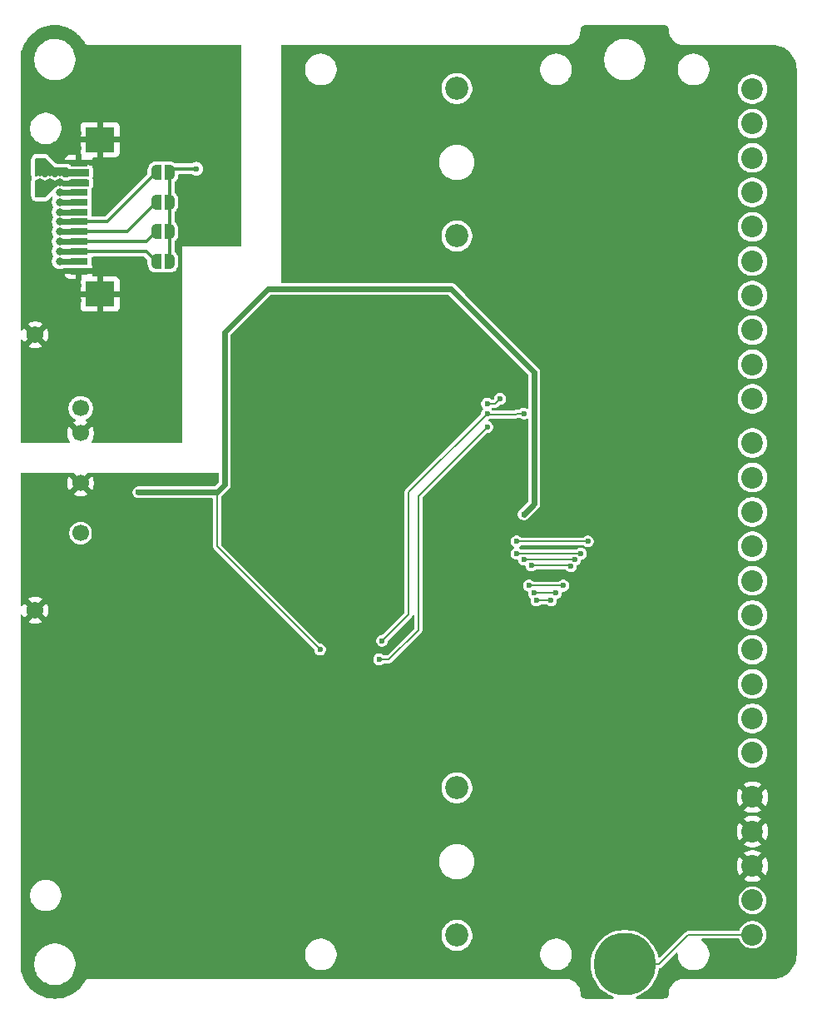
<source format=gbr>
%TF.GenerationSoftware,KiCad,Pcbnew,9.0.1*%
%TF.CreationDate,2025-04-28T12:51:49+03:00*%
%TF.ProjectId,PM_CNV-DQ16_src,504d5f43-4e56-42d4-9451-31365f737263,rev?*%
%TF.SameCoordinates,Original*%
%TF.FileFunction,Copper,L2,Bot*%
%TF.FilePolarity,Positive*%
%FSLAX46Y46*%
G04 Gerber Fmt 4.6, Leading zero omitted, Abs format (unit mm)*
G04 Created by KiCad (PCBNEW 9.0.1) date 2025-04-28 12:51:49*
%MOMM*%
%LPD*%
G01*
G04 APERTURE LIST*
G04 Aperture macros list*
%AMFreePoly0*
4,1,23,0.500000,-0.750000,0.000000,-0.750000,0.000000,-0.745722,-0.065263,-0.745722,-0.191342,-0.711940,-0.304381,-0.646677,-0.396677,-0.554381,-0.461940,-0.441342,-0.495722,-0.315263,-0.495722,-0.250000,-0.500000,-0.250000,-0.500000,0.250000,-0.495722,0.250000,-0.495722,0.315263,-0.461940,0.441342,-0.396677,0.554381,-0.304381,0.646677,-0.191342,0.711940,-0.065263,0.745722,0.000000,0.745722,
0.000000,0.750000,0.500000,0.750000,0.500000,-0.750000,0.500000,-0.750000,$1*%
%AMFreePoly1*
4,1,23,0.000000,0.745722,0.065263,0.745722,0.191342,0.711940,0.304381,0.646677,0.396677,0.554381,0.461940,0.441342,0.495722,0.315263,0.495722,0.250000,0.500000,0.250000,0.500000,-0.250000,0.495722,-0.250000,0.495722,-0.315263,0.461940,-0.441342,0.396677,-0.554381,0.304381,-0.646677,0.191342,-0.711940,0.065263,-0.745722,0.000000,-0.745722,0.000000,-0.750000,-0.500000,-0.750000,
-0.500000,0.750000,0.000000,0.750000,0.000000,0.745722,0.000000,0.745722,$1*%
G04 Aperture macros list end*
%TA.AperFunction,SMDPad,CuDef*%
%ADD10FreePoly0,0.000000*%
%TD*%
%TA.AperFunction,SMDPad,CuDef*%
%ADD11FreePoly1,0.000000*%
%TD*%
%TA.AperFunction,ComponentPad*%
%ADD12C,2.200000*%
%TD*%
%TA.AperFunction,ComponentPad*%
%ADD13C,2.350000*%
%TD*%
%TA.AperFunction,ComponentPad*%
%ADD14C,1.700000*%
%TD*%
%TA.AperFunction,ComponentPad*%
%ADD15O,6.350000X6.350000*%
%TD*%
%TA.AperFunction,ComponentPad*%
%ADD16C,1.725000*%
%TD*%
%TA.AperFunction,SMDPad,CuDef*%
%ADD17R,1.803400X0.635000*%
%TD*%
%TA.AperFunction,SMDPad,CuDef*%
%ADD18R,2.997200X2.590800*%
%TD*%
%TA.AperFunction,ViaPad*%
%ADD19C,0.800000*%
%TD*%
%TA.AperFunction,ViaPad*%
%ADD20C,0.600000*%
%TD*%
%TA.AperFunction,Conductor*%
%ADD21C,0.600000*%
%TD*%
%TA.AperFunction,Conductor*%
%ADD22C,0.200000*%
%TD*%
%TA.AperFunction,Conductor*%
%ADD23C,0.300000*%
%TD*%
G04 APERTURE END LIST*
D10*
%TO.P,JP4,1,A*%
%TO.N,/CS3*%
X-25650000Y25500000D03*
D11*
%TO.P,JP4,2,B*%
%TO.N,/CS*%
X-24350000Y25500000D03*
%TD*%
D10*
%TO.P,JP3,1,A*%
%TO.N,/CS2*%
X-25650000Y28500000D03*
D11*
%TO.P,JP3,2,B*%
%TO.N,/CS*%
X-24350000Y28500000D03*
%TD*%
D10*
%TO.P,JP2,1,A*%
%TO.N,/CS1*%
X-25650000Y31500000D03*
D11*
%TO.P,JP2,2,B*%
%TO.N,/CS*%
X-24350000Y31500000D03*
%TD*%
D12*
%TO.P,J6,1,Pin_1*%
%TO.N,/PE*%
X35000000Y-43000000D03*
%TO.P,J6,2,Pin_2*%
X35000000Y-39500000D03*
%TO.P,J6,3,Pin_3*%
%TO.N,GND_CNV*%
X35000000Y-36000000D03*
%TO.P,J6,4,Pin_4*%
X35000000Y-32500000D03*
%TO.P,J6,5,Pin_5*%
X35000000Y-29000000D03*
%TD*%
%TO.P,J5,1,Pin_1*%
%TO.N,/b.7_out*%
X35000000Y-24500000D03*
%TO.P,J5,2,Pin_2*%
%TO.N,/b.6_out*%
X35000000Y-21000000D03*
%TO.P,J5,3,Pin_3*%
%TO.N,/b.5_out*%
X35000000Y-17500000D03*
%TO.P,J5,4,Pin_4*%
%TO.N,/b.4_out*%
X35000000Y-14000000D03*
%TO.P,J5,5,Pin_5*%
%TO.N,/b.3_out*%
X35000000Y-10500000D03*
%TO.P,J5,6,Pin_6*%
%TO.N,/b.2_out*%
X35000000Y-7000000D03*
%TO.P,J5,7,Pin_7*%
%TO.N,/b.1_out*%
X35000000Y-3500000D03*
%TO.P,J5,8,Pin_8*%
%TO.N,/b.0_out*%
X35000000Y0D03*
%TO.P,J5,9,Pin_9*%
%TO.N,+V_b*%
X35000000Y3500000D03*
%TO.P,J5,10,Pin_10*%
X35000000Y7000000D03*
%TD*%
%TO.P,J3,1,Pin_1*%
%TO.N,/a.7_out*%
X35000000Y11500000D03*
%TO.P,J3,2,Pin_2*%
%TO.N,/a.6_out*%
X35000000Y15000000D03*
%TO.P,J3,3,Pin_3*%
%TO.N,/a.5_out*%
X35000000Y18500000D03*
%TO.P,J3,4,Pin_4*%
%TO.N,/a.4_out*%
X35000000Y22000000D03*
%TO.P,J3,5,Pin_5*%
%TO.N,/a.3_out*%
X35000000Y25500000D03*
%TO.P,J3,6,Pin_6*%
%TO.N,/a.2_out*%
X35000000Y29000000D03*
%TO.P,J3,7,Pin_7*%
%TO.N,/a.1_out*%
X35000000Y32500000D03*
%TO.P,J3,8,Pin_8*%
%TO.N,/a.0_out*%
X35000000Y36000000D03*
%TO.P,J3,9,Pin_9*%
%TO.N,+V_a*%
X35000000Y39500000D03*
%TO.P,J3,10,Pin_10*%
X35000000Y43000000D03*
%TD*%
D13*
%TO.P,U8,1,1*%
%TO.N,Net-(U6-VCC)*%
X4920000Y28060000D03*
%TO.P,U8,2,2*%
%TO.N,+V_a*%
X4920000Y43060000D03*
%TD*%
%TO.P,U9,1,1*%
%TO.N,Net-(U7-VCC)*%
X4920000Y-28060000D03*
%TO.P,U9,2,2*%
%TO.N,+V_b*%
X4920000Y-43060000D03*
%TD*%
D14*
%TO.P,PS1,1,Vin*%
%TO.N,+5V_MCU*%
X-33375000Y10540000D03*
%TO.P,PS1,2,GND*%
%TO.N,GND_MCU*%
X-33375000Y8000000D03*
%TO.P,PS1,4,0V*%
%TO.N,GND_CNV*%
X-33375000Y2920000D03*
%TO.P,PS1,6,+V*%
%TO.N,+5V_CNV*%
X-33375000Y-2160000D03*
%TD*%
D15*
%TO.P,PE1,1*%
%TO.N,/PE*%
X22000000Y-46000000D03*
%TD*%
D16*
%TO.P,U2,1*%
%TO.N,GND_MCU*%
X-38000000Y18000000D03*
%TD*%
%TO.P,U5,1*%
%TO.N,GND_CNV*%
X-38000000Y-10000000D03*
%TD*%
D10*
%TO.P,JP1,1,A*%
%TO.N,/CS0*%
X-25650000Y34500000D03*
D11*
%TO.P,JP1,2,B*%
%TO.N,/CS*%
X-24350000Y34500000D03*
%TD*%
D17*
%TO.P,J7,1,Pin_1*%
%TO.N,GND_MCU*%
X-33556000Y35499992D03*
%TO.P,J7,2,Pin_2*%
%TO.N,+5V_MCU*%
X-33556000Y34499994D03*
%TO.P,J7,3,Pin_3*%
%TO.N,+3.3V_MCU*%
X-33556000Y33499996D03*
%TO.P,J7,4,Pin_4*%
%TO.N,/MOSI*%
X-33556000Y32499998D03*
%TO.P,J7,5,Pin_5*%
%TO.N,/MISO*%
X-33556000Y31500000D03*
%TO.P,J7,6,Pin_6*%
%TO.N,/SCK*%
X-33556000Y30500000D03*
%TO.P,J7,7,Pin_7*%
%TO.N,/CS0*%
X-33556000Y29500000D03*
%TO.P,J7,8,Pin_8*%
%TO.N,/CS1*%
X-33556000Y28500000D03*
%TO.P,J7,9,Pin_9*%
%TO.N,/CS2*%
X-33556000Y27500002D03*
%TO.P,J7,10,Pin_10*%
%TO.N,/CS3*%
X-33556000Y26500004D03*
%TO.P,J7,11,Pin_11*%
%TO.N,/INT*%
X-33556000Y25500006D03*
%TO.P,J7,12,Pin_11*%
%TO.N,GND_MCU*%
X-33556000Y24500008D03*
D18*
%TO.P,J7,13,Pin_11*%
X-31385999Y37850003D03*
X-31385999Y22149997D03*
%TD*%
D19*
%TO.N,/MOSI*%
X-35500000Y32500000D03*
D20*
%TO.N,/CS*%
X-21600000Y34900000D03*
D19*
%TO.N,/MISO*%
X-35500000Y31500000D03*
D20*
%TO.N,GND_MCU*%
X-31500000Y40000000D03*
X-33000000Y20000000D03*
X-30000000Y20000000D03*
X-31500000Y20000000D03*
X-22264264Y38664291D03*
X-33000000Y40000000D03*
X-33500000Y23000000D03*
X-33500000Y38500000D03*
X-30000000Y40000000D03*
X-33500000Y21500000D03*
X-33500000Y37000000D03*
D19*
%TO.N,/SCK*%
X-35500000Y30500000D03*
%TO.N,+3.3V_MCU*%
X-37500000Y32500000D03*
X-36500000Y33500000D03*
X-37500000Y33500000D03*
X-35500000Y33500000D03*
D20*
%TO.N,+5V_CNV*%
X12775000Y12750000D03*
X-27500000Y2000000D03*
X-26500000Y2000000D03*
X-25500000Y2000000D03*
X11725001Y-250000D03*
X-9000000Y-14000000D03*
X-24500000Y2000000D03*
D19*
%TO.N,/CS3*%
X-35500000Y26500000D03*
%TO.N,/CS0*%
X-35500000Y29500000D03*
%TO.N,/CS1*%
X-35500000Y28500000D03*
%TO.N,/CS2*%
X-35500000Y27500000D03*
%TO.N,+5V_MCU*%
X-37500000Y35500000D03*
X-37500000Y34500000D03*
X-35500000Y34500000D03*
X-36500000Y34500000D03*
%TO.N,GND_CNV*%
X-5000000Y37000000D03*
X-11500000Y21500000D03*
X-37000000Y2000000D03*
D20*
X29685000Y-16510000D03*
D19*
X-3000000Y39000000D03*
X-12500000Y20500000D03*
X-36000000Y1000000D03*
X-38000000Y3000000D03*
X-3000000Y37000000D03*
X-38000000Y1000000D03*
X-5000000Y39000000D03*
D20*
X30955000Y-16510000D03*
D19*
X-36000000Y3000000D03*
X-10500000Y20500000D03*
X-4000000Y38000000D03*
D20*
X30320000Y-17780000D03*
%TO.N,/b.0_in*%
X11000000Y-3000000D03*
X18250000Y-3000000D03*
%TO.N,/b.5_in*%
X12750000Y-8250000D03*
X15000000Y-8250000D03*
%TO.N,/b.6_in*%
X14500000Y-9000000D03*
X13002983Y-9008949D03*
%TO.N,/b.2_in*%
X16945687Y-4850000D03*
X11750000Y-4850000D03*
%TO.N,/b.1_in*%
X17525000Y-4250000D03*
X11000000Y-4250000D03*
%TO.N,/b.4_in*%
X15750000Y-7500000D03*
X12250000Y-7500000D03*
%TO.N,/b.3_in*%
X12500000Y-5450000D03*
X16503407Y-5516627D03*
D19*
%TO.N,/INT*%
X-35500000Y25500000D03*
D20*
%TO.N,/MISO_CNV*%
X-3000000Y-15000000D03*
X8000000Y8627801D03*
%TO.N,/SCK_CNV*%
X8000000Y11000000D03*
X9300000Y11500000D03*
%TO.N,/CS_CNV*%
X8000000Y10000000D03*
X11725001Y10000000D03*
X-2700001Y-13099998D03*
%TD*%
D21*
%TO.N,/MOSI*%
X-33556002Y32500000D02*
X-33556000Y32499998D01*
X-35500000Y32500000D02*
X-33556002Y32500000D01*
D22*
%TO.N,/CS*%
X-24350000Y34650000D02*
X-24350000Y34500000D01*
D23*
X-24350000Y31500000D02*
X-24350000Y28500000D01*
X-24350000Y34500000D02*
X-24350000Y31500000D01*
X-23950000Y34900000D02*
X-24350000Y34500000D01*
D22*
X-24350000Y28150000D02*
X-24460000Y28040000D01*
X-24460000Y28040000D02*
X-24350000Y28040000D01*
D23*
X-21600000Y34900000D02*
X-23950000Y34900000D01*
D22*
X-24100000Y34900000D02*
X-24350000Y34650000D01*
X-24350000Y28500000D02*
X-24350000Y28150000D01*
D23*
X-24350000Y28500000D02*
X-24350000Y25500000D01*
D21*
%TO.N,/MISO*%
X-35500000Y31500000D02*
X-33556000Y31500000D01*
%TO.N,/SCK*%
X-35500000Y30500000D02*
X-33556000Y30500000D01*
D22*
%TO.N,+5V_CNV*%
X-19500000Y-3500000D02*
X-19500000Y2000000D01*
D21*
X12800000Y12725000D02*
X12775000Y12750000D01*
X-14300000Y22700000D02*
X-18700000Y18300000D01*
X-18700000Y18300000D02*
X-18700000Y2800000D01*
X-18700000Y2800000D02*
X-19500000Y2000000D01*
X12775000Y12750000D02*
X12775000Y14225000D01*
X11725001Y-250000D02*
X12800000Y824999D01*
X12775000Y14225000D02*
X4300000Y22700000D01*
X12800000Y824999D02*
X12800000Y12725000D01*
X4300000Y22700000D02*
X-14300000Y22700000D01*
X-27500000Y2000000D02*
X-19500000Y2000000D01*
D22*
X-9000000Y-14000000D02*
X-19500000Y-3500000D01*
D23*
%TO.N,/CS3*%
X-33556000Y26500004D02*
X-26650004Y26500004D01*
D21*
X-33556004Y26500000D02*
X-33556000Y26500004D01*
D23*
X-26650004Y26500004D02*
X-25650000Y25500000D01*
D21*
X-35500000Y26500000D02*
X-33556004Y26500000D01*
D23*
%TO.N,/CS0*%
X-30650000Y29500000D02*
X-33556000Y29500000D01*
D21*
X-35500000Y29500000D02*
X-33556000Y29500000D01*
D23*
X-25650000Y34500000D02*
X-30650000Y29500000D01*
%TO.N,/CS1*%
X-25650000Y31500000D02*
X-28650000Y28500000D01*
D21*
X-35500000Y28500000D02*
X-33556000Y28500000D01*
D22*
X-33854900Y28404500D02*
X-33759400Y28500000D01*
X-33056800Y28500000D02*
X-33759400Y28500000D01*
D23*
X-28650000Y28500000D02*
X-33556000Y28500000D01*
D21*
%TO.N,/CS2*%
X-35500000Y27500000D02*
X-33556002Y27500000D01*
X-33556002Y27500000D02*
X-33556000Y27500002D01*
D23*
X-33556000Y27500002D02*
X-26649998Y27500002D01*
X-26649998Y27500002D02*
X-25650000Y28500000D01*
D21*
%TO.N,+5V_MCU*%
X-33556006Y34500000D02*
X-33556000Y34499994D01*
D22*
%TO.N,/b.0_in*%
X11000000Y-3000000D02*
X18250000Y-3000000D01*
%TO.N,/b.5_in*%
X12750000Y-8250000D02*
X15000000Y-8250000D01*
%TO.N,/b.6_in*%
X13002983Y-9008949D02*
X14491051Y-9008949D01*
X14491051Y-9008949D02*
X14500000Y-9000000D01*
%TO.N,/b.2_in*%
X11750000Y-4850000D02*
X16945687Y-4850000D01*
%TO.N,/b.1_in*%
X11000000Y-4250000D02*
X17525000Y-4250000D01*
%TO.N,/b.4_in*%
X12250000Y-7500000D02*
X15750000Y-7500000D01*
%TO.N,/b.3_in*%
X16436780Y-5450000D02*
X16503407Y-5516627D01*
X12500000Y-5450000D02*
X16436780Y-5450000D01*
%TO.N,/PE*%
X28476700Y-43000000D02*
X36000000Y-43000000D01*
X25476700Y-46000000D02*
X28476700Y-43000000D01*
X22000000Y-46000000D02*
X25476700Y-46000000D01*
D21*
%TO.N,/INT*%
X-33556006Y25500000D02*
X-33556000Y25500006D01*
X-35500000Y25500000D02*
X-33556006Y25500000D01*
D22*
%TO.N,/MISO_CNV*%
X-3000000Y-15000000D02*
X-2000000Y-15000000D01*
X-2000000Y-15000000D02*
X1000000Y-12000000D01*
X1000000Y1627801D02*
X8000000Y8627801D01*
X1000000Y-12000000D02*
X1000000Y1627801D01*
%TO.N,/SCK_CNV*%
X8800000Y11000000D02*
X8000000Y11000000D01*
X9300000Y11500000D02*
X8800000Y11000000D01*
%TO.N,/CS_CNV*%
X11725001Y10000000D02*
X11000000Y10000000D01*
X8100000Y9900000D02*
X8000000Y10000000D01*
X10900000Y9900000D02*
X8100000Y9900000D01*
X0Y2000000D02*
X8000000Y10000000D01*
X0Y-10399997D02*
X0Y2000000D01*
X-2700001Y-13099998D02*
X0Y-10399997D01*
X11000000Y10000000D02*
X10900000Y9900000D01*
%TD*%
%TA.AperFunction,Conductor*%
%TO.N,+3.3V_MCU*%
G36*
X-37727129Y33825276D02*
G01*
X-37710846Y33824888D01*
X-37710304Y33827608D01*
X-37568998Y33799501D01*
X-37568995Y33799500D01*
X-37568993Y33799500D01*
X-37431005Y33799500D01*
X-37363380Y33812952D01*
X-37332076Y33819179D01*
X-37262485Y33812952D01*
X-37239088Y33800710D01*
X-37239082Y33800717D01*
X-37239002Y33800665D01*
X-37238968Y33800647D01*
X-37238618Y33800413D01*
X-37235610Y33798442D01*
X-37234041Y33797414D01*
X-37230318Y33795022D01*
X-37145994Y33757421D01*
X-37145993Y33757421D01*
X-37145991Y33757420D01*
X-37078611Y33738935D01*
X-37017982Y33728717D01*
X-37017982Y33728718D01*
X-37017981Y33728717D01*
X-36943879Y33737551D01*
X-36906500Y33742007D01*
X-36839822Y33762885D01*
X-36761381Y33800414D01*
X-36761020Y33800656D01*
X-36760884Y33800698D01*
X-36757535Y33802605D01*
X-36757121Y33801877D01*
X-36694350Y33821542D01*
X-36667926Y33819179D01*
X-36568996Y33799500D01*
X-36568993Y33799500D01*
X-36431005Y33799500D01*
X-36363380Y33812952D01*
X-36332076Y33819179D01*
X-36262485Y33812952D01*
X-36239088Y33800710D01*
X-36239082Y33800717D01*
X-36239002Y33800665D01*
X-36238968Y33800647D01*
X-36238618Y33800413D01*
X-36235610Y33798442D01*
X-36234041Y33797414D01*
X-36230318Y33795022D01*
X-36145994Y33757421D01*
X-36145993Y33757421D01*
X-36145991Y33757420D01*
X-36078611Y33738935D01*
X-36017982Y33728717D01*
X-36017982Y33728718D01*
X-36017981Y33728717D01*
X-35943879Y33737551D01*
X-35906500Y33742007D01*
X-35839822Y33762885D01*
X-35761381Y33800414D01*
X-35761020Y33800656D01*
X-35760884Y33800698D01*
X-35757535Y33802605D01*
X-35757121Y33801877D01*
X-35694350Y33821542D01*
X-35667926Y33819179D01*
X-35568996Y33799500D01*
X-35568993Y33799500D01*
X-35431005Y33799500D01*
X-35431004Y33799501D01*
X-35406170Y33804441D01*
X-35333600Y33818875D01*
X-35264009Y33812648D01*
X-35231604Y33793811D01*
X-35216669Y33781776D01*
X-35211171Y33777449D01*
X-35211168Y33777447D01*
X-35111092Y33726561D01*
X-35044053Y33706876D01*
X-34957981Y33694500D01*
X-34957978Y33694500D01*
X-34751532Y33694500D01*
X-34751529Y33694500D01*
X-34718870Y33696251D01*
X-34692512Y33699085D01*
X-34685448Y33699928D01*
X-34685442Y33699931D01*
X-34679492Y33701241D01*
X-34679450Y33701049D01*
X-34672997Y33702655D01*
X-34655415Y33705711D01*
X-34605806Y33725897D01*
X-34578708Y33734732D01*
X-34576332Y33736030D01*
X-34577163Y33737551D01*
X-34551423Y33748024D01*
X-34538511Y33756323D01*
X-34530927Y33760824D01*
X-34517444Y33768185D01*
X-34491291Y33787764D01*
X-34425828Y33812180D01*
X-34416981Y33812496D01*
X-32624000Y33812496D01*
X-32556961Y33792811D01*
X-32511206Y33740007D01*
X-32500000Y33688496D01*
X-32500000Y33241998D01*
X-32519685Y33174959D01*
X-32572489Y33129204D01*
X-32624000Y33117998D01*
X-34502557Y33117998D01*
X-34502583Y33117996D01*
X-34527688Y33115085D01*
X-34527689Y33115084D01*
X-34527691Y33115083D01*
X-34536790Y33111066D01*
X-34586875Y33100500D01*
X-35100230Y33100500D01*
X-35162370Y33118747D01*
X-35162819Y33117905D01*
X-35166860Y33120065D01*
X-35167269Y33120185D01*
X-35168088Y33120722D01*
X-35168191Y33120777D01*
X-35295668Y33173579D01*
X-35295678Y33173582D01*
X-35431005Y33200500D01*
X-35431007Y33200500D01*
X-35568993Y33200500D01*
X-35568995Y33200500D01*
X-35704323Y33173582D01*
X-35704333Y33173579D01*
X-35831805Y33120779D01*
X-35831818Y33120772D01*
X-35946542Y33044115D01*
X-35946546Y33044112D01*
X-35966609Y33024048D01*
X-35994768Y33005233D01*
X-36963681Y32036319D01*
X-37025004Y32002834D01*
X-37051362Y32000000D01*
X-37876000Y32000000D01*
X-37943039Y32019685D01*
X-37988794Y32072489D01*
X-38000000Y32124000D01*
X-38000000Y33687363D01*
X-37980315Y33754402D01*
X-37927511Y33800157D01*
X-37892240Y33810295D01*
X-37879345Y33811999D01*
X-37865361Y33810910D01*
X-37795891Y33818379D01*
X-37758172Y33828007D01*
X-37750885Y33828969D01*
X-37727129Y33825276D01*
G37*
%TD.AperFunction*%
%TD*%
%TA.AperFunction,Conductor*%
%TO.N,GND_CNV*%
G36*
X26006922Y49498720D02*
G01*
X26097266Y49488541D01*
X26124331Y49482364D01*
X26203540Y49454648D01*
X26228553Y49442602D01*
X26299606Y49397957D01*
X26321313Y49380645D01*
X26380644Y49321314D01*
X26397957Y49299605D01*
X26442600Y49228556D01*
X26454648Y49203538D01*
X26482362Y49124334D01*
X26488540Y49097265D01*
X26498720Y49006924D01*
X26499500Y48993039D01*
X26499500Y48892683D01*
X26530044Y48680236D01*
X26530047Y48680226D01*
X26590517Y48474285D01*
X26679672Y48279062D01*
X26679679Y48279049D01*
X26717590Y48220059D01*
X26794425Y48100500D01*
X26795720Y48098486D01*
X26936275Y47936276D01*
X27060277Y47828828D01*
X27098487Y47795719D01*
X27169245Y47750246D01*
X27279048Y47679680D01*
X27279061Y47679673D01*
X27474284Y47590518D01*
X27474288Y47590517D01*
X27474290Y47590516D01*
X27680231Y47530046D01*
X27680232Y47530046D01*
X27680235Y47530045D01*
X27743584Y47520938D01*
X27892682Y47499500D01*
X27934108Y47499500D01*
X36934108Y47499500D01*
X36996249Y47499500D01*
X37003736Y47499274D01*
X37293796Y47481729D01*
X37308659Y47479924D01*
X37590798Y47428220D01*
X37605335Y47424637D01*
X37879172Y47339305D01*
X37893163Y47334000D01*
X38154743Y47216273D01*
X38167989Y47209320D01*
X38413465Y47060925D01*
X38425776Y47052427D01*
X38472520Y47015806D01*
X38651573Y46875527D01*
X38662781Y46865597D01*
X38865596Y46662782D01*
X38875526Y46651574D01*
X39007406Y46483241D01*
X39052422Y46425783D01*
X39060926Y46413463D01*
X39177398Y46220795D01*
X39209316Y46167996D01*
X39216275Y46154737D01*
X39333997Y45893169D01*
X39339306Y45879168D01*
X39424635Y45605337D01*
X39428219Y45590799D01*
X39479923Y45308660D01*
X39481728Y45293795D01*
X39499274Y45003737D01*
X39499500Y44996250D01*
X39499500Y-44996249D01*
X39499274Y-45003736D01*
X39481728Y-45293794D01*
X39479923Y-45308659D01*
X39428219Y-45590798D01*
X39424635Y-45605336D01*
X39339306Y-45879167D01*
X39333997Y-45893168D01*
X39216275Y-46154736D01*
X39209316Y-46167995D01*
X39060928Y-46413459D01*
X39052422Y-46425782D01*
X38875526Y-46651573D01*
X38865596Y-46662781D01*
X38662781Y-46865596D01*
X38651573Y-46875526D01*
X38425782Y-47052422D01*
X38413459Y-47060928D01*
X38167995Y-47209316D01*
X38154736Y-47216275D01*
X37893168Y-47333997D01*
X37879167Y-47339306D01*
X37605336Y-47424635D01*
X37590798Y-47428219D01*
X37308659Y-47479923D01*
X37293794Y-47481728D01*
X37003736Y-47499274D01*
X36996249Y-47499500D01*
X27892682Y-47499500D01*
X27680235Y-47530044D01*
X27680225Y-47530047D01*
X27474284Y-47590517D01*
X27279061Y-47679672D01*
X27279048Y-47679679D01*
X27098485Y-47795720D01*
X26936275Y-47936275D01*
X26795720Y-48098485D01*
X26679679Y-48279048D01*
X26679672Y-48279061D01*
X26590517Y-48474284D01*
X26530047Y-48680225D01*
X26530044Y-48680235D01*
X26499500Y-48892682D01*
X26499500Y-48993038D01*
X26498720Y-49006922D01*
X26498720Y-49006923D01*
X26488540Y-49097264D01*
X26482362Y-49124333D01*
X26454648Y-49203537D01*
X26442600Y-49228555D01*
X26397957Y-49299604D01*
X26380644Y-49321313D01*
X26321313Y-49380644D01*
X26299604Y-49397957D01*
X26228555Y-49442600D01*
X26203537Y-49454648D01*
X26124333Y-49482362D01*
X26097264Y-49488540D01*
X26017075Y-49497576D01*
X26006921Y-49498720D01*
X25993038Y-49499500D01*
X23256767Y-49499500D01*
X23189728Y-49479815D01*
X23143973Y-49427011D01*
X23134029Y-49357853D01*
X23163054Y-49294297D01*
X23209314Y-49260939D01*
X23487760Y-49145603D01*
X23788919Y-48984631D01*
X24072850Y-48794914D01*
X24336818Y-48578281D01*
X24578281Y-48336818D01*
X24794914Y-48072850D01*
X24984631Y-47788919D01*
X25145603Y-47487760D01*
X25276282Y-47172273D01*
X25375409Y-46845496D01*
X25442029Y-46510577D01*
X25442382Y-46506989D01*
X25468531Y-46442204D01*
X25525560Y-46401837D01*
X25533667Y-46399363D01*
X25631288Y-46373207D01*
X25722613Y-46320480D01*
X27187819Y-44855272D01*
X27249142Y-44821788D01*
X27318834Y-44826772D01*
X27374767Y-44868644D01*
X27399184Y-44934108D01*
X27399500Y-44942954D01*
X27399500Y-45125962D01*
X27405514Y-45163934D01*
X27438910Y-45374785D01*
X27516760Y-45614383D01*
X27582461Y-45743327D01*
X27626246Y-45829260D01*
X27631132Y-45838848D01*
X27779201Y-46042649D01*
X27779205Y-46042654D01*
X27957345Y-46220794D01*
X27957350Y-46220798D01*
X28094550Y-46320479D01*
X28161155Y-46368870D01*
X28304184Y-46441747D01*
X28385616Y-46483239D01*
X28385618Y-46483239D01*
X28385621Y-46483241D01*
X28625215Y-46561090D01*
X28874038Y-46600500D01*
X28874039Y-46600500D01*
X29125961Y-46600500D01*
X29125962Y-46600500D01*
X29374785Y-46561090D01*
X29614379Y-46483241D01*
X29838845Y-46368870D01*
X30042656Y-46220793D01*
X30220793Y-46042656D01*
X30368870Y-45838845D01*
X30483241Y-45614379D01*
X30561090Y-45374785D01*
X30600500Y-45125962D01*
X30600500Y-44874038D01*
X30561090Y-44625215D01*
X30483241Y-44385621D01*
X30483239Y-44385618D01*
X30483239Y-44385616D01*
X30414013Y-44249754D01*
X30368870Y-44161155D01*
X30314537Y-44086372D01*
X30220798Y-43957350D01*
X30220794Y-43957345D01*
X30042654Y-43779205D01*
X30042649Y-43779201D01*
X29838849Y-43631132D01*
X29837375Y-43630229D01*
X29836932Y-43629739D01*
X29834904Y-43628266D01*
X29835213Y-43627840D01*
X29790498Y-43578419D01*
X29779074Y-43509490D01*
X29806729Y-43445326D01*
X29864683Y-43406300D01*
X29902162Y-43400500D01*
X33567465Y-43400500D01*
X33634504Y-43420185D01*
X33680259Y-43472989D01*
X33685396Y-43486183D01*
X33702102Y-43537601D01*
X33802187Y-43734025D01*
X33931752Y-43912358D01*
X33931756Y-43912363D01*
X34087636Y-44068243D01*
X34087641Y-44068247D01*
X34243192Y-44181260D01*
X34265978Y-44197815D01*
X34367907Y-44249751D01*
X34462393Y-44297895D01*
X34462396Y-44297896D01*
X34567221Y-44331955D01*
X34672049Y-44366015D01*
X34889778Y-44400500D01*
X34889779Y-44400500D01*
X35110221Y-44400500D01*
X35110222Y-44400500D01*
X35327951Y-44366015D01*
X35537606Y-44297895D01*
X35734022Y-44197815D01*
X35912365Y-44068242D01*
X36068242Y-43912365D01*
X36197815Y-43734022D01*
X36297895Y-43537606D01*
X36366015Y-43327951D01*
X36400500Y-43110222D01*
X36400500Y-42889778D01*
X36366015Y-42672049D01*
X36314603Y-42513817D01*
X36297896Y-42462396D01*
X36297895Y-42462393D01*
X36263237Y-42394375D01*
X36197815Y-42265978D01*
X36174769Y-42234258D01*
X36068247Y-42087641D01*
X36068243Y-42087636D01*
X35912363Y-41931756D01*
X35912358Y-41931752D01*
X35734025Y-41802187D01*
X35734024Y-41802186D01*
X35734022Y-41802185D01*
X35671096Y-41770122D01*
X35537606Y-41702104D01*
X35537603Y-41702103D01*
X35327952Y-41633985D01*
X35219086Y-41616742D01*
X35110222Y-41599500D01*
X34889778Y-41599500D01*
X34817201Y-41610995D01*
X34672047Y-41633985D01*
X34462396Y-41702103D01*
X34462393Y-41702104D01*
X34265974Y-41802187D01*
X34087641Y-41931752D01*
X34087636Y-41931756D01*
X33931756Y-42087636D01*
X33931752Y-42087641D01*
X33802187Y-42265974D01*
X33702102Y-42462398D01*
X33685396Y-42513817D01*
X33645959Y-42571493D01*
X33581601Y-42598692D01*
X33567465Y-42599500D01*
X28537039Y-42599500D01*
X28537023Y-42599499D01*
X28529427Y-42599499D01*
X28423973Y-42599499D01*
X28395001Y-42607262D01*
X28330334Y-42624589D01*
X28330335Y-42624590D01*
X28322112Y-42626793D01*
X28322110Y-42626794D01*
X28230785Y-42679521D01*
X28156218Y-42754089D01*
X25602560Y-45307745D01*
X25541237Y-45341230D01*
X25471545Y-45336246D01*
X25415612Y-45294374D01*
X25393261Y-45244255D01*
X25375410Y-45154509D01*
X25375409Y-45154508D01*
X25375409Y-45154504D01*
X25276282Y-44827727D01*
X25145603Y-44512240D01*
X24984631Y-44211081D01*
X24794914Y-43927150D01*
X24578281Y-43663182D01*
X24578280Y-43663181D01*
X24578276Y-43663176D01*
X24336823Y-43421723D01*
X24072855Y-43205090D01*
X24072854Y-43205089D01*
X24072850Y-43205086D01*
X23788919Y-43015369D01*
X23788914Y-43015366D01*
X23788907Y-43015362D01*
X23579941Y-42903669D01*
X23487760Y-42854397D01*
X23487753Y-42854394D01*
X23172274Y-42723718D01*
X22845490Y-42624589D01*
X22510583Y-42557972D01*
X22510566Y-42557969D01*
X22253579Y-42532658D01*
X22170740Y-42524500D01*
X21829260Y-42524500D01*
X21752646Y-42532045D01*
X21489433Y-42557969D01*
X21489416Y-42557972D01*
X21154509Y-42624589D01*
X20827725Y-42723718D01*
X20512246Y-42854394D01*
X20512232Y-42854401D01*
X20211092Y-43015362D01*
X20211074Y-43015373D01*
X19927158Y-43205080D01*
X19927144Y-43205090D01*
X19663176Y-43421723D01*
X19421723Y-43663176D01*
X19205090Y-43927144D01*
X19205080Y-43927158D01*
X19015373Y-44211074D01*
X19015362Y-44211092D01*
X18854401Y-44512232D01*
X18854394Y-44512246D01*
X18723718Y-44827725D01*
X18624589Y-45154509D01*
X18557972Y-45489416D01*
X18557969Y-45489433D01*
X18532964Y-45743327D01*
X18524500Y-45829260D01*
X18524500Y-46170740D01*
X18527705Y-46203278D01*
X18557969Y-46510566D01*
X18557972Y-46510583D01*
X18624589Y-46845490D01*
X18723718Y-47172274D01*
X18740669Y-47213197D01*
X18854397Y-47487760D01*
X18860672Y-47499500D01*
X19015362Y-47788907D01*
X19015373Y-47788925D01*
X19205080Y-48072841D01*
X19205090Y-48072855D01*
X19421723Y-48336823D01*
X19663176Y-48578276D01*
X19663181Y-48578280D01*
X19663182Y-48578281D01*
X19927150Y-48794914D01*
X20211081Y-48984631D01*
X20211090Y-48984636D01*
X20211092Y-48984637D01*
X20252785Y-49006922D01*
X20512240Y-49145603D01*
X20683944Y-49216725D01*
X20790686Y-49260939D01*
X20845089Y-49304780D01*
X20867154Y-49371074D01*
X20849875Y-49438774D01*
X20798737Y-49486384D01*
X20743233Y-49499500D01*
X18006962Y-49499500D01*
X17993078Y-49498720D01*
X17980553Y-49497308D01*
X17902735Y-49488540D01*
X17875666Y-49482362D01*
X17796462Y-49454648D01*
X17771444Y-49442600D01*
X17700395Y-49397957D01*
X17678686Y-49380644D01*
X17619355Y-49321313D01*
X17602042Y-49299604D01*
X17598707Y-49294297D01*
X17557398Y-49228553D01*
X17545351Y-49203537D01*
X17543861Y-49199280D01*
X17517636Y-49124331D01*
X17511459Y-49097263D01*
X17501280Y-49006922D01*
X17500500Y-48993038D01*
X17500500Y-48892683D01*
X17500500Y-48892682D01*
X17469954Y-48680231D01*
X17409484Y-48474290D01*
X17409483Y-48474288D01*
X17409482Y-48474284D01*
X17320327Y-48279061D01*
X17320320Y-48279048D01*
X17249102Y-48168231D01*
X17204281Y-48098487D01*
X17124227Y-48006100D01*
X17063724Y-47936275D01*
X16901514Y-47795720D01*
X16901513Y-47795719D01*
X16820979Y-47743963D01*
X16720951Y-47679679D01*
X16720938Y-47679672D01*
X16525715Y-47590517D01*
X16319774Y-47530047D01*
X16319764Y-47530044D01*
X16128754Y-47502582D01*
X16107318Y-47499500D01*
X16065892Y-47499500D01*
X-32601792Y-47499500D01*
X-32729088Y-47533608D01*
X-32843214Y-47599500D01*
X-32936400Y-47692685D01*
X-32967736Y-47746958D01*
X-32971126Y-47752489D01*
X-33165305Y-48051501D01*
X-33172934Y-48062002D01*
X-33395280Y-48336575D01*
X-33403965Y-48346220D01*
X-33653780Y-48596036D01*
X-33663425Y-48604721D01*
X-33937998Y-48827066D01*
X-33948499Y-48834695D01*
X-34244797Y-49027113D01*
X-34256037Y-49033603D01*
X-34570837Y-49194001D01*
X-34582694Y-49199280D01*
X-34912528Y-49325891D01*
X-34924872Y-49329902D01*
X-35266142Y-49421346D01*
X-35278839Y-49424044D01*
X-35627783Y-49479310D01*
X-35640690Y-49480667D01*
X-35993510Y-49499158D01*
X-36006490Y-49499158D01*
X-36359311Y-49480667D01*
X-36372218Y-49479310D01*
X-36721162Y-49424044D01*
X-36733859Y-49421346D01*
X-37075130Y-49329902D01*
X-37087474Y-49325891D01*
X-37417308Y-49199280D01*
X-37429165Y-49194001D01*
X-37743971Y-49033599D01*
X-37755190Y-49027122D01*
X-38051508Y-48834691D01*
X-38062002Y-48827066D01*
X-38336576Y-48604721D01*
X-38346221Y-48596036D01*
X-38596037Y-48346220D01*
X-38604722Y-48336575D01*
X-38741044Y-48168231D01*
X-38827074Y-48061992D01*
X-38834689Y-48051511D01*
X-39027121Y-47755190D01*
X-39033597Y-47743976D01*
X-39194007Y-47429153D01*
X-39199276Y-47417317D01*
X-39325894Y-47087468D01*
X-39329903Y-47075129D01*
X-39334748Y-47057048D01*
X-39421349Y-46733852D01*
X-39424045Y-46721161D01*
X-39431098Y-46676632D01*
X-39457396Y-46510589D01*
X-39479311Y-46372217D01*
X-39480668Y-46359310D01*
X-39499330Y-46003222D01*
X-39499500Y-45996732D01*
X-39499500Y-45862332D01*
X-38100500Y-45862332D01*
X-38100500Y-46137667D01*
X-38100499Y-46137684D01*
X-38064562Y-46410655D01*
X-38064561Y-46410660D01*
X-38064560Y-46410666D01*
X-38041035Y-46498462D01*
X-37993296Y-46676630D01*
X-37887925Y-46931017D01*
X-37887920Y-46931028D01*
X-37817832Y-47052422D01*
X-37750249Y-47169479D01*
X-37750247Y-47169482D01*
X-37750246Y-47169483D01*
X-37582630Y-47387926D01*
X-37582624Y-47387933D01*
X-37387934Y-47582623D01*
X-37387928Y-47582628D01*
X-37169479Y-47750249D01*
X-37057294Y-47815019D01*
X-36931029Y-47887919D01*
X-36931024Y-47887921D01*
X-36931021Y-47887923D01*
X-36676632Y-47993295D01*
X-36410666Y-48064560D01*
X-36137674Y-48100500D01*
X-36137667Y-48100500D01*
X-35862333Y-48100500D01*
X-35862326Y-48100500D01*
X-35589334Y-48064560D01*
X-35323368Y-47993295D01*
X-35068979Y-47887923D01*
X-34830521Y-47750249D01*
X-34612072Y-47582628D01*
X-34417372Y-47387928D01*
X-34249751Y-47169479D01*
X-34112077Y-46931021D01*
X-34006705Y-46676632D01*
X-33935440Y-46410666D01*
X-33899500Y-46137674D01*
X-33899500Y-45862326D01*
X-33935440Y-45589334D01*
X-34006705Y-45323368D01*
X-34112077Y-45068979D01*
X-34224626Y-44874038D01*
X-10526771Y-44874038D01*
X-10526771Y-44921750D01*
X-10526771Y-45125962D01*
X-10520757Y-45163934D01*
X-10487361Y-45374785D01*
X-10409511Y-45614383D01*
X-10343810Y-45743327D01*
X-10300025Y-45829260D01*
X-10295139Y-45838848D01*
X-10147070Y-46042649D01*
X-10147066Y-46042654D01*
X-9968926Y-46220794D01*
X-9968921Y-46220798D01*
X-9831721Y-46320479D01*
X-9765116Y-46368870D01*
X-9622087Y-46441747D01*
X-9540655Y-46483239D01*
X-9540653Y-46483239D01*
X-9540650Y-46483241D01*
X-9301056Y-46561090D01*
X-9052233Y-46600500D01*
X-9052232Y-46600500D01*
X-8800310Y-46600500D01*
X-8800309Y-46600500D01*
X-8551486Y-46561090D01*
X-8311892Y-46483241D01*
X-8087426Y-46368870D01*
X-7883615Y-46220793D01*
X-7705478Y-46042656D01*
X-7557401Y-45838845D01*
X-7443030Y-45614379D01*
X-7365181Y-45374785D01*
X-7325771Y-45125962D01*
X-7325771Y-44874038D01*
X13399500Y-44874038D01*
X13399500Y-44921750D01*
X13399500Y-45125962D01*
X13405514Y-45163934D01*
X13438910Y-45374785D01*
X13516760Y-45614383D01*
X13582461Y-45743327D01*
X13626246Y-45829260D01*
X13631132Y-45838848D01*
X13779201Y-46042649D01*
X13779205Y-46042654D01*
X13957345Y-46220794D01*
X13957350Y-46220798D01*
X14094550Y-46320479D01*
X14161155Y-46368870D01*
X14304184Y-46441747D01*
X14385616Y-46483239D01*
X14385618Y-46483239D01*
X14385621Y-46483241D01*
X14625215Y-46561090D01*
X14874038Y-46600500D01*
X14874039Y-46600500D01*
X15125961Y-46600500D01*
X15125962Y-46600500D01*
X15374785Y-46561090D01*
X15614379Y-46483241D01*
X15838845Y-46368870D01*
X16042656Y-46220793D01*
X16220793Y-46042656D01*
X16368870Y-45838845D01*
X16483241Y-45614379D01*
X16561090Y-45374785D01*
X16600500Y-45125962D01*
X16600500Y-44874038D01*
X16561090Y-44625215D01*
X16483241Y-44385621D01*
X16483239Y-44385618D01*
X16483239Y-44385616D01*
X16414013Y-44249754D01*
X16368870Y-44161155D01*
X16314537Y-44086372D01*
X16220798Y-43957350D01*
X16220794Y-43957345D01*
X16042654Y-43779205D01*
X16042649Y-43779201D01*
X15838848Y-43631132D01*
X15838847Y-43631131D01*
X15838845Y-43631130D01*
X15735394Y-43578419D01*
X15614383Y-43516760D01*
X15374785Y-43438910D01*
X15125962Y-43399500D01*
X14874038Y-43399500D01*
X14831105Y-43406300D01*
X14625214Y-43438910D01*
X14385616Y-43516760D01*
X14161151Y-43631132D01*
X13957350Y-43779201D01*
X13957345Y-43779205D01*
X13779205Y-43957345D01*
X13779201Y-43957350D01*
X13631132Y-44161151D01*
X13516760Y-44385616D01*
X13438910Y-44625214D01*
X13437281Y-44635500D01*
X13399500Y-44874038D01*
X-7325771Y-44874038D01*
X-7365181Y-44625215D01*
X-7443030Y-44385621D01*
X-7443032Y-44385618D01*
X-7443032Y-44385616D01*
X-7512258Y-44249754D01*
X-7557401Y-44161155D01*
X-7611734Y-44086372D01*
X-7705473Y-43957350D01*
X-7705477Y-43957345D01*
X-7883617Y-43779205D01*
X-7883622Y-43779201D01*
X-8087423Y-43631132D01*
X-8087424Y-43631131D01*
X-8087426Y-43631130D01*
X-8190877Y-43578419D01*
X-8311888Y-43516760D01*
X-8551486Y-43438910D01*
X-8800309Y-43399500D01*
X-9052233Y-43399500D01*
X-9095166Y-43406300D01*
X-9301057Y-43438910D01*
X-9540655Y-43516760D01*
X-9765120Y-43631132D01*
X-9968921Y-43779201D01*
X-9968926Y-43779205D01*
X-10147066Y-43957345D01*
X-10147070Y-43957350D01*
X-10295139Y-44161151D01*
X-10409511Y-44385616D01*
X-10487361Y-44625214D01*
X-10488990Y-44635500D01*
X-10526771Y-44874038D01*
X-34224626Y-44874038D01*
X-34249751Y-44830521D01*
X-34417372Y-44612072D01*
X-34417377Y-44612066D01*
X-34612067Y-44417376D01*
X-34612074Y-44417370D01*
X-34830517Y-44249754D01*
X-34830518Y-44249753D01*
X-34830521Y-44249751D01*
X-34925593Y-44194861D01*
X-35068972Y-44112080D01*
X-35068983Y-44112075D01*
X-35323370Y-44006704D01*
X-35456351Y-43971072D01*
X-35589334Y-43935440D01*
X-35589340Y-43935439D01*
X-35589345Y-43935438D01*
X-35862316Y-43899501D01*
X-35862321Y-43899500D01*
X-35862326Y-43899500D01*
X-36137674Y-43899500D01*
X-36137680Y-43899500D01*
X-36137685Y-43899501D01*
X-36410656Y-43935438D01*
X-36410663Y-43935439D01*
X-36410666Y-43935440D01*
X-36466875Y-43950500D01*
X-36676631Y-44006704D01*
X-36931018Y-44112075D01*
X-36931029Y-44112080D01*
X-37169484Y-44249754D01*
X-37387927Y-44417370D01*
X-37387934Y-44417376D01*
X-37582624Y-44612066D01*
X-37582630Y-44612073D01*
X-37750246Y-44830516D01*
X-37887920Y-45068971D01*
X-37887925Y-45068982D01*
X-37993296Y-45323369D01*
X-38064559Y-45589331D01*
X-38064562Y-45589344D01*
X-38100499Y-45862315D01*
X-38100500Y-45862332D01*
X-39499500Y-45862332D01*
X-39499500Y-42935999D01*
X3344500Y-42935999D01*
X3344500Y-43184000D01*
X3382152Y-43421723D01*
X3383294Y-43428931D01*
X3459927Y-43664782D01*
X3572511Y-43885742D01*
X3718276Y-44086370D01*
X3893630Y-44261724D01*
X4094258Y-44407489D01*
X4315218Y-44520073D01*
X4551069Y-44596706D01*
X4642920Y-44611253D01*
X4796000Y-44635500D01*
X4796005Y-44635500D01*
X5044000Y-44635500D01*
X5191907Y-44612073D01*
X5288931Y-44596706D01*
X5524782Y-44520073D01*
X5745742Y-44407489D01*
X5946370Y-44261724D01*
X6121724Y-44086370D01*
X6267489Y-43885742D01*
X6380073Y-43664782D01*
X6456706Y-43428931D01*
X6473947Y-43320070D01*
X6495500Y-43184000D01*
X6495500Y-42935999D01*
X6456706Y-42691072D01*
X6456706Y-42691069D01*
X6380073Y-42455218D01*
X6267489Y-42234258D01*
X6121724Y-42033630D01*
X5946370Y-41858276D01*
X5745742Y-41712511D01*
X5524782Y-41599927D01*
X5288931Y-41523294D01*
X5288929Y-41523293D01*
X5288927Y-41523293D01*
X5044000Y-41484500D01*
X5043995Y-41484500D01*
X4796005Y-41484500D01*
X4796000Y-41484500D01*
X4551072Y-41523293D01*
X4315215Y-41599928D01*
X4094257Y-41712511D01*
X3979792Y-41795675D01*
X3893630Y-41858276D01*
X3893628Y-41858278D01*
X3893627Y-41858278D01*
X3718278Y-42033627D01*
X3718278Y-42033628D01*
X3718276Y-42033630D01*
X3679039Y-42087635D01*
X3572511Y-42234257D01*
X3459928Y-42455215D01*
X3383293Y-42691072D01*
X3344500Y-42935999D01*
X-39499500Y-42935999D01*
X-39499500Y-38874038D01*
X-38526771Y-38874038D01*
X-38526771Y-39125961D01*
X-38487361Y-39374785D01*
X-38409511Y-39614383D01*
X-38330858Y-39768747D01*
X-38300692Y-39827951D01*
X-38295139Y-39838848D01*
X-38147070Y-40042649D01*
X-38147066Y-40042654D01*
X-37968926Y-40220794D01*
X-37968921Y-40220798D01*
X-37950715Y-40234025D01*
X-37765116Y-40368870D01*
X-37622087Y-40441747D01*
X-37540655Y-40483239D01*
X-37540653Y-40483239D01*
X-37540650Y-40483241D01*
X-37301056Y-40561090D01*
X-37052233Y-40600500D01*
X-37052232Y-40600500D01*
X-36800310Y-40600500D01*
X-36800309Y-40600500D01*
X-36551486Y-40561090D01*
X-36311892Y-40483241D01*
X-36087426Y-40368870D01*
X-35883615Y-40220793D01*
X-35705478Y-40042656D01*
X-35557401Y-39838845D01*
X-35443030Y-39614379D01*
X-35370053Y-39389778D01*
X33599500Y-39389778D01*
X33599500Y-39610222D01*
X33600159Y-39614383D01*
X33633985Y-39827952D01*
X33702103Y-40037603D01*
X33702104Y-40037606D01*
X33770122Y-40171096D01*
X33795444Y-40220793D01*
X33802187Y-40234025D01*
X33931752Y-40412358D01*
X33931756Y-40412363D01*
X34087636Y-40568243D01*
X34087641Y-40568247D01*
X34243192Y-40681260D01*
X34265978Y-40697815D01*
X34394375Y-40763237D01*
X34462393Y-40797895D01*
X34462396Y-40797896D01*
X34567221Y-40831955D01*
X34672049Y-40866015D01*
X34889778Y-40900500D01*
X34889779Y-40900500D01*
X35110221Y-40900500D01*
X35110222Y-40900500D01*
X35327951Y-40866015D01*
X35537606Y-40797895D01*
X35734022Y-40697815D01*
X35912365Y-40568242D01*
X36068242Y-40412365D01*
X36197815Y-40234022D01*
X36297895Y-40037606D01*
X36366015Y-39827951D01*
X36400500Y-39610222D01*
X36400500Y-39389778D01*
X36366015Y-39172049D01*
X36297895Y-38962394D01*
X36297895Y-38962393D01*
X36252875Y-38874038D01*
X36197815Y-38765978D01*
X36181260Y-38743192D01*
X36068247Y-38587641D01*
X36068243Y-38587636D01*
X35912363Y-38431756D01*
X35912358Y-38431752D01*
X35734025Y-38302187D01*
X35734024Y-38302186D01*
X35734022Y-38302185D01*
X35671096Y-38270122D01*
X35537606Y-38202104D01*
X35537603Y-38202103D01*
X35327952Y-38133985D01*
X35219086Y-38116742D01*
X35110222Y-38099500D01*
X34889778Y-38099500D01*
X34817201Y-38110995D01*
X34672047Y-38133985D01*
X34462396Y-38202103D01*
X34462393Y-38202104D01*
X34265974Y-38302187D01*
X34087641Y-38431752D01*
X34087636Y-38431756D01*
X33931756Y-38587636D01*
X33931752Y-38587641D01*
X33802187Y-38765974D01*
X33702104Y-38962393D01*
X33702103Y-38962396D01*
X33633985Y-39172047D01*
X33633985Y-39172049D01*
X33599500Y-39389778D01*
X-35370053Y-39389778D01*
X-35365181Y-39374785D01*
X-35325771Y-39125962D01*
X-35325771Y-38874038D01*
X-35365181Y-38625215D01*
X-35443030Y-38385621D01*
X-35443032Y-38385618D01*
X-35443032Y-38385616D01*
X-35485543Y-38302185D01*
X-35557401Y-38161155D01*
X-35602196Y-38099500D01*
X-35705473Y-37957350D01*
X-35705477Y-37957345D01*
X-35883617Y-37779205D01*
X-35883622Y-37779201D01*
X-36087423Y-37631132D01*
X-36087424Y-37631131D01*
X-36087426Y-37631130D01*
X-36157524Y-37595413D01*
X-36311888Y-37516760D01*
X-36551486Y-37438910D01*
X-36800309Y-37399500D01*
X-37052233Y-37399500D01*
X-37176645Y-37419205D01*
X-37301057Y-37438910D01*
X-37540655Y-37516760D01*
X-37765120Y-37631132D01*
X-37968921Y-37779201D01*
X-37968926Y-37779205D01*
X-38147066Y-37957345D01*
X-38147070Y-37957350D01*
X-38295139Y-38161151D01*
X-38409511Y-38385616D01*
X-38487361Y-38625214D01*
X-38526771Y-38874038D01*
X-39499500Y-38874038D01*
X-39499500Y-35441995D01*
X3119500Y-35441995D01*
X3119500Y-35678004D01*
X3119501Y-35678020D01*
X3150306Y-35912010D01*
X3211394Y-36139993D01*
X3301714Y-36358045D01*
X3301719Y-36358056D01*
X3339945Y-36424264D01*
X3419727Y-36562450D01*
X3419729Y-36562453D01*
X3419730Y-36562454D01*
X3563406Y-36749697D01*
X3563412Y-36749704D01*
X3730295Y-36916587D01*
X3730301Y-36916592D01*
X3917550Y-37060273D01*
X4048918Y-37136118D01*
X4121943Y-37178280D01*
X4121948Y-37178282D01*
X4121951Y-37178284D01*
X4340007Y-37268606D01*
X4567986Y-37329693D01*
X4801989Y-37360500D01*
X4801996Y-37360500D01*
X5038004Y-37360500D01*
X5038011Y-37360500D01*
X5272014Y-37329693D01*
X5499993Y-37268606D01*
X5718049Y-37178284D01*
X5922450Y-37060273D01*
X6109699Y-36916592D01*
X6276592Y-36749699D01*
X6420273Y-36562450D01*
X6538284Y-36358049D01*
X6628606Y-36139993D01*
X6689693Y-35912014D01*
X6694688Y-35874071D01*
X33400000Y-35874071D01*
X33400000Y-36125928D01*
X33439397Y-36374669D01*
X33517219Y-36614184D01*
X33631559Y-36838586D01*
X33675991Y-36899742D01*
X33675992Y-36899743D01*
X34339979Y-36235756D01*
X34379668Y-36331574D01*
X34456274Y-36446224D01*
X34553776Y-36543726D01*
X34668426Y-36620332D01*
X34764242Y-36660020D01*
X34100255Y-37324006D01*
X34100256Y-37324007D01*
X34161413Y-37368440D01*
X34385815Y-37482780D01*
X34625330Y-37560602D01*
X34874072Y-37600000D01*
X35125928Y-37600000D01*
X35374669Y-37560602D01*
X35614184Y-37482780D01*
X35838575Y-37368446D01*
X35838588Y-37368438D01*
X35899742Y-37324007D01*
X35899743Y-37324006D01*
X35235756Y-36660020D01*
X35331574Y-36620332D01*
X35446224Y-36543726D01*
X35543726Y-36446224D01*
X35620332Y-36331574D01*
X35660020Y-36235757D01*
X36324006Y-36899743D01*
X36324007Y-36899742D01*
X36368438Y-36838588D01*
X36368446Y-36838575D01*
X36482780Y-36614184D01*
X36560602Y-36374669D01*
X36600000Y-36125928D01*
X36600000Y-35874071D01*
X36560602Y-35625330D01*
X36482780Y-35385815D01*
X36368440Y-35161413D01*
X36324007Y-35100256D01*
X36324006Y-35100255D01*
X35660020Y-35764242D01*
X35620332Y-35668426D01*
X35543726Y-35553776D01*
X35446224Y-35456274D01*
X35331574Y-35379668D01*
X35235756Y-35339979D01*
X35899743Y-34675992D01*
X35899742Y-34675991D01*
X35838586Y-34631559D01*
X35614184Y-34517219D01*
X35374669Y-34439397D01*
X35125928Y-34400000D01*
X34874072Y-34400000D01*
X34625330Y-34439397D01*
X34385815Y-34517219D01*
X34161418Y-34631556D01*
X34161416Y-34631557D01*
X34100256Y-34675991D01*
X34100256Y-34675992D01*
X34764243Y-35339979D01*
X34668426Y-35379668D01*
X34553776Y-35456274D01*
X34456274Y-35553776D01*
X34379668Y-35668426D01*
X34339979Y-35764243D01*
X33675992Y-35100256D01*
X33675991Y-35100256D01*
X33631557Y-35161416D01*
X33631556Y-35161418D01*
X33517219Y-35385815D01*
X33439397Y-35625330D01*
X33400000Y-35874071D01*
X6694688Y-35874071D01*
X6720500Y-35678011D01*
X6720500Y-35441989D01*
X6689693Y-35207986D01*
X6628606Y-34980007D01*
X6538285Y-34761954D01*
X6538280Y-34761943D01*
X6496118Y-34688918D01*
X6420273Y-34557550D01*
X6276592Y-34370301D01*
X6276587Y-34370295D01*
X6109704Y-34203412D01*
X6109697Y-34203406D01*
X5922454Y-34059730D01*
X5922453Y-34059729D01*
X5922450Y-34059727D01*
X5840957Y-34012677D01*
X5718056Y-33941719D01*
X5718045Y-33941714D01*
X5596354Y-33891308D01*
X5596352Y-33891307D01*
X5499996Y-33851395D01*
X5499994Y-33851394D01*
X5499993Y-33851394D01*
X5272014Y-33790307D01*
X5272013Y-33790306D01*
X5272010Y-33790306D01*
X5038020Y-33759501D01*
X5038017Y-33759500D01*
X5038011Y-33759500D01*
X4801989Y-33759500D01*
X4801983Y-33759500D01*
X4801979Y-33759501D01*
X4567989Y-33790306D01*
X4340006Y-33851394D01*
X4121954Y-33941714D01*
X4121943Y-33941719D01*
X3917545Y-34059730D01*
X3730302Y-34203406D01*
X3730295Y-34203412D01*
X3563412Y-34370295D01*
X3563406Y-34370302D01*
X3419730Y-34557545D01*
X3301719Y-34761943D01*
X3301714Y-34761954D01*
X3211394Y-34980006D01*
X3150306Y-35207989D01*
X3119501Y-35441979D01*
X3119500Y-35441995D01*
X-39499500Y-35441995D01*
X-39499500Y-32374071D01*
X33400000Y-32374071D01*
X33400000Y-32625928D01*
X33439397Y-32874669D01*
X33517219Y-33114184D01*
X33631559Y-33338586D01*
X33675991Y-33399742D01*
X33675992Y-33399743D01*
X34339979Y-32735756D01*
X34379668Y-32831574D01*
X34456274Y-32946224D01*
X34553776Y-33043726D01*
X34668426Y-33120332D01*
X34764242Y-33160020D01*
X34100255Y-33824006D01*
X34100256Y-33824007D01*
X34161413Y-33868440D01*
X34385815Y-33982780D01*
X34625330Y-34060602D01*
X34874072Y-34100000D01*
X35125928Y-34100000D01*
X35374669Y-34060602D01*
X35614184Y-33982780D01*
X35838575Y-33868446D01*
X35838588Y-33868438D01*
X35899742Y-33824007D01*
X35899743Y-33824006D01*
X35235756Y-33160020D01*
X35331574Y-33120332D01*
X35446224Y-33043726D01*
X35543726Y-32946224D01*
X35620332Y-32831574D01*
X35660020Y-32735757D01*
X36324006Y-33399743D01*
X36324007Y-33399742D01*
X36368438Y-33338588D01*
X36368446Y-33338575D01*
X36482780Y-33114184D01*
X36560602Y-32874669D01*
X36600000Y-32625928D01*
X36600000Y-32374071D01*
X36560602Y-32125330D01*
X36482780Y-31885815D01*
X36368440Y-31661413D01*
X36324007Y-31600256D01*
X36324006Y-31600255D01*
X35660020Y-32264242D01*
X35620332Y-32168426D01*
X35543726Y-32053776D01*
X35446224Y-31956274D01*
X35331574Y-31879668D01*
X35235756Y-31839979D01*
X35899743Y-31175992D01*
X35899742Y-31175991D01*
X35838586Y-31131559D01*
X35614184Y-31017219D01*
X35374669Y-30939397D01*
X35125928Y-30900000D01*
X34874072Y-30900000D01*
X34625330Y-30939397D01*
X34385815Y-31017219D01*
X34161418Y-31131556D01*
X34161416Y-31131557D01*
X34100256Y-31175991D01*
X34100256Y-31175992D01*
X34764243Y-31839979D01*
X34668426Y-31879668D01*
X34553776Y-31956274D01*
X34456274Y-32053776D01*
X34379668Y-32168426D01*
X34339979Y-32264243D01*
X33675992Y-31600256D01*
X33675991Y-31600256D01*
X33631557Y-31661416D01*
X33631556Y-31661418D01*
X33517219Y-31885815D01*
X33439397Y-32125330D01*
X33400000Y-32374071D01*
X-39499500Y-32374071D01*
X-39499500Y-27935999D01*
X3344500Y-27935999D01*
X3344500Y-28184000D01*
X3376465Y-28385815D01*
X3383294Y-28428931D01*
X3459927Y-28664782D01*
X3572511Y-28885742D01*
X3718276Y-29086370D01*
X3893630Y-29261724D01*
X4094258Y-29407489D01*
X4315218Y-29520073D01*
X4551069Y-29596706D01*
X4642920Y-29611253D01*
X4796000Y-29635500D01*
X4796005Y-29635500D01*
X5044000Y-29635500D01*
X5180070Y-29613947D01*
X5288931Y-29596706D01*
X5524782Y-29520073D01*
X5745742Y-29407489D01*
X5946370Y-29261724D01*
X6121724Y-29086370D01*
X6267489Y-28885742D01*
X6273436Y-28874071D01*
X33400000Y-28874071D01*
X33400000Y-29125928D01*
X33439397Y-29374669D01*
X33517219Y-29614184D01*
X33631559Y-29838586D01*
X33675991Y-29899742D01*
X33675992Y-29899743D01*
X34339979Y-29235756D01*
X34379668Y-29331574D01*
X34456274Y-29446224D01*
X34553776Y-29543726D01*
X34668426Y-29620332D01*
X34764242Y-29660020D01*
X34100255Y-30324006D01*
X34100256Y-30324007D01*
X34161413Y-30368440D01*
X34385815Y-30482780D01*
X34625330Y-30560602D01*
X34874072Y-30600000D01*
X35125928Y-30600000D01*
X35374669Y-30560602D01*
X35614184Y-30482780D01*
X35838575Y-30368446D01*
X35838588Y-30368438D01*
X35899742Y-30324007D01*
X35899743Y-30324006D01*
X35235756Y-29660020D01*
X35331574Y-29620332D01*
X35446224Y-29543726D01*
X35543726Y-29446224D01*
X35620332Y-29331574D01*
X35660020Y-29235757D01*
X36324006Y-29899743D01*
X36324007Y-29899742D01*
X36368438Y-29838588D01*
X36368446Y-29838575D01*
X36482780Y-29614184D01*
X36560602Y-29374669D01*
X36600000Y-29125928D01*
X36600000Y-28874071D01*
X36560602Y-28625330D01*
X36482780Y-28385815D01*
X36368440Y-28161413D01*
X36324007Y-28100256D01*
X36324006Y-28100255D01*
X35660020Y-28764242D01*
X35620332Y-28668426D01*
X35543726Y-28553776D01*
X35446224Y-28456274D01*
X35331574Y-28379668D01*
X35235756Y-28339979D01*
X35899743Y-27675992D01*
X35899742Y-27675991D01*
X35838586Y-27631559D01*
X35614184Y-27517219D01*
X35374669Y-27439397D01*
X35125928Y-27400000D01*
X34874072Y-27400000D01*
X34625330Y-27439397D01*
X34385815Y-27517219D01*
X34161418Y-27631556D01*
X34161416Y-27631557D01*
X34100256Y-27675991D01*
X34100256Y-27675992D01*
X34764243Y-28339979D01*
X34668426Y-28379668D01*
X34553776Y-28456274D01*
X34456274Y-28553776D01*
X34379668Y-28668426D01*
X34339979Y-28764243D01*
X33675992Y-28100256D01*
X33675991Y-28100256D01*
X33631557Y-28161416D01*
X33631556Y-28161418D01*
X33517219Y-28385815D01*
X33439397Y-28625330D01*
X33400000Y-28874071D01*
X6273436Y-28874071D01*
X6380073Y-28664782D01*
X6456706Y-28428931D01*
X6477127Y-28300000D01*
X6495500Y-28184000D01*
X6495500Y-27935999D01*
X6464876Y-27742649D01*
X6456706Y-27691071D01*
X6456706Y-27691069D01*
X6380073Y-27455218D01*
X6267489Y-27234258D01*
X6121724Y-27033630D01*
X5946370Y-26858276D01*
X5745742Y-26712511D01*
X5524782Y-26599927D01*
X5288931Y-26523294D01*
X5288929Y-26523293D01*
X5288927Y-26523293D01*
X5044000Y-26484500D01*
X5043995Y-26484500D01*
X4796005Y-26484500D01*
X4796000Y-26484500D01*
X4551072Y-26523293D01*
X4315215Y-26599928D01*
X4094257Y-26712511D01*
X3979792Y-26795675D01*
X3893630Y-26858276D01*
X3893628Y-26858278D01*
X3893627Y-26858278D01*
X3718278Y-27033627D01*
X3718278Y-27033628D01*
X3718276Y-27033630D01*
X3655675Y-27119792D01*
X3572511Y-27234257D01*
X3459928Y-27455215D01*
X3383293Y-27691072D01*
X3344500Y-27935999D01*
X-39499500Y-27935999D01*
X-39499500Y-24381902D01*
X33499500Y-24381902D01*
X33499500Y-24618097D01*
X33536446Y-24851368D01*
X33609433Y-25075996D01*
X33716657Y-25286433D01*
X33855483Y-25477510D01*
X34022490Y-25644517D01*
X34213567Y-25783343D01*
X34312991Y-25834002D01*
X34424003Y-25890566D01*
X34424005Y-25890566D01*
X34424008Y-25890568D01*
X34544412Y-25929689D01*
X34648631Y-25963553D01*
X34881903Y-26000500D01*
X34881908Y-26000500D01*
X35118097Y-26000500D01*
X35351368Y-25963553D01*
X35575992Y-25890568D01*
X35786433Y-25783343D01*
X35977510Y-25644517D01*
X36144517Y-25477510D01*
X36283343Y-25286433D01*
X36390568Y-25075992D01*
X36463553Y-24851368D01*
X36500500Y-24618097D01*
X36500500Y-24381902D01*
X36463553Y-24148631D01*
X36390566Y-23924003D01*
X36283342Y-23713566D01*
X36144517Y-23522490D01*
X35977510Y-23355483D01*
X35786433Y-23216657D01*
X35575996Y-23109433D01*
X35351368Y-23036446D01*
X35118097Y-22999500D01*
X35118092Y-22999500D01*
X34881908Y-22999500D01*
X34881903Y-22999500D01*
X34648631Y-23036446D01*
X34424003Y-23109433D01*
X34213566Y-23216657D01*
X34104550Y-23295862D01*
X34022490Y-23355483D01*
X34022488Y-23355485D01*
X34022487Y-23355485D01*
X33855485Y-23522487D01*
X33855485Y-23522488D01*
X33855483Y-23522490D01*
X33795862Y-23604550D01*
X33716657Y-23713566D01*
X33609433Y-23924003D01*
X33536446Y-24148631D01*
X33499500Y-24381902D01*
X-39499500Y-24381902D01*
X-39499500Y-20881902D01*
X33499500Y-20881902D01*
X33499500Y-21118097D01*
X33536446Y-21351368D01*
X33609433Y-21575996D01*
X33716657Y-21786433D01*
X33855483Y-21977510D01*
X34022490Y-22144517D01*
X34213567Y-22283343D01*
X34312991Y-22334002D01*
X34424003Y-22390566D01*
X34424005Y-22390566D01*
X34424008Y-22390568D01*
X34544412Y-22429689D01*
X34648631Y-22463553D01*
X34881903Y-22500500D01*
X34881908Y-22500500D01*
X35118097Y-22500500D01*
X35351368Y-22463553D01*
X35575992Y-22390568D01*
X35786433Y-22283343D01*
X35977510Y-22144517D01*
X36144517Y-21977510D01*
X36283343Y-21786433D01*
X36390568Y-21575992D01*
X36463553Y-21351368D01*
X36500500Y-21118097D01*
X36500500Y-20881902D01*
X36463553Y-20648631D01*
X36390566Y-20424003D01*
X36283342Y-20213566D01*
X36144517Y-20022490D01*
X35977510Y-19855483D01*
X35786433Y-19716657D01*
X35575996Y-19609433D01*
X35351368Y-19536446D01*
X35118097Y-19499500D01*
X35118092Y-19499500D01*
X34881908Y-19499500D01*
X34881903Y-19499500D01*
X34648631Y-19536446D01*
X34424003Y-19609433D01*
X34213566Y-19716657D01*
X34104550Y-19795862D01*
X34022490Y-19855483D01*
X34022488Y-19855485D01*
X34022487Y-19855485D01*
X33855485Y-20022487D01*
X33855485Y-20022488D01*
X33855483Y-20022490D01*
X33795862Y-20104550D01*
X33716657Y-20213566D01*
X33609433Y-20424003D01*
X33536446Y-20648631D01*
X33499500Y-20881902D01*
X-39499500Y-20881902D01*
X-39499500Y-17381902D01*
X33499500Y-17381902D01*
X33499500Y-17618097D01*
X33536446Y-17851368D01*
X33609433Y-18075996D01*
X33716657Y-18286433D01*
X33855483Y-18477510D01*
X34022490Y-18644517D01*
X34213567Y-18783343D01*
X34312991Y-18834002D01*
X34424003Y-18890566D01*
X34424005Y-18890566D01*
X34424008Y-18890568D01*
X34544412Y-18929689D01*
X34648631Y-18963553D01*
X34881903Y-19000500D01*
X34881908Y-19000500D01*
X35118097Y-19000500D01*
X35351368Y-18963553D01*
X35575992Y-18890568D01*
X35786433Y-18783343D01*
X35977510Y-18644517D01*
X36144517Y-18477510D01*
X36283343Y-18286433D01*
X36390568Y-18075992D01*
X36463553Y-17851368D01*
X36500500Y-17618097D01*
X36500500Y-17381902D01*
X36463553Y-17148631D01*
X36390566Y-16924003D01*
X36283342Y-16713566D01*
X36144517Y-16522490D01*
X35977510Y-16355483D01*
X35786433Y-16216657D01*
X35575996Y-16109433D01*
X35351368Y-16036446D01*
X35118097Y-15999500D01*
X35118092Y-15999500D01*
X34881908Y-15999500D01*
X34881903Y-15999500D01*
X34648631Y-16036446D01*
X34424003Y-16109433D01*
X34213566Y-16216657D01*
X34104550Y-16295862D01*
X34022490Y-16355483D01*
X34022488Y-16355485D01*
X34022487Y-16355485D01*
X33855485Y-16522487D01*
X33855485Y-16522488D01*
X33855483Y-16522490D01*
X33795862Y-16604550D01*
X33716657Y-16713566D01*
X33609433Y-16924003D01*
X33536446Y-17148631D01*
X33499500Y-17381902D01*
X-39499500Y-17381902D01*
X-39499500Y-10574670D01*
X-39479815Y-10507631D01*
X-39427011Y-10461876D01*
X-39357853Y-10451932D01*
X-39294297Y-10480957D01*
X-39266510Y-10519502D01*
X-39264890Y-10518677D01*
X-39165314Y-10714106D01*
X-39153976Y-10729710D01*
X-39153975Y-10729711D01*
X-38559144Y-10134879D01*
X-38535815Y-10221942D01*
X-38460115Y-10353058D01*
X-38353058Y-10460115D01*
X-38221942Y-10535815D01*
X-38134880Y-10559143D01*
X-38729713Y-11153975D01*
X-38714113Y-11165310D01*
X-38714109Y-11165312D01*
X-38523021Y-11262676D01*
X-38319050Y-11328951D01*
X-38107236Y-11362500D01*
X-37892764Y-11362500D01*
X-37680951Y-11328951D01*
X-37476980Y-11262676D01*
X-37285892Y-11165312D01*
X-37270290Y-11153974D01*
X-37865121Y-10559143D01*
X-37778058Y-10535815D01*
X-37646942Y-10460115D01*
X-37539885Y-10353058D01*
X-37464185Y-10221942D01*
X-37440857Y-10134879D01*
X-36846026Y-10729710D01*
X-36834688Y-10714108D01*
X-36737324Y-10523020D01*
X-36671049Y-10319049D01*
X-36637500Y-10107236D01*
X-36637500Y-9892763D01*
X-36671049Y-9680950D01*
X-36737324Y-9476979D01*
X-36834688Y-9285891D01*
X-36834690Y-9285887D01*
X-36846025Y-9270288D01*
X-36846025Y-9270287D01*
X-37440858Y-9865119D01*
X-37464185Y-9778058D01*
X-37539885Y-9646942D01*
X-37646942Y-9539885D01*
X-37778058Y-9464185D01*
X-37865121Y-9440857D01*
X-37270289Y-8846025D01*
X-37270290Y-8846024D01*
X-37285894Y-8834686D01*
X-37476980Y-8737323D01*
X-37680951Y-8671048D01*
X-37892764Y-8637500D01*
X-38107236Y-8637500D01*
X-38319050Y-8671048D01*
X-38523021Y-8737323D01*
X-38714110Y-8834688D01*
X-38729712Y-8846023D01*
X-38729712Y-8846024D01*
X-38134880Y-9440856D01*
X-38221942Y-9464185D01*
X-38353058Y-9539885D01*
X-38460115Y-9646942D01*
X-38535815Y-9778058D01*
X-38559144Y-9865120D01*
X-39153976Y-9270288D01*
X-39153977Y-9270288D01*
X-39165312Y-9285890D01*
X-39264890Y-9481323D01*
X-39266948Y-9480274D01*
X-39304873Y-9527250D01*
X-39371187Y-9549254D01*
X-39438871Y-9531913D01*
X-39486435Y-9480732D01*
X-39499500Y-9425329D01*
X-39499500Y-2069448D01*
X-34525500Y-2069448D01*
X-34525500Y-2250551D01*
X-34497171Y-2429410D01*
X-34441213Y-2601636D01*
X-34441212Y-2601639D01*
X-34358994Y-2762997D01*
X-34252559Y-2909494D01*
X-34252555Y-2909499D01*
X-34124500Y-3037554D01*
X-34124495Y-3037558D01*
X-33996713Y-3130396D01*
X-33977994Y-3143996D01*
X-33872516Y-3197740D01*
X-33816640Y-3226211D01*
X-33816637Y-3226212D01*
X-33730524Y-3254191D01*
X-33644409Y-3282171D01*
X-33561571Y-3295291D01*
X-33465551Y-3310500D01*
X-33465546Y-3310500D01*
X-33284449Y-3310500D01*
X-33197741Y-3296765D01*
X-33105591Y-3282171D01*
X-32933361Y-3226211D01*
X-32772006Y-3143996D01*
X-32625499Y-3037553D01*
X-32497447Y-2909501D01*
X-32391004Y-2762994D01*
X-32308789Y-2601639D01*
X-32252829Y-2429409D01*
X-32238235Y-2337259D01*
X-32224500Y-2250551D01*
X-32224500Y-2069448D01*
X-32240981Y-1965397D01*
X-32252829Y-1890591D01*
X-32308789Y-1718361D01*
X-32308789Y-1718360D01*
X-32337260Y-1662484D01*
X-32391004Y-1557006D01*
X-32458901Y-1463553D01*
X-32497442Y-1410505D01*
X-32497446Y-1410500D01*
X-32625501Y-1282445D01*
X-32625506Y-1282441D01*
X-32772003Y-1176006D01*
X-32772004Y-1176005D01*
X-32772006Y-1176004D01*
X-32833808Y-1144514D01*
X-32933361Y-1093788D01*
X-32933364Y-1093787D01*
X-33105590Y-1037829D01*
X-33284449Y-1009500D01*
X-33284454Y-1009500D01*
X-33465546Y-1009500D01*
X-33465551Y-1009500D01*
X-33644411Y-1037829D01*
X-33816637Y-1093787D01*
X-33816640Y-1093788D01*
X-33977998Y-1176006D01*
X-34124495Y-1282441D01*
X-34124500Y-1282445D01*
X-34252555Y-1410500D01*
X-34252559Y-1410505D01*
X-34358994Y-1557002D01*
X-34441212Y-1718360D01*
X-34441213Y-1718363D01*
X-34497171Y-1890589D01*
X-34525500Y-2069448D01*
X-39499500Y-2069448D01*
X-39499500Y3876000D01*
X-39479815Y3943039D01*
X-39427011Y3988794D01*
X-39375500Y4000000D01*
X-34388036Y4000000D01*
X-34030736Y4000000D01*
X-33448642Y3417906D01*
X-33567993Y3385925D01*
X-33682007Y3320099D01*
X-33775099Y3227007D01*
X-33840925Y3112993D01*
X-33872906Y2993642D01*
X-34520027Y3640763D01*
X-34520028Y3640763D01*
X-34529625Y3627552D01*
X-34626096Y3438218D01*
X-34691758Y3236131D01*
X-34691758Y3236128D01*
X-34725000Y3026247D01*
X-34725000Y2813754D01*
X-34691758Y2603873D01*
X-34691758Y2603870D01*
X-34626096Y2401783D01*
X-34529625Y2212450D01*
X-34520027Y2199239D01*
X-33872906Y2846359D01*
X-33840925Y2727007D01*
X-33775099Y2612993D01*
X-33682007Y2519901D01*
X-33567993Y2454075D01*
X-33448642Y2422095D01*
X-34095764Y1774975D01*
X-34082560Y1765382D01*
X-34082547Y1765374D01*
X-33893218Y1668905D01*
X-33691130Y1603243D01*
X-33481246Y1570000D01*
X-33268754Y1570000D01*
X-33058873Y1603243D01*
X-33058870Y1603243D01*
X-32856783Y1668905D01*
X-32667444Y1765380D01*
X-32667437Y1765383D01*
X-32654239Y1774974D01*
X-32654238Y1774975D01*
X-33301359Y2422095D01*
X-33182007Y2454075D01*
X-33067993Y2519901D01*
X-32974901Y2612993D01*
X-32909075Y2727007D01*
X-32877095Y2846359D01*
X-32229975Y2199238D01*
X-32229974Y2199239D01*
X-32220383Y2212437D01*
X-32220380Y2212444D01*
X-32123905Y2401783D01*
X-32058243Y2603870D01*
X-32058243Y2603873D01*
X-32025000Y2813754D01*
X-32025000Y3026247D01*
X-32058243Y3236128D01*
X-32058243Y3236131D01*
X-32123905Y3438218D01*
X-32220374Y3627547D01*
X-32220382Y3627560D01*
X-32229975Y3640763D01*
X-32229975Y3640764D01*
X-32877095Y2993643D01*
X-32909075Y3112993D01*
X-32974901Y3227007D01*
X-33067993Y3320099D01*
X-33182007Y3385925D01*
X-33301359Y3417906D01*
X-32719264Y4000000D01*
X-32361964Y4000000D01*
X-19424500Y4000000D01*
X-19357461Y3980315D01*
X-19311706Y3927511D01*
X-19300500Y3876000D01*
X-19300500Y3100097D01*
X-19320185Y3033058D01*
X-19336819Y3012416D01*
X-19712416Y2636819D01*
X-19773739Y2603334D01*
X-19800097Y2600500D01*
X-27579057Y2600500D01*
X-27731784Y2559577D01*
X-27731791Y2559574D01*
X-27868710Y2480525D01*
X-27868718Y2480519D01*
X-27980519Y2368718D01*
X-27980525Y2368710D01*
X-28059574Y2231791D01*
X-28059577Y2231784D01*
X-28100500Y2079057D01*
X-28100500Y1920943D01*
X-28063374Y1782389D01*
X-28059577Y1768217D01*
X-28059574Y1768210D01*
X-27980525Y1631291D01*
X-27980522Y1631287D01*
X-27980520Y1631284D01*
X-27868716Y1519480D01*
X-27868714Y1519479D01*
X-27868710Y1519476D01*
X-27731791Y1440427D01*
X-27731784Y1440423D01*
X-27579057Y1399500D01*
X-26579057Y1399500D01*
X-26420943Y1399500D01*
X-25579057Y1399500D01*
X-25420943Y1399500D01*
X-24579057Y1399500D01*
X-24420943Y1399500D01*
X-20024500Y1399500D01*
X-19957461Y1379815D01*
X-19911706Y1327011D01*
X-19900500Y1275500D01*
X-19900500Y-3447273D01*
X-19900500Y-3552727D01*
X-19898180Y-3561384D01*
X-19873207Y-3654589D01*
X-19852516Y-3690426D01*
X-19820480Y-3745913D01*
X-19820478Y-3745915D01*
X-9636819Y-13929574D01*
X-9603334Y-13990897D01*
X-9600500Y-14017255D01*
X-9600500Y-14079057D01*
X-9590040Y-14118092D01*
X-9559577Y-14231783D01*
X-9559574Y-14231790D01*
X-9480525Y-14368709D01*
X-9480521Y-14368714D01*
X-9480520Y-14368716D01*
X-9368716Y-14480520D01*
X-9368714Y-14480521D01*
X-9368710Y-14480524D01*
X-9301235Y-14519480D01*
X-9231784Y-14559577D01*
X-9079057Y-14600500D01*
X-9079055Y-14600500D01*
X-8920945Y-14600500D01*
X-8920943Y-14600500D01*
X-8768216Y-14559577D01*
X-8631284Y-14480520D01*
X-8519480Y-14368716D01*
X-8440423Y-14231784D01*
X-8399500Y-14079057D01*
X-8399500Y-13920943D01*
X-8440423Y-13768216D01*
X-8440427Y-13768209D01*
X-8519476Y-13631290D01*
X-8519482Y-13631282D01*
X-8631283Y-13519481D01*
X-8631291Y-13519475D01*
X-8768210Y-13440426D01*
X-8768214Y-13440424D01*
X-8768216Y-13440423D01*
X-8920943Y-13399500D01*
X-8920944Y-13399500D01*
X-8982745Y-13399500D01*
X-9049784Y-13379815D01*
X-9070426Y-13363181D01*
X-19063181Y-3370426D01*
X-19096666Y-3309103D01*
X-19099500Y-3282745D01*
X-19099500Y1499902D01*
X-19090857Y1529337D01*
X-19084334Y1559326D01*
X-19080578Y1564344D01*
X-19079815Y1566941D01*
X-19063189Y1587576D01*
X-19019480Y1631284D01*
X-19019479Y1631287D01*
X-18341494Y2309272D01*
X-18341489Y2309276D01*
X-18331286Y2319480D01*
X-18331284Y2319480D01*
X-18219480Y2431284D01*
X-18166823Y2522490D01*
X-18140423Y2568215D01*
X-18099499Y2720943D01*
X-18099499Y2879057D01*
X-18099499Y2886652D01*
X-18099500Y2886670D01*
X-18099500Y17999903D01*
X-18079815Y18066942D01*
X-18063181Y18087584D01*
X-14087583Y22063181D01*
X-14026260Y22096666D01*
X-13999902Y22099500D01*
X3999903Y22099500D01*
X4066942Y22079815D01*
X4087584Y22063181D01*
X12138181Y14012584D01*
X12171666Y13951261D01*
X12174500Y13924903D01*
X12174500Y12836670D01*
X12174499Y12836652D01*
X12174499Y12829057D01*
X12174499Y12670943D01*
X12181580Y12644517D01*
X12195275Y12593408D01*
X12199500Y12561314D01*
X12199500Y10634221D01*
X12179815Y10567182D01*
X12127011Y10521427D01*
X12057853Y10511483D01*
X12013502Y10526833D01*
X11956789Y10559575D01*
X11956787Y10559576D01*
X11956785Y10559577D01*
X11804058Y10600500D01*
X11645944Y10600500D01*
X11493217Y10559577D01*
X11493210Y10559574D01*
X11356291Y10480525D01*
X11356283Y10480519D01*
X11312584Y10436819D01*
X11251261Y10403334D01*
X11224903Y10400500D01*
X10947273Y10400500D01*
X10845413Y10373207D01*
X10845410Y10373206D01*
X10796955Y10345230D01*
X10754087Y10320480D01*
X10754086Y10320480D01*
X10748256Y10317113D01*
X10686256Y10300500D01*
X8591496Y10300500D01*
X8524457Y10320185D01*
X8496143Y10345230D01*
X8489388Y10353355D01*
X8480520Y10368716D01*
X8457387Y10391849D01*
X8453745Y10396230D01*
X8442053Y10423282D01*
X8427932Y10449142D01*
X8428349Y10454986D01*
X8426025Y10460365D01*
X8430813Y10489441D01*
X8432916Y10518834D01*
X8436427Y10523526D01*
X8437380Y10529306D01*
X8457128Y10551177D01*
X8474788Y10574767D01*
X8480277Y10576815D01*
X8484205Y10581164D01*
X8512643Y10588887D01*
X8540252Y10599184D01*
X8549098Y10599500D01*
X8852725Y10599500D01*
X8852727Y10599500D01*
X8954588Y10626793D01*
X9045913Y10679520D01*
X9229574Y10863181D01*
X9290897Y10896666D01*
X9317255Y10899500D01*
X9379055Y10899500D01*
X9379057Y10899500D01*
X9531784Y10940423D01*
X9668716Y11019480D01*
X9780520Y11131284D01*
X9859577Y11268216D01*
X9900500Y11420943D01*
X9900500Y11579057D01*
X9859577Y11731784D01*
X9790536Y11851368D01*
X9780524Y11868710D01*
X9780518Y11868718D01*
X9668717Y11980519D01*
X9668709Y11980525D01*
X9531790Y12059574D01*
X9531786Y12059576D01*
X9531784Y12059577D01*
X9379057Y12100500D01*
X9220943Y12100500D01*
X9068216Y12059577D01*
X9068209Y12059574D01*
X8931290Y11980525D01*
X8931282Y11980519D01*
X8819481Y11868718D01*
X8819475Y11868710D01*
X8740426Y11731791D01*
X8740423Y11731784D01*
X8699500Y11579057D01*
X8699500Y11524500D01*
X8696949Y11515815D01*
X8698238Y11506853D01*
X8687259Y11482813D01*
X8679815Y11457461D01*
X8672974Y11451534D01*
X8669213Y11443297D01*
X8646978Y11429008D01*
X8627011Y11411706D01*
X8616496Y11409419D01*
X8610435Y11405523D01*
X8575500Y11400500D01*
X8500098Y11400500D01*
X8433059Y11420185D01*
X8412417Y11436819D01*
X8368717Y11480519D01*
X8368709Y11480525D01*
X8231790Y11559574D01*
X8231786Y11559576D01*
X8231784Y11559577D01*
X8079057Y11600500D01*
X7920943Y11600500D01*
X7768216Y11559577D01*
X7768209Y11559574D01*
X7631290Y11480525D01*
X7631282Y11480519D01*
X7519481Y11368718D01*
X7519475Y11368710D01*
X7440426Y11231791D01*
X7440423Y11231784D01*
X7399500Y11079057D01*
X7399500Y10920943D01*
X7429386Y10809409D01*
X7440423Y10768217D01*
X7440426Y10768210D01*
X7519475Y10631291D01*
X7519481Y10631283D01*
X7563083Y10587681D01*
X7596568Y10526358D01*
X7591584Y10456666D01*
X7563083Y10412319D01*
X7519481Y10368718D01*
X7519475Y10368710D01*
X7440426Y10231791D01*
X7440423Y10231784D01*
X7399500Y10079057D01*
X7399500Y10017255D01*
X7379815Y9950216D01*
X7363181Y9929574D01*
X-320478Y2245916D01*
X-320482Y2245910D01*
X-373208Y2154588D01*
X-373207Y2154587D01*
X-400500Y2052727D01*
X-400500Y-10182742D01*
X-420185Y-10249781D01*
X-436819Y-10270423D01*
X-2629575Y-12463179D01*
X-2690898Y-12496664D01*
X-2717256Y-12499498D01*
X-2779058Y-12499498D01*
X-2931785Y-12540421D01*
X-2931792Y-12540424D01*
X-3068711Y-12619473D01*
X-3068719Y-12619479D01*
X-3180520Y-12731280D01*
X-3180526Y-12731288D01*
X-3259575Y-12868207D01*
X-3259578Y-12868214D01*
X-3300501Y-13020941D01*
X-3300501Y-13179055D01*
X-3291253Y-13213567D01*
X-3259578Y-13331781D01*
X-3259575Y-13331788D01*
X-3180526Y-13468707D01*
X-3180522Y-13468712D01*
X-3180521Y-13468714D01*
X-3068717Y-13580518D01*
X-3068715Y-13580519D01*
X-3068711Y-13580522D01*
X-2980787Y-13631284D01*
X-2931785Y-13659575D01*
X-2779058Y-13700498D01*
X-2779056Y-13700498D01*
X-2620946Y-13700498D01*
X-2620944Y-13700498D01*
X-2468217Y-13659575D01*
X-2331285Y-13580518D01*
X-2219481Y-13468714D01*
X-2140424Y-13331782D01*
X-2099501Y-13179055D01*
X-2099501Y-13117253D01*
X-2079816Y-13050214D01*
X-2063182Y-13029572D01*
X-883394Y-11849784D01*
X320480Y-10645910D01*
X368113Y-10563408D01*
X418680Y-10515192D01*
X487287Y-10501970D01*
X552152Y-10527938D01*
X592680Y-10584852D01*
X599500Y-10625408D01*
X599500Y-11782745D01*
X579815Y-11849784D01*
X563181Y-11870426D01*
X-2129574Y-14563181D01*
X-2190897Y-14596666D01*
X-2217255Y-14599500D01*
X-2499902Y-14599500D01*
X-2566941Y-14579815D01*
X-2587583Y-14563181D01*
X-2631283Y-14519481D01*
X-2631291Y-14519475D01*
X-2768210Y-14440426D01*
X-2768214Y-14440424D01*
X-2768216Y-14440423D01*
X-2920943Y-14399500D01*
X-3079057Y-14399500D01*
X-3231784Y-14440423D01*
X-3231791Y-14440426D01*
X-3368710Y-14519475D01*
X-3368718Y-14519481D01*
X-3480519Y-14631282D01*
X-3480525Y-14631290D01*
X-3559574Y-14768209D01*
X-3559577Y-14768216D01*
X-3600500Y-14920943D01*
X-3600500Y-15079056D01*
X-3559577Y-15231783D01*
X-3559574Y-15231790D01*
X-3480525Y-15368709D01*
X-3480521Y-15368714D01*
X-3480520Y-15368716D01*
X-3368716Y-15480520D01*
X-3368714Y-15480521D01*
X-3368710Y-15480524D01*
X-3231791Y-15559573D01*
X-3231784Y-15559577D01*
X-3079057Y-15600500D01*
X-3079055Y-15600500D01*
X-2920945Y-15600500D01*
X-2920943Y-15600500D01*
X-2768216Y-15559577D01*
X-2631284Y-15480520D01*
X-2587583Y-15436819D01*
X-2526260Y-15403334D01*
X-2499902Y-15400500D01*
X-1947275Y-15400500D01*
X-1947273Y-15400500D01*
X-1845412Y-15373207D01*
X-1754087Y-15320480D01*
X-315510Y-13881902D01*
X33499500Y-13881902D01*
X33499500Y-14118097D01*
X33536446Y-14351368D01*
X33609433Y-14575996D01*
X33707371Y-14768209D01*
X33716657Y-14786433D01*
X33855483Y-14977510D01*
X34022490Y-15144517D01*
X34213567Y-15283343D01*
X34312991Y-15334002D01*
X34424003Y-15390566D01*
X34424005Y-15390566D01*
X34424008Y-15390568D01*
X34463298Y-15403334D01*
X34648631Y-15463553D01*
X34881903Y-15500500D01*
X34881908Y-15500500D01*
X35118097Y-15500500D01*
X35351368Y-15463553D01*
X35575992Y-15390568D01*
X35786433Y-15283343D01*
X35977510Y-15144517D01*
X36144517Y-14977510D01*
X36283343Y-14786433D01*
X36390568Y-14575992D01*
X36463553Y-14351368D01*
X36500500Y-14118097D01*
X36500500Y-13881902D01*
X36463553Y-13648631D01*
X36405094Y-13468714D01*
X36390568Y-13424008D01*
X36390566Y-13424005D01*
X36390566Y-13424003D01*
X36283342Y-13213566D01*
X36258268Y-13179055D01*
X36144517Y-13022490D01*
X35977510Y-12855483D01*
X35786433Y-12716657D01*
X35575996Y-12609433D01*
X35351368Y-12536446D01*
X35118097Y-12499500D01*
X35118092Y-12499500D01*
X34881908Y-12499500D01*
X34881903Y-12499500D01*
X34648631Y-12536446D01*
X34424003Y-12609433D01*
X34213566Y-12716657D01*
X34104550Y-12795862D01*
X34022490Y-12855483D01*
X34022488Y-12855485D01*
X34022487Y-12855485D01*
X33855485Y-13022487D01*
X33855485Y-13022488D01*
X33855483Y-13022490D01*
X33823950Y-13065891D01*
X33716657Y-13213566D01*
X33609433Y-13424003D01*
X33536446Y-13648631D01*
X33499500Y-13881902D01*
X-315510Y-13881902D01*
X1235703Y-12330687D01*
X1235708Y-12330684D01*
X1245911Y-12320480D01*
X1245913Y-12320480D01*
X1320480Y-12245913D01*
X1373207Y-12154587D01*
X1400501Y-12052727D01*
X1400501Y-11947273D01*
X1400501Y-11939678D01*
X1400500Y-11939660D01*
X1400500Y-10381902D01*
X33499500Y-10381902D01*
X33499500Y-10618097D01*
X33536446Y-10851368D01*
X33609433Y-11075996D01*
X33704552Y-11262676D01*
X33716657Y-11286433D01*
X33855483Y-11477510D01*
X34022490Y-11644517D01*
X34213567Y-11783343D01*
X34312991Y-11834002D01*
X34424003Y-11890566D01*
X34424005Y-11890566D01*
X34424008Y-11890568D01*
X34544412Y-11929689D01*
X34648631Y-11963553D01*
X34881903Y-12000500D01*
X34881908Y-12000500D01*
X35118097Y-12000500D01*
X35351368Y-11963553D01*
X35575992Y-11890568D01*
X35786433Y-11783343D01*
X35977510Y-11644517D01*
X36144517Y-11477510D01*
X36283343Y-11286433D01*
X36390568Y-11075992D01*
X36463553Y-10851368D01*
X36500500Y-10618097D01*
X36500500Y-10381902D01*
X36463553Y-10148631D01*
X36390566Y-9924003D01*
X36283342Y-9713566D01*
X36259645Y-9680950D01*
X36144517Y-9522490D01*
X35977510Y-9355483D01*
X35786433Y-9216657D01*
X35575996Y-9109433D01*
X35351368Y-9036446D01*
X35118097Y-8999500D01*
X35118092Y-8999500D01*
X34881908Y-8999500D01*
X34881903Y-8999500D01*
X34648631Y-9036446D01*
X34424003Y-9109433D01*
X34213566Y-9216657D01*
X34139752Y-9270287D01*
X34022490Y-9355483D01*
X34022488Y-9355485D01*
X34022487Y-9355485D01*
X33855485Y-9522487D01*
X33855485Y-9522488D01*
X33855483Y-9522490D01*
X33798806Y-9600499D01*
X33716657Y-9713566D01*
X33609433Y-9924003D01*
X33536446Y-10148631D01*
X33499500Y-10381902D01*
X1400500Y-10381902D01*
X1400500Y-7420943D01*
X11649500Y-7420943D01*
X11649500Y-7579056D01*
X11690423Y-7731783D01*
X11690426Y-7731790D01*
X11769475Y-7868709D01*
X11769479Y-7868714D01*
X11769480Y-7868716D01*
X11881284Y-7980520D01*
X11881286Y-7980521D01*
X11881290Y-7980524D01*
X12018209Y-8059573D01*
X12018216Y-8059577D01*
X12057594Y-8070128D01*
X12117253Y-8106491D01*
X12147783Y-8169337D01*
X12149500Y-8189902D01*
X12149500Y-8329057D01*
X12165982Y-8390566D01*
X12190423Y-8481783D01*
X12190426Y-8481790D01*
X12269475Y-8618709D01*
X12269481Y-8618717D01*
X12387031Y-8736267D01*
X12385159Y-8738138D01*
X12418649Y-8784003D01*
X12422803Y-8853749D01*
X12421734Y-8858042D01*
X12402483Y-8929890D01*
X12402483Y-8929892D01*
X12402483Y-9088006D01*
X12408225Y-9109433D01*
X12443406Y-9240732D01*
X12443409Y-9240739D01*
X12522458Y-9377658D01*
X12522462Y-9377663D01*
X12522463Y-9377665D01*
X12634267Y-9489469D01*
X12634269Y-9489470D01*
X12634273Y-9489473D01*
X12755692Y-9559573D01*
X12771199Y-9568526D01*
X12923926Y-9609449D01*
X12923928Y-9609449D01*
X13082038Y-9609449D01*
X13082040Y-9609449D01*
X13234767Y-9568526D01*
X13371699Y-9489469D01*
X13415400Y-9445768D01*
X13476723Y-9412283D01*
X13503081Y-9409449D01*
X14008851Y-9409449D01*
X14075890Y-9429134D01*
X14096532Y-9445768D01*
X14131284Y-9480520D01*
X14131286Y-9480521D01*
X14131290Y-9480524D01*
X14212223Y-9527250D01*
X14268216Y-9559577D01*
X14420943Y-9600500D01*
X14420945Y-9600500D01*
X14579055Y-9600500D01*
X14579057Y-9600500D01*
X14731784Y-9559577D01*
X14868716Y-9480520D01*
X14980520Y-9368716D01*
X15059577Y-9231784D01*
X15100500Y-9079057D01*
X15100500Y-8939902D01*
X15120185Y-8872863D01*
X15172989Y-8827108D01*
X15192400Y-8820129D01*
X15231784Y-8809577D01*
X15368716Y-8730520D01*
X15480520Y-8618716D01*
X15559577Y-8481784D01*
X15600500Y-8329057D01*
X15600500Y-8224500D01*
X15620185Y-8157461D01*
X15672989Y-8111706D01*
X15724500Y-8100500D01*
X15829055Y-8100500D01*
X15829057Y-8100500D01*
X15981784Y-8059577D01*
X16118716Y-7980520D01*
X16230520Y-7868716D01*
X16309577Y-7731784D01*
X16350500Y-7579057D01*
X16350500Y-7420943D01*
X16309577Y-7268216D01*
X16309573Y-7268209D01*
X16230524Y-7131290D01*
X16230518Y-7131282D01*
X16118717Y-7019481D01*
X16118716Y-7019480D01*
X15981784Y-6940423D01*
X15829057Y-6899500D01*
X15670943Y-6899500D01*
X15518216Y-6940423D01*
X15518209Y-6940426D01*
X15381290Y-7019475D01*
X15381282Y-7019481D01*
X15337583Y-7063181D01*
X15276260Y-7096666D01*
X15249902Y-7099500D01*
X12750098Y-7099500D01*
X12683059Y-7079815D01*
X12662417Y-7063181D01*
X12618717Y-7019481D01*
X12618709Y-7019475D01*
X12481790Y-6940426D01*
X12481786Y-6940424D01*
X12481784Y-6940423D01*
X12329057Y-6899500D01*
X12170943Y-6899500D01*
X12018216Y-6940423D01*
X12018209Y-6940426D01*
X11881290Y-7019475D01*
X11881282Y-7019481D01*
X11769481Y-7131282D01*
X11769475Y-7131290D01*
X11690426Y-7268209D01*
X11690423Y-7268216D01*
X11649500Y-7420943D01*
X1400500Y-7420943D01*
X1400500Y-6881902D01*
X33499500Y-6881902D01*
X33499500Y-7118097D01*
X33536446Y-7351368D01*
X33609433Y-7575996D01*
X33688811Y-7731783D01*
X33716657Y-7786433D01*
X33855483Y-7977510D01*
X34022490Y-8144517D01*
X34213567Y-8283343D01*
X34303282Y-8329055D01*
X34424003Y-8390566D01*
X34424005Y-8390566D01*
X34424008Y-8390568D01*
X34544412Y-8429689D01*
X34648631Y-8463553D01*
X34881903Y-8500500D01*
X34881908Y-8500500D01*
X35118097Y-8500500D01*
X35351368Y-8463553D01*
X35575992Y-8390568D01*
X35786433Y-8283343D01*
X35977510Y-8144517D01*
X36144517Y-7977510D01*
X36283343Y-7786433D01*
X36390568Y-7575992D01*
X36463553Y-7351368D01*
X36498411Y-7131284D01*
X36500500Y-7118097D01*
X36500500Y-6881902D01*
X36463553Y-6648631D01*
X36390566Y-6424003D01*
X36283342Y-6213566D01*
X36144517Y-6022490D01*
X35977510Y-5855483D01*
X35786433Y-5716657D01*
X35718003Y-5681790D01*
X35575996Y-5609433D01*
X35351368Y-5536446D01*
X35118097Y-5499500D01*
X35118092Y-5499500D01*
X34881908Y-5499500D01*
X34881903Y-5499500D01*
X34648631Y-5536446D01*
X34424003Y-5609433D01*
X34213566Y-5716657D01*
X34169853Y-5748417D01*
X34022490Y-5855483D01*
X34022488Y-5855485D01*
X34022487Y-5855485D01*
X33855485Y-6022487D01*
X33855485Y-6022488D01*
X33855483Y-6022490D01*
X33795862Y-6104550D01*
X33716657Y-6213566D01*
X33609433Y-6424003D01*
X33536446Y-6648631D01*
X33499500Y-6881902D01*
X1400500Y-6881902D01*
X1400500Y-2920943D01*
X10399500Y-2920943D01*
X10399500Y-3079057D01*
X10418143Y-3148631D01*
X10440423Y-3231783D01*
X10440426Y-3231790D01*
X10519475Y-3368709D01*
X10519479Y-3368714D01*
X10519480Y-3368716D01*
X10631284Y-3480520D01*
X10631285Y-3480521D01*
X10631287Y-3480522D01*
X10695531Y-3517613D01*
X10743746Y-3568179D01*
X10756970Y-3636786D01*
X10731002Y-3701651D01*
X10695531Y-3732387D01*
X10631287Y-3769477D01*
X10631282Y-3769481D01*
X10519481Y-3881282D01*
X10519475Y-3881290D01*
X10440426Y-4018209D01*
X10440423Y-4018216D01*
X10399500Y-4170943D01*
X10399500Y-4329057D01*
X10439279Y-4477512D01*
X10440423Y-4481783D01*
X10440426Y-4481790D01*
X10519475Y-4618709D01*
X10519479Y-4618714D01*
X10519480Y-4618716D01*
X10631284Y-4730520D01*
X10631286Y-4730521D01*
X10631290Y-4730524D01*
X10722775Y-4783342D01*
X10768216Y-4809577D01*
X10920943Y-4850500D01*
X10920945Y-4850500D01*
X11033303Y-4850500D01*
X11100342Y-4870185D01*
X11146097Y-4922989D01*
X11153074Y-4942397D01*
X11190423Y-5081783D01*
X11190426Y-5081790D01*
X11269475Y-5218709D01*
X11269479Y-5218714D01*
X11269480Y-5218716D01*
X11381284Y-5330520D01*
X11381286Y-5330521D01*
X11381290Y-5330524D01*
X11518209Y-5409573D01*
X11518216Y-5409577D01*
X11670943Y-5450500D01*
X11670945Y-5450500D01*
X11783303Y-5450500D01*
X11850342Y-5470185D01*
X11896097Y-5522989D01*
X11903074Y-5542397D01*
X11921037Y-5609433D01*
X11940423Y-5681783D01*
X11940426Y-5681790D01*
X12019475Y-5818709D01*
X12019479Y-5818714D01*
X12019480Y-5818716D01*
X12131284Y-5930520D01*
X12131286Y-5930521D01*
X12131290Y-5930524D01*
X12246683Y-5997145D01*
X12268216Y-6009577D01*
X12420943Y-6050500D01*
X12420945Y-6050500D01*
X12579055Y-6050500D01*
X12579057Y-6050500D01*
X12731784Y-6009577D01*
X12868716Y-5930520D01*
X12912417Y-5886819D01*
X12973740Y-5853334D01*
X13000098Y-5850500D01*
X15936682Y-5850500D01*
X16003721Y-5870185D01*
X16024363Y-5886819D01*
X16134691Y-5997147D01*
X16134693Y-5997148D01*
X16134697Y-5997151D01*
X16227100Y-6050499D01*
X16271623Y-6076204D01*
X16424350Y-6117127D01*
X16424352Y-6117127D01*
X16582462Y-6117127D01*
X16582464Y-6117127D01*
X16735191Y-6076204D01*
X16872123Y-5997147D01*
X16983927Y-5885343D01*
X17062984Y-5748411D01*
X17103907Y-5595684D01*
X17103907Y-5522902D01*
X17123592Y-5455863D01*
X17171061Y-5414730D01*
X17170433Y-5413641D01*
X17176083Y-5410378D01*
X17176396Y-5410108D01*
X17177032Y-5409830D01*
X17177469Y-5409577D01*
X17177471Y-5409577D01*
X17314403Y-5330520D01*
X17426207Y-5218716D01*
X17505264Y-5081784D01*
X17545859Y-4930277D01*
X17582223Y-4870620D01*
X17633536Y-4842601D01*
X17756784Y-4809577D01*
X17893716Y-4730520D01*
X18005520Y-4618716D01*
X18084577Y-4481784D01*
X18125500Y-4329057D01*
X18125500Y-4170943D01*
X18084577Y-4018216D01*
X18084573Y-4018209D01*
X18005524Y-3881290D01*
X18005518Y-3881282D01*
X17899610Y-3775374D01*
X17893716Y-3769480D01*
X17756784Y-3690423D01*
X17750037Y-3688615D01*
X17623049Y-3654589D01*
X17604057Y-3649500D01*
X17445943Y-3649500D01*
X17293216Y-3690423D01*
X17293209Y-3690426D01*
X17156290Y-3769475D01*
X17156282Y-3769481D01*
X17112583Y-3813181D01*
X17051260Y-3846666D01*
X17024902Y-3849500D01*
X11500098Y-3849500D01*
X11478724Y-3843224D01*
X11456505Y-3841585D01*
X11442571Y-3832608D01*
X11433059Y-3829815D01*
X11425566Y-3824601D01*
X11418592Y-3819356D01*
X11368716Y-3769480D01*
X11297947Y-3728622D01*
X11291936Y-3724101D01*
X11275377Y-3701878D01*
X11256253Y-3681821D01*
X11254794Y-3674253D01*
X11250190Y-3668074D01*
X11248274Y-3640429D01*
X11243029Y-3613214D01*
X11245893Y-3606058D01*
X11245361Y-3598372D01*
X11258695Y-3574079D01*
X11268997Y-3548349D01*
X11276289Y-3542030D01*
X11278983Y-3537123D01*
X11286940Y-3532801D01*
X11304468Y-3517613D01*
X11368716Y-3480520D01*
X11412417Y-3436819D01*
X11473740Y-3403334D01*
X11500098Y-3400500D01*
X17749902Y-3400500D01*
X17816941Y-3420185D01*
X17837583Y-3436819D01*
X17881284Y-3480520D01*
X18018216Y-3559577D01*
X18170943Y-3600500D01*
X18170945Y-3600500D01*
X18329055Y-3600500D01*
X18329057Y-3600500D01*
X18481784Y-3559577D01*
X18618716Y-3480520D01*
X18717334Y-3381902D01*
X33499500Y-3381902D01*
X33499500Y-3618097D01*
X33536446Y-3851368D01*
X33609433Y-4075996D01*
X33716657Y-4286433D01*
X33855483Y-4477510D01*
X34022490Y-4644517D01*
X34213567Y-4783343D01*
X34308324Y-4831624D01*
X34424003Y-4890566D01*
X34424005Y-4890566D01*
X34424008Y-4890568D01*
X34523789Y-4922989D01*
X34648631Y-4963553D01*
X34881903Y-5000500D01*
X34881908Y-5000500D01*
X35118097Y-5000500D01*
X35351368Y-4963553D01*
X35416448Y-4942407D01*
X35575992Y-4890568D01*
X35786433Y-4783343D01*
X35977510Y-4644517D01*
X36144517Y-4477510D01*
X36283343Y-4286433D01*
X36390568Y-4075992D01*
X36463553Y-3851368D01*
X36466967Y-3829815D01*
X36500500Y-3618097D01*
X36500500Y-3381902D01*
X36463553Y-3148631D01*
X36390566Y-2924003D01*
X36283342Y-2713566D01*
X36144517Y-2522490D01*
X35977510Y-2355483D01*
X35786433Y-2216657D01*
X35575996Y-2109433D01*
X35351368Y-2036446D01*
X35118097Y-1999500D01*
X35118092Y-1999500D01*
X34881908Y-1999500D01*
X34881903Y-1999500D01*
X34648631Y-2036446D01*
X34424003Y-2109433D01*
X34213566Y-2216657D01*
X34104550Y-2295862D01*
X34022490Y-2355483D01*
X34022488Y-2355485D01*
X34022487Y-2355485D01*
X33855485Y-2522487D01*
X33855485Y-2522488D01*
X33855483Y-2522490D01*
X33825919Y-2563181D01*
X33716657Y-2713566D01*
X33609433Y-2924003D01*
X33536446Y-3148631D01*
X33499500Y-3381902D01*
X18717334Y-3381902D01*
X18730520Y-3368716D01*
X18809577Y-3231784D01*
X18850500Y-3079057D01*
X18850500Y-2920943D01*
X18809577Y-2768216D01*
X18778025Y-2713566D01*
X18730524Y-2631290D01*
X18730518Y-2631282D01*
X18618717Y-2519481D01*
X18618709Y-2519475D01*
X18481790Y-2440426D01*
X18481786Y-2440424D01*
X18481784Y-2440423D01*
X18329057Y-2399500D01*
X18170943Y-2399500D01*
X18018216Y-2440423D01*
X18018209Y-2440426D01*
X17881290Y-2519475D01*
X17881282Y-2519481D01*
X17837583Y-2563181D01*
X17776260Y-2596666D01*
X17749902Y-2599500D01*
X11500098Y-2599500D01*
X11433059Y-2579815D01*
X11412417Y-2563181D01*
X11368717Y-2519481D01*
X11368709Y-2519475D01*
X11231790Y-2440426D01*
X11231786Y-2440424D01*
X11231784Y-2440423D01*
X11079057Y-2399500D01*
X10920943Y-2399500D01*
X10768216Y-2440423D01*
X10768209Y-2440426D01*
X10631290Y-2519475D01*
X10631282Y-2519481D01*
X10519481Y-2631282D01*
X10519475Y-2631290D01*
X10440426Y-2768209D01*
X10440423Y-2768216D01*
X10399500Y-2920943D01*
X1400500Y-2920943D01*
X1400500Y1410546D01*
X1420185Y1477585D01*
X1436819Y1498227D01*
X7929574Y7990982D01*
X7990897Y8024467D01*
X8017255Y8027301D01*
X8079055Y8027301D01*
X8079057Y8027301D01*
X8231784Y8068224D01*
X8368716Y8147281D01*
X8480520Y8259085D01*
X8559577Y8396017D01*
X8600500Y8548744D01*
X8600500Y8706858D01*
X8559577Y8859585D01*
X8487749Y8983996D01*
X8480524Y8996511D01*
X8480518Y8996519D01*
X8368717Y9108320D01*
X8368709Y9108326D01*
X8231790Y9187375D01*
X8231786Y9187377D01*
X8231785Y9187378D01*
X8231784Y9187378D01*
X8206596Y9194127D01*
X8146938Y9230492D01*
X8116410Y9293339D01*
X8124705Y9362715D01*
X8169191Y9416592D01*
X8185139Y9425740D01*
X8195497Y9430701D01*
X8231784Y9440423D01*
X8309474Y9485278D01*
X8313780Y9487339D01*
X8334514Y9490706D01*
X8367334Y9499500D01*
X10952725Y9499500D01*
X10952727Y9499500D01*
X11054588Y9526793D01*
X11145913Y9579520D01*
X11145914Y9579522D01*
X11151744Y9582887D01*
X11167233Y9587038D01*
X11178810Y9594477D01*
X11213745Y9599500D01*
X11224903Y9599500D01*
X11291942Y9579815D01*
X11312584Y9563181D01*
X11356285Y9519480D01*
X11356287Y9519479D01*
X11356291Y9519476D01*
X11493210Y9440427D01*
X11493217Y9440423D01*
X11645944Y9399500D01*
X11645946Y9399500D01*
X11804056Y9399500D01*
X11804058Y9399500D01*
X11956785Y9440423D01*
X12013500Y9473167D01*
X12081401Y9489640D01*
X12147428Y9466787D01*
X12190618Y9411866D01*
X12199500Y9365780D01*
X12199500Y1125097D01*
X12179815Y1058058D01*
X12163181Y1037416D01*
X11244482Y118718D01*
X11244480Y118715D01*
X11194362Y31906D01*
X11194360Y31904D01*
X11165426Y-18209D01*
X11165425Y-18210D01*
X11165424Y-18215D01*
X11124500Y-170943D01*
X11124500Y-170945D01*
X11124500Y-329054D01*
X11124499Y-329054D01*
X11124500Y-329057D01*
X11165424Y-481785D01*
X11191306Y-526613D01*
X11238587Y-608507D01*
X11244480Y-618714D01*
X11244482Y-618717D01*
X11356285Y-730520D01*
X11443096Y-780639D01*
X11443098Y-780641D01*
X11481152Y-802611D01*
X11493216Y-809577D01*
X11645944Y-850501D01*
X11645947Y-850501D01*
X11804055Y-850501D01*
X11804058Y-850501D01*
X11956786Y-809577D01*
X12006905Y-780639D01*
X12093717Y-730520D01*
X12205521Y-618716D01*
X12205521Y-618714D01*
X12215729Y-608507D01*
X12215731Y-608504D01*
X12942333Y118098D01*
X33499500Y118098D01*
X33499500Y-118097D01*
X33536446Y-351368D01*
X33609433Y-575996D01*
X33631201Y-618717D01*
X33716657Y-786433D01*
X33855483Y-977510D01*
X34022490Y-1144517D01*
X34213567Y-1283343D01*
X34312991Y-1334002D01*
X34424003Y-1390566D01*
X34424005Y-1390566D01*
X34424008Y-1390568D01*
X34485368Y-1410505D01*
X34648631Y-1463553D01*
X34881903Y-1500500D01*
X34881908Y-1500500D01*
X35118097Y-1500500D01*
X35351368Y-1463553D01*
X35575992Y-1390568D01*
X35786433Y-1283343D01*
X35977510Y-1144517D01*
X36144517Y-977510D01*
X36283343Y-786433D01*
X36390568Y-575992D01*
X36463553Y-351368D01*
X36467087Y-329054D01*
X36500500Y-118097D01*
X36500500Y118098D01*
X36463553Y351369D01*
X36390566Y575997D01*
X36303974Y745942D01*
X36283343Y786433D01*
X36144517Y977510D01*
X35977510Y1144517D01*
X35786433Y1283343D01*
X35575996Y1390567D01*
X35351368Y1463554D01*
X35118097Y1500500D01*
X35118092Y1500500D01*
X34881908Y1500500D01*
X34881903Y1500500D01*
X34648631Y1463554D01*
X34424003Y1390567D01*
X34213566Y1283343D01*
X34104550Y1204138D01*
X34022490Y1144517D01*
X34022488Y1144515D01*
X34022487Y1144515D01*
X33855485Y977513D01*
X33855485Y977512D01*
X33855483Y977510D01*
X33802115Y904056D01*
X33716657Y786434D01*
X33609433Y575997D01*
X33536446Y351369D01*
X33499500Y118098D01*
X12942333Y118098D01*
X13168713Y344478D01*
X13168716Y344479D01*
X13280520Y456283D01*
X13330639Y543095D01*
X13359577Y593214D01*
X13400500Y745942D01*
X13400500Y904056D01*
X13400500Y3618098D01*
X33499500Y3618098D01*
X33499500Y3381903D01*
X33536446Y3148632D01*
X33609433Y2924004D01*
X33665609Y2813754D01*
X33716657Y2713567D01*
X33855483Y2522490D01*
X34022490Y2355483D01*
X34213567Y2216657D01*
X34247752Y2199239D01*
X34424003Y2109434D01*
X34424005Y2109434D01*
X34424008Y2109432D01*
X34544412Y2070311D01*
X34648631Y2036447D01*
X34881903Y1999500D01*
X34881908Y1999500D01*
X35118097Y1999500D01*
X35351368Y2036447D01*
X35575992Y2109432D01*
X35786433Y2216657D01*
X35977510Y2355483D01*
X36144517Y2522490D01*
X36283343Y2713567D01*
X36390568Y2924008D01*
X36463553Y3148632D01*
X36500500Y3381903D01*
X36500500Y3618098D01*
X36463553Y3851369D01*
X36390566Y4075997D01*
X36283342Y4286434D01*
X36144517Y4477510D01*
X35977510Y4644517D01*
X35786433Y4783343D01*
X35575996Y4890567D01*
X35351368Y4963554D01*
X35118097Y5000500D01*
X35118092Y5000500D01*
X34881908Y5000500D01*
X34881903Y5000500D01*
X34648631Y4963554D01*
X34424003Y4890567D01*
X34213566Y4783343D01*
X34104550Y4704138D01*
X34022490Y4644517D01*
X34022488Y4644515D01*
X34022487Y4644515D01*
X33855485Y4477513D01*
X33855485Y4477512D01*
X33855483Y4477510D01*
X33795862Y4395450D01*
X33716657Y4286434D01*
X33609433Y4075997D01*
X33536446Y3851369D01*
X33499500Y3618098D01*
X13400500Y3618098D01*
X13400500Y7118098D01*
X33499500Y7118098D01*
X33499500Y6881903D01*
X33536446Y6648632D01*
X33609433Y6424004D01*
X33716657Y6213567D01*
X33855483Y6022490D01*
X34022490Y5855483D01*
X34213567Y5716657D01*
X34312991Y5665998D01*
X34424003Y5609434D01*
X34424005Y5609434D01*
X34424008Y5609432D01*
X34544412Y5570311D01*
X34648631Y5536447D01*
X34881903Y5499500D01*
X34881908Y5499500D01*
X35118097Y5499500D01*
X35351368Y5536447D01*
X35575992Y5609432D01*
X35786433Y5716657D01*
X35977510Y5855483D01*
X36144517Y6022490D01*
X36283343Y6213567D01*
X36390568Y6424008D01*
X36463553Y6648632D01*
X36500500Y6881903D01*
X36500500Y7118098D01*
X36463553Y7351369D01*
X36429689Y7455588D01*
X36390568Y7575992D01*
X36390566Y7575995D01*
X36390566Y7575997D01*
X36283342Y7786434D01*
X36144517Y7977510D01*
X35977510Y8144517D01*
X35786433Y8283343D01*
X35575996Y8390567D01*
X35351368Y8463554D01*
X35118097Y8500500D01*
X35118092Y8500500D01*
X34881908Y8500500D01*
X34881903Y8500500D01*
X34648631Y8463554D01*
X34424003Y8390567D01*
X34213566Y8283343D01*
X34180177Y8259084D01*
X34022490Y8144517D01*
X34022488Y8144515D01*
X34022487Y8144515D01*
X33855485Y7977513D01*
X33855485Y7977512D01*
X33855483Y7977510D01*
X33806037Y7909454D01*
X33716657Y7786434D01*
X33609433Y7575997D01*
X33536446Y7351369D01*
X33499500Y7118098D01*
X13400500Y7118098D01*
X13400500Y11618098D01*
X33499500Y11618098D01*
X33499500Y11381903D01*
X33536446Y11148632D01*
X33609433Y10924004D01*
X33667823Y10809409D01*
X33716657Y10713567D01*
X33855483Y10522490D01*
X34022490Y10355483D01*
X34213567Y10216657D01*
X34312991Y10165998D01*
X34424003Y10109434D01*
X34424005Y10109434D01*
X34424008Y10109432D01*
X34544412Y10070311D01*
X34648631Y10036447D01*
X34881903Y9999500D01*
X34881908Y9999500D01*
X35118097Y9999500D01*
X35351368Y10036447D01*
X35575992Y10109432D01*
X35786433Y10216657D01*
X35977510Y10355483D01*
X36144517Y10522490D01*
X36283343Y10713567D01*
X36390568Y10924008D01*
X36463553Y11148632D01*
X36476724Y11231791D01*
X36500500Y11381903D01*
X36500500Y11618098D01*
X36463553Y11851369D01*
X36421587Y11980525D01*
X36390568Y12075992D01*
X36390566Y12075995D01*
X36390566Y12075997D01*
X36283342Y12286434D01*
X36144517Y12477510D01*
X35977510Y12644517D01*
X35786433Y12783343D01*
X35575996Y12890567D01*
X35351368Y12963554D01*
X35118097Y13000500D01*
X35118092Y13000500D01*
X34881908Y13000500D01*
X34881903Y13000500D01*
X34648631Y12963554D01*
X34424003Y12890567D01*
X34213566Y12783343D01*
X34104550Y12704138D01*
X34022490Y12644517D01*
X34022488Y12644515D01*
X34022487Y12644515D01*
X33855485Y12477513D01*
X33855485Y12477512D01*
X33855483Y12477510D01*
X33795862Y12395450D01*
X33716657Y12286434D01*
X33609433Y12075997D01*
X33536446Y11851369D01*
X33499500Y11618098D01*
X13400500Y11618098D01*
X13400500Y12804057D01*
X13379725Y12881591D01*
X13375500Y12913684D01*
X13375500Y14135941D01*
X13375501Y14135954D01*
X13375501Y14304055D01*
X13375501Y14304057D01*
X13334577Y14456785D01*
X13264850Y14577555D01*
X13255520Y14593716D01*
X13143716Y14705520D01*
X13143713Y14705522D01*
X12731137Y15118098D01*
X33499500Y15118098D01*
X33499500Y14881903D01*
X33536446Y14648632D01*
X33609433Y14424004D01*
X33670550Y14304057D01*
X33716657Y14213567D01*
X33855483Y14022490D01*
X34022490Y13855483D01*
X34213567Y13716657D01*
X34312991Y13665998D01*
X34424003Y13609434D01*
X34424005Y13609434D01*
X34424008Y13609432D01*
X34544412Y13570311D01*
X34648631Y13536447D01*
X34881903Y13499500D01*
X34881908Y13499500D01*
X35118097Y13499500D01*
X35351368Y13536447D01*
X35575992Y13609432D01*
X35786433Y13716657D01*
X35977510Y13855483D01*
X36144517Y14022490D01*
X36283343Y14213567D01*
X36390568Y14424008D01*
X36463553Y14648632D01*
X36472563Y14705520D01*
X36500500Y14881903D01*
X36500500Y15118098D01*
X36463553Y15351369D01*
X36390566Y15575997D01*
X36283342Y15786434D01*
X36144517Y15977510D01*
X35977510Y16144517D01*
X35786433Y16283343D01*
X35575996Y16390567D01*
X35351368Y16463554D01*
X35118097Y16500500D01*
X35118092Y16500500D01*
X34881908Y16500500D01*
X34881903Y16500500D01*
X34648631Y16463554D01*
X34424003Y16390567D01*
X34213566Y16283343D01*
X34104550Y16204138D01*
X34022490Y16144517D01*
X34022488Y16144515D01*
X34022487Y16144515D01*
X33855485Y15977513D01*
X33855485Y15977512D01*
X33855483Y15977510D01*
X33795862Y15895450D01*
X33716657Y15786434D01*
X33609433Y15575997D01*
X33536446Y15351369D01*
X33499500Y15118098D01*
X12731137Y15118098D01*
X9231137Y18618098D01*
X33499500Y18618098D01*
X33499500Y18381903D01*
X33536446Y18148632D01*
X33609433Y17924004D01*
X33709474Y17727664D01*
X33716657Y17713567D01*
X33855483Y17522490D01*
X34022490Y17355483D01*
X34213567Y17216657D01*
X34312991Y17165998D01*
X34424003Y17109434D01*
X34424005Y17109434D01*
X34424008Y17109432D01*
X34544412Y17070311D01*
X34648631Y17036447D01*
X34881903Y16999500D01*
X34881908Y16999500D01*
X35118097Y16999500D01*
X35351368Y17036447D01*
X35575992Y17109432D01*
X35786433Y17216657D01*
X35977510Y17355483D01*
X36144517Y17522490D01*
X36283343Y17713567D01*
X36390568Y17924008D01*
X36463553Y18148632D01*
X36500500Y18381903D01*
X36500500Y18618098D01*
X36463553Y18851369D01*
X36395466Y19060917D01*
X36390568Y19075992D01*
X36390566Y19075995D01*
X36390566Y19075997D01*
X36283342Y19286434D01*
X36144517Y19477510D01*
X35977510Y19644517D01*
X35786433Y19783343D01*
X35575996Y19890567D01*
X35351368Y19963554D01*
X35118097Y20000500D01*
X35118092Y20000500D01*
X34881908Y20000500D01*
X34881903Y20000500D01*
X34648631Y19963554D01*
X34424003Y19890567D01*
X34213566Y19783343D01*
X34104550Y19704138D01*
X34022490Y19644517D01*
X34022488Y19644515D01*
X34022487Y19644515D01*
X33855485Y19477513D01*
X33855485Y19477512D01*
X33855483Y19477510D01*
X33828538Y19440423D01*
X33716657Y19286434D01*
X33609433Y19075997D01*
X33536446Y18851369D01*
X33499500Y18618098D01*
X9231137Y18618098D01*
X5731137Y22118098D01*
X33499500Y22118098D01*
X33499500Y21881903D01*
X33536446Y21648632D01*
X33609433Y21424004D01*
X33688812Y21268216D01*
X33716657Y21213567D01*
X33855483Y21022490D01*
X34022490Y20855483D01*
X34213567Y20716657D01*
X34281915Y20681832D01*
X34424003Y20609434D01*
X34424005Y20609434D01*
X34424008Y20609432D01*
X34544412Y20570311D01*
X34648631Y20536447D01*
X34881903Y20499500D01*
X34881908Y20499500D01*
X35118097Y20499500D01*
X35351368Y20536447D01*
X35575992Y20609432D01*
X35786433Y20716657D01*
X35977510Y20855483D01*
X36144517Y21022490D01*
X36283343Y21213567D01*
X36390568Y21424008D01*
X36463553Y21648632D01*
X36498411Y21868716D01*
X36500500Y21881903D01*
X36500500Y22118098D01*
X36463553Y22351369D01*
X36390566Y22575997D01*
X36283342Y22786434D01*
X36144517Y22977510D01*
X35977510Y23144517D01*
X35786433Y23283343D01*
X35575996Y23390567D01*
X35351368Y23463554D01*
X35118097Y23500500D01*
X35118092Y23500500D01*
X34881908Y23500500D01*
X34881903Y23500500D01*
X34648631Y23463554D01*
X34424003Y23390567D01*
X34213566Y23283343D01*
X34142602Y23231784D01*
X34022490Y23144517D01*
X34022488Y23144515D01*
X34022487Y23144515D01*
X33855485Y22977513D01*
X33855485Y22977512D01*
X33855483Y22977510D01*
X33814385Y22920943D01*
X33716657Y22786434D01*
X33609433Y22575997D01*
X33536446Y22351369D01*
X33499500Y22118098D01*
X5731137Y22118098D01*
X4787590Y23061645D01*
X4787588Y23061648D01*
X4668717Y23180519D01*
X4668716Y23180520D01*
X4579923Y23231784D01*
X4579922Y23231785D01*
X4531783Y23259578D01*
X4475881Y23274557D01*
X4379057Y23300501D01*
X4220943Y23300501D01*
X4213347Y23300501D01*
X4213331Y23300500D01*
X-12876000Y23300500D01*
X-12943039Y23320185D01*
X-12988794Y23372989D01*
X-13000000Y23424500D01*
X-13000000Y25618098D01*
X33499500Y25618098D01*
X33499500Y25381903D01*
X33536446Y25148632D01*
X33609433Y24924004D01*
X33709827Y24726972D01*
X33716657Y24713567D01*
X33855483Y24522490D01*
X34022490Y24355483D01*
X34213567Y24216657D01*
X34312991Y24165998D01*
X34424003Y24109434D01*
X34424005Y24109434D01*
X34424008Y24109432D01*
X34544412Y24070311D01*
X34648631Y24036447D01*
X34881903Y23999500D01*
X34881908Y23999500D01*
X35118097Y23999500D01*
X35351368Y24036447D01*
X35575992Y24109432D01*
X35786433Y24216657D01*
X35977510Y24355483D01*
X36144517Y24522490D01*
X36283343Y24713567D01*
X36390568Y24924008D01*
X36463553Y25148632D01*
X36486842Y25295672D01*
X36500500Y25381903D01*
X36500500Y25618098D01*
X36463553Y25851369D01*
X36429689Y25955588D01*
X36390568Y26075992D01*
X36390566Y26075995D01*
X36390566Y26075997D01*
X36283342Y26286434D01*
X36276630Y26295672D01*
X36144517Y26477510D01*
X35977510Y26644517D01*
X35786433Y26783343D01*
X35575996Y26890567D01*
X35351368Y26963554D01*
X35118097Y27000500D01*
X35118092Y27000500D01*
X34881908Y27000500D01*
X34881903Y27000500D01*
X34648631Y26963554D01*
X34424003Y26890567D01*
X34213566Y26783343D01*
X34116077Y26712512D01*
X34022490Y26644517D01*
X34022488Y26644515D01*
X34022487Y26644515D01*
X33855485Y26477513D01*
X33855485Y26477512D01*
X33855483Y26477510D01*
X33813710Y26420015D01*
X33716657Y26286434D01*
X33609433Y26075997D01*
X33536446Y25851369D01*
X33499500Y25618098D01*
X-13000000Y25618098D01*
X-13000000Y28184001D01*
X3344500Y28184001D01*
X3344500Y27936000D01*
X3379241Y27716658D01*
X3383294Y27691069D01*
X3459927Y27455218D01*
X3572511Y27234258D01*
X3718276Y27033630D01*
X3893630Y26858276D01*
X4094258Y26712511D01*
X4315218Y26599927D01*
X4551069Y26523294D01*
X4628596Y26511015D01*
X4796000Y26484500D01*
X4796005Y26484500D01*
X5044000Y26484500D01*
X5180070Y26506053D01*
X5288931Y26523294D01*
X5524782Y26599927D01*
X5745742Y26712511D01*
X5946370Y26858276D01*
X6121724Y27033630D01*
X6267489Y27234258D01*
X6380073Y27455218D01*
X6456706Y27691069D01*
X6490472Y27904257D01*
X6495500Y27936000D01*
X6495500Y28184001D01*
X6457486Y28424004D01*
X6456706Y28428931D01*
X6380073Y28664782D01*
X6267489Y28885742D01*
X6121724Y29086370D01*
X6089996Y29118098D01*
X33499500Y29118098D01*
X33499500Y28881903D01*
X33536446Y28648632D01*
X33609433Y28424004D01*
X33656514Y28331604D01*
X33716657Y28213567D01*
X33855483Y28022490D01*
X34022490Y27855483D01*
X34213567Y27716657D01*
X34312991Y27665998D01*
X34424003Y27609434D01*
X34424005Y27609434D01*
X34424008Y27609432D01*
X34514633Y27579986D01*
X34648631Y27536447D01*
X34881903Y27499500D01*
X34881908Y27499500D01*
X35118097Y27499500D01*
X35351368Y27536447D01*
X35575992Y27609432D01*
X35786433Y27716657D01*
X35977510Y27855483D01*
X36144517Y28022490D01*
X36283343Y28213567D01*
X36390568Y28424008D01*
X36463553Y28648632D01*
X36490034Y28815826D01*
X36500500Y28881903D01*
X36500500Y29118098D01*
X36463553Y29351369D01*
X36411508Y29511545D01*
X36390568Y29575992D01*
X36390566Y29575995D01*
X36390566Y29575997D01*
X36334002Y29687009D01*
X36283343Y29786433D01*
X36144517Y29977510D01*
X35977510Y30144517D01*
X35786433Y30283343D01*
X35762236Y30295672D01*
X35575996Y30390567D01*
X35351368Y30463554D01*
X35118097Y30500500D01*
X35118092Y30500500D01*
X34881908Y30500500D01*
X34881903Y30500500D01*
X34648631Y30463554D01*
X34424003Y30390567D01*
X34213566Y30283343D01*
X34104550Y30204138D01*
X34022490Y30144517D01*
X34022488Y30144515D01*
X34022487Y30144515D01*
X33855485Y29977513D01*
X33855485Y29977512D01*
X33855483Y29977510D01*
X33795862Y29895450D01*
X33716657Y29786434D01*
X33609433Y29575997D01*
X33536446Y29351369D01*
X33499500Y29118098D01*
X6089996Y29118098D01*
X5946370Y29261724D01*
X5745742Y29407489D01*
X5524782Y29520073D01*
X5288931Y29596706D01*
X5288929Y29596707D01*
X5288927Y29596707D01*
X5044000Y29635500D01*
X5043995Y29635500D01*
X4796005Y29635500D01*
X4796000Y29635500D01*
X4551072Y29596707D01*
X4315215Y29520072D01*
X4094257Y29407489D01*
X4017014Y29351368D01*
X3893630Y29261724D01*
X3893628Y29261722D01*
X3893627Y29261722D01*
X3718278Y29086373D01*
X3718278Y29086372D01*
X3718276Y29086370D01*
X3671555Y29022064D01*
X3572511Y28885743D01*
X3459928Y28664785D01*
X3383293Y28428928D01*
X3344500Y28184001D01*
X-13000000Y28184001D01*
X-13000000Y32618098D01*
X33499500Y32618098D01*
X33499500Y32381903D01*
X33536446Y32148632D01*
X33609433Y31924004D01*
X33664553Y31815826D01*
X33716657Y31713567D01*
X33855483Y31522490D01*
X34022490Y31355483D01*
X34213567Y31216657D01*
X34277319Y31184174D01*
X34424003Y31109434D01*
X34424005Y31109434D01*
X34424008Y31109432D01*
X34544412Y31070311D01*
X34648631Y31036447D01*
X34881903Y30999500D01*
X34881908Y30999500D01*
X35118097Y30999500D01*
X35351368Y31036447D01*
X35403722Y31053458D01*
X35575992Y31109432D01*
X35786433Y31216657D01*
X35977510Y31355483D01*
X36144517Y31522490D01*
X36283343Y31713567D01*
X36390568Y31924008D01*
X36463553Y32148632D01*
X36473234Y32209757D01*
X36500500Y32381903D01*
X36500500Y32618098D01*
X36463553Y32851369D01*
X36412223Y33009344D01*
X36390568Y33075992D01*
X36390566Y33075995D01*
X36390566Y33075997D01*
X36283342Y33286434D01*
X36276630Y33295672D01*
X36144517Y33477510D01*
X35977510Y33644517D01*
X35786433Y33783343D01*
X35772891Y33790243D01*
X35575996Y33890567D01*
X35351368Y33963554D01*
X35118097Y34000500D01*
X35118092Y34000500D01*
X34881908Y34000500D01*
X34881903Y34000500D01*
X34648631Y33963554D01*
X34424003Y33890567D01*
X34213566Y33783343D01*
X34135979Y33726972D01*
X34022490Y33644517D01*
X34022488Y33644515D01*
X34022487Y33644515D01*
X33855485Y33477513D01*
X33855485Y33477512D01*
X33855483Y33477510D01*
X33795862Y33395450D01*
X33716657Y33286434D01*
X33609433Y33075997D01*
X33536446Y32851369D01*
X33499500Y32618098D01*
X-13000000Y32618098D01*
X-13000000Y35678005D01*
X3119500Y35678005D01*
X3119500Y35441996D01*
X3119501Y35441980D01*
X3150306Y35207990D01*
X3211394Y34980007D01*
X3301714Y34761955D01*
X3301719Y34761944D01*
X3355834Y34668216D01*
X3419727Y34557550D01*
X3419729Y34557547D01*
X3419730Y34557546D01*
X3563406Y34370303D01*
X3563412Y34370296D01*
X3730295Y34203413D01*
X3730301Y34203408D01*
X3917550Y34059727D01*
X4037869Y33990261D01*
X4121943Y33941720D01*
X4121948Y33941718D01*
X4121951Y33941716D01*
X4340007Y33851394D01*
X4567986Y33790307D01*
X4801989Y33759500D01*
X4801996Y33759500D01*
X5038004Y33759500D01*
X5038011Y33759500D01*
X5272014Y33790307D01*
X5499993Y33851394D01*
X5718049Y33941716D01*
X5922450Y34059727D01*
X6109699Y34203408D01*
X6276592Y34370301D01*
X6420273Y34557550D01*
X6538284Y34761951D01*
X6628606Y34980007D01*
X6689693Y35207986D01*
X6720500Y35441989D01*
X6720500Y35678011D01*
X6689693Y35912014D01*
X6634473Y36118098D01*
X33499500Y36118098D01*
X33499500Y35881903D01*
X33536446Y35648632D01*
X33609433Y35424004D01*
X33674822Y35295672D01*
X33716657Y35213567D01*
X33855483Y35022490D01*
X34022490Y34855483D01*
X34213567Y34716657D01*
X34308638Y34668216D01*
X34424003Y34609434D01*
X34424005Y34609434D01*
X34424008Y34609432D01*
X34544412Y34570311D01*
X34648631Y34536447D01*
X34881903Y34499500D01*
X34881908Y34499500D01*
X35118097Y34499500D01*
X35351368Y34536447D01*
X35575992Y34609432D01*
X35786433Y34716657D01*
X35977510Y34855483D01*
X36144517Y35022490D01*
X36283343Y35213567D01*
X36390568Y35424008D01*
X36463553Y35648632D01*
X36472374Y35704328D01*
X36500500Y35881903D01*
X36500500Y36118098D01*
X36463553Y36351369D01*
X36390566Y36575997D01*
X36283342Y36786434D01*
X36144517Y36977510D01*
X35977510Y37144517D01*
X35786433Y37283343D01*
X35575996Y37390567D01*
X35351368Y37463554D01*
X35118097Y37500500D01*
X35118092Y37500500D01*
X34881908Y37500500D01*
X34881903Y37500500D01*
X34648631Y37463554D01*
X34424003Y37390567D01*
X34213566Y37283343D01*
X34193283Y37268606D01*
X34022490Y37144517D01*
X34022488Y37144515D01*
X34022487Y37144515D01*
X33855485Y36977513D01*
X33855485Y36977512D01*
X33855483Y36977510D01*
X33795862Y36895450D01*
X33716657Y36786434D01*
X33609433Y36575997D01*
X33536446Y36351369D01*
X33499500Y36118098D01*
X6634473Y36118098D01*
X6628606Y36139993D01*
X6538284Y36358049D01*
X6538282Y36358052D01*
X6538280Y36358057D01*
X6490725Y36440423D01*
X6420273Y36562450D01*
X6276592Y36749699D01*
X6276587Y36749705D01*
X6109704Y36916588D01*
X6109697Y36916594D01*
X5922454Y37060270D01*
X5922453Y37060271D01*
X5922450Y37060273D01*
X5840957Y37107323D01*
X5718056Y37178281D01*
X5718045Y37178286D01*
X5499993Y37268606D01*
X5272010Y37329694D01*
X5038020Y37360499D01*
X5038017Y37360500D01*
X5038011Y37360500D01*
X4801989Y37360500D01*
X4801983Y37360500D01*
X4801979Y37360499D01*
X4567989Y37329694D01*
X4340006Y37268606D01*
X4121954Y37178286D01*
X4121943Y37178281D01*
X3917545Y37060270D01*
X3730302Y36916594D01*
X3730295Y36916588D01*
X3563412Y36749705D01*
X3563406Y36749698D01*
X3419730Y36562455D01*
X3301719Y36358057D01*
X3301714Y36358046D01*
X3211394Y36139994D01*
X3150306Y35912011D01*
X3119501Y35678021D01*
X3119500Y35678005D01*
X-13000000Y35678005D01*
X-13000000Y39618098D01*
X33499500Y39618098D01*
X33499500Y39381903D01*
X33536446Y39148632D01*
X33609433Y38924004D01*
X33687607Y38770581D01*
X33716657Y38713567D01*
X33855483Y38522490D01*
X34022490Y38355483D01*
X34213567Y38216657D01*
X34312991Y38165998D01*
X34424003Y38109434D01*
X34424005Y38109434D01*
X34424008Y38109432D01*
X34544412Y38070311D01*
X34648631Y38036447D01*
X34881903Y37999500D01*
X34881908Y37999500D01*
X35118097Y37999500D01*
X35351368Y38036447D01*
X35575992Y38109432D01*
X35786433Y38216657D01*
X35977510Y38355483D01*
X36144517Y38522490D01*
X36283343Y38713567D01*
X36386630Y38916281D01*
X36390566Y38924004D01*
X36390566Y38924005D01*
X36390568Y38924008D01*
X36463553Y39148632D01*
X36470147Y39190267D01*
X36500500Y39381903D01*
X36500500Y39618098D01*
X36463553Y39851369D01*
X36429689Y39955588D01*
X36390568Y40075992D01*
X36390566Y40075995D01*
X36390566Y40075997D01*
X36283342Y40286434D01*
X36144517Y40477510D01*
X35977510Y40644517D01*
X35786433Y40783343D01*
X35575996Y40890567D01*
X35351368Y40963554D01*
X35118097Y41000500D01*
X35118092Y41000500D01*
X34881908Y41000500D01*
X34881903Y41000500D01*
X34648631Y40963554D01*
X34424003Y40890567D01*
X34213566Y40783343D01*
X34104550Y40704138D01*
X34022490Y40644517D01*
X34022488Y40644515D01*
X34022487Y40644515D01*
X33855485Y40477513D01*
X33855485Y40477512D01*
X33855483Y40477510D01*
X33795862Y40395450D01*
X33716657Y40286434D01*
X33609433Y40075997D01*
X33536446Y39851369D01*
X33499500Y39618098D01*
X-13000000Y39618098D01*
X-13000000Y43184001D01*
X3344500Y43184001D01*
X3344500Y42936000D01*
X3383293Y42691073D01*
X3383294Y42691069D01*
X3459927Y42455218D01*
X3572511Y42234258D01*
X3718276Y42033630D01*
X3893630Y41858276D01*
X4094258Y41712511D01*
X4315218Y41599927D01*
X4551069Y41523294D01*
X4642920Y41508747D01*
X4796000Y41484500D01*
X4796005Y41484500D01*
X5044000Y41484500D01*
X5180070Y41506053D01*
X5288931Y41523294D01*
X5524782Y41599927D01*
X5745742Y41712511D01*
X5946370Y41858276D01*
X6121724Y42033630D01*
X6267489Y42234258D01*
X6380073Y42455218D01*
X6456706Y42691069D01*
X6473947Y42799930D01*
X6495500Y42936000D01*
X6495500Y43118098D01*
X33499500Y43118098D01*
X33499500Y42881903D01*
X33536446Y42648632D01*
X33609433Y42424004D01*
X33706114Y42234258D01*
X33716657Y42213567D01*
X33855483Y42022490D01*
X34022490Y41855483D01*
X34213567Y41716657D01*
X34312991Y41665998D01*
X34424003Y41609434D01*
X34424005Y41609434D01*
X34424008Y41609432D01*
X34544412Y41570311D01*
X34648631Y41536447D01*
X34881903Y41499500D01*
X34881908Y41499500D01*
X35118097Y41499500D01*
X35351368Y41536447D01*
X35575992Y41609432D01*
X35786433Y41716657D01*
X35977510Y41855483D01*
X36144517Y42022490D01*
X36283343Y42213567D01*
X36390568Y42424008D01*
X36463553Y42648632D01*
X36470275Y42691073D01*
X36500500Y42881903D01*
X36500500Y43118098D01*
X36463553Y43351369D01*
X36390566Y43575997D01*
X36287025Y43779206D01*
X36283343Y43786433D01*
X36144517Y43977510D01*
X35977510Y44144517D01*
X35786433Y44283343D01*
X35575996Y44390567D01*
X35351368Y44463554D01*
X35118097Y44500500D01*
X35118092Y44500500D01*
X34881908Y44500500D01*
X34881903Y44500500D01*
X34648631Y44463554D01*
X34424003Y44390567D01*
X34213566Y44283343D01*
X34104550Y44204138D01*
X34022490Y44144517D01*
X34022488Y44144515D01*
X34022487Y44144515D01*
X33855485Y43977513D01*
X33855485Y43977512D01*
X33855483Y43977510D01*
X33824917Y43935439D01*
X33716657Y43786434D01*
X33609433Y43575997D01*
X33536446Y43351369D01*
X33499500Y43118098D01*
X6495500Y43118098D01*
X6495500Y43184001D01*
X6456706Y43428928D01*
X6456706Y43428931D01*
X6380073Y43664782D01*
X6267489Y43885742D01*
X6121724Y44086370D01*
X5946370Y44261724D01*
X5745742Y44407489D01*
X5524782Y44520073D01*
X5288931Y44596706D01*
X5288929Y44596707D01*
X5288927Y44596707D01*
X5044000Y44635500D01*
X5043995Y44635500D01*
X4796005Y44635500D01*
X4796000Y44635500D01*
X4551072Y44596707D01*
X4315215Y44520072D01*
X4094257Y44407489D01*
X3979792Y44324325D01*
X3893630Y44261724D01*
X3893628Y44261722D01*
X3893627Y44261722D01*
X3718278Y44086373D01*
X3718278Y44086372D01*
X3718276Y44086370D01*
X3660396Y44006705D01*
X3572511Y43885743D01*
X3459928Y43664785D01*
X3383293Y43428928D01*
X3344500Y43184001D01*
X-13000000Y43184001D01*
X-13000000Y45125962D01*
X-10526771Y45125962D01*
X-10526771Y45078250D01*
X-10526771Y44874038D01*
X-10519878Y44830517D01*
X-10487361Y44625215D01*
X-10409511Y44385617D01*
X-10295139Y44161152D01*
X-10147070Y43957351D01*
X-10147066Y43957346D01*
X-9968926Y43779206D01*
X-9968921Y43779202D01*
X-9811438Y43664785D01*
X-9765116Y43631130D01*
X-9656911Y43575997D01*
X-9540655Y43516761D01*
X-9540653Y43516761D01*
X-9540650Y43516759D01*
X-9301056Y43438910D01*
X-9052233Y43399500D01*
X-9052232Y43399500D01*
X-8800310Y43399500D01*
X-8800309Y43399500D01*
X-8551486Y43438910D01*
X-8311892Y43516759D01*
X-8087426Y43631130D01*
X-7883615Y43779207D01*
X-7705478Y43957344D01*
X-7557401Y44161155D01*
X-7443030Y44385621D01*
X-7365181Y44625215D01*
X-7325771Y44874038D01*
X-7325771Y45125962D01*
X13399500Y45125962D01*
X13399500Y45078250D01*
X13399500Y44874038D01*
X13406393Y44830517D01*
X13438910Y44625215D01*
X13516760Y44385617D01*
X13631132Y44161152D01*
X13779201Y43957351D01*
X13779205Y43957346D01*
X13957345Y43779206D01*
X13957350Y43779202D01*
X14114833Y43664785D01*
X14161155Y43631130D01*
X14269360Y43575997D01*
X14385616Y43516761D01*
X14385618Y43516761D01*
X14385621Y43516759D01*
X14625215Y43438910D01*
X14874038Y43399500D01*
X14874039Y43399500D01*
X15125961Y43399500D01*
X15125962Y43399500D01*
X15374785Y43438910D01*
X15614379Y43516759D01*
X15838845Y43631130D01*
X16042656Y43779207D01*
X16220793Y43957344D01*
X16368870Y44161155D01*
X16483241Y44385621D01*
X16561090Y44625215D01*
X16600500Y44874038D01*
X16600500Y45125962D01*
X16561090Y45374785D01*
X16483241Y45614379D01*
X16483239Y45614382D01*
X16483239Y45614384D01*
X16441747Y45695816D01*
X16368870Y45838845D01*
X16334367Y45886335D01*
X16220798Y46042650D01*
X16220794Y46042655D01*
X16125781Y46137668D01*
X19899500Y46137668D01*
X19899500Y45862333D01*
X19899501Y45862316D01*
X19935438Y45589345D01*
X19935439Y45589340D01*
X19935440Y45589334D01*
X19935441Y45589332D01*
X20006704Y45323370D01*
X20112075Y45068983D01*
X20112080Y45068972D01*
X20191809Y44930879D01*
X20249751Y44830521D01*
X20249753Y44830518D01*
X20249754Y44830517D01*
X20417370Y44612074D01*
X20417376Y44612067D01*
X20612066Y44417377D01*
X20612072Y44417372D01*
X20830521Y44249751D01*
X20983778Y44161268D01*
X21068971Y44112081D01*
X21068976Y44112079D01*
X21068979Y44112077D01*
X21323368Y44006705D01*
X21589334Y43935440D01*
X21862326Y43899500D01*
X21862333Y43899500D01*
X22137667Y43899500D01*
X22137674Y43899500D01*
X22410666Y43935440D01*
X22676632Y44006705D01*
X22931021Y44112077D01*
X23169479Y44249751D01*
X23387928Y44417372D01*
X23582628Y44612072D01*
X23750249Y44830521D01*
X23887923Y45068979D01*
X23911526Y45125962D01*
X27399500Y45125962D01*
X27399500Y45078250D01*
X27399500Y44874038D01*
X27406393Y44830517D01*
X27438910Y44625215D01*
X27516760Y44385617D01*
X27631132Y44161152D01*
X27779201Y43957351D01*
X27779205Y43957346D01*
X27957345Y43779206D01*
X27957350Y43779202D01*
X28114833Y43664785D01*
X28161155Y43631130D01*
X28269360Y43575997D01*
X28385616Y43516761D01*
X28385618Y43516761D01*
X28385621Y43516759D01*
X28625215Y43438910D01*
X28874038Y43399500D01*
X28874039Y43399500D01*
X29125961Y43399500D01*
X29125962Y43399500D01*
X29374785Y43438910D01*
X29614379Y43516759D01*
X29838845Y43631130D01*
X30042656Y43779207D01*
X30220793Y43957344D01*
X30368870Y44161155D01*
X30483241Y44385621D01*
X30561090Y44625215D01*
X30600500Y44874038D01*
X30600500Y45125962D01*
X30561090Y45374785D01*
X30483241Y45614379D01*
X30483239Y45614382D01*
X30483239Y45614384D01*
X30441747Y45695816D01*
X30368870Y45838845D01*
X30334367Y45886335D01*
X30220798Y46042650D01*
X30220794Y46042655D01*
X30042654Y46220795D01*
X30042649Y46220799D01*
X29838848Y46368868D01*
X29838847Y46368869D01*
X29838845Y46368870D01*
X29727147Y46425783D01*
X29614383Y46483240D01*
X29374785Y46561090D01*
X29204927Y46587993D01*
X29125962Y46600500D01*
X28874038Y46600500D01*
X28795073Y46587993D01*
X28625214Y46561090D01*
X28385616Y46483240D01*
X28161151Y46368868D01*
X27957350Y46220799D01*
X27957345Y46220795D01*
X27779205Y46042655D01*
X27779201Y46042650D01*
X27631132Y45838849D01*
X27516760Y45614384D01*
X27438910Y45374786D01*
X27406787Y45171969D01*
X27399500Y45125962D01*
X23911526Y45125962D01*
X23993295Y45323368D01*
X24064560Y45589334D01*
X24100500Y45862326D01*
X24100500Y46137674D01*
X24064560Y46410666D01*
X23993295Y46676632D01*
X23887923Y46931021D01*
X23887921Y46931024D01*
X23887919Y46931029D01*
X23812920Y47060929D01*
X23750249Y47169479D01*
X23621650Y47337073D01*
X23582629Y47387927D01*
X23582623Y47387934D01*
X23387933Y47582624D01*
X23387926Y47582630D01*
X23169483Y47750246D01*
X23169482Y47750247D01*
X23169479Y47750249D01*
X23057294Y47815019D01*
X22931028Y47887920D01*
X22931017Y47887925D01*
X22676630Y47993296D01*
X22543649Y48028928D01*
X22410666Y48064560D01*
X22410660Y48064561D01*
X22410655Y48064562D01*
X22137684Y48100499D01*
X22137679Y48100500D01*
X22137674Y48100500D01*
X21862326Y48100500D01*
X21862320Y48100500D01*
X21862315Y48100499D01*
X21589344Y48064562D01*
X21589337Y48064561D01*
X21589334Y48064560D01*
X21533125Y48049500D01*
X21323369Y47993296D01*
X21068982Y47887925D01*
X21068971Y47887920D01*
X20830516Y47750246D01*
X20612073Y47582630D01*
X20612066Y47582624D01*
X20417376Y47387934D01*
X20417370Y47387927D01*
X20249754Y47169484D01*
X20112080Y46931029D01*
X20112075Y46931018D01*
X20006704Y46676631D01*
X19935441Y46410669D01*
X19935438Y46410656D01*
X19899501Y46137685D01*
X19899500Y46137668D01*
X16125781Y46137668D01*
X16042654Y46220795D01*
X16042649Y46220799D01*
X15838848Y46368868D01*
X15838847Y46368869D01*
X15838845Y46368870D01*
X15727147Y46425783D01*
X15614383Y46483240D01*
X15374785Y46561090D01*
X15204927Y46587993D01*
X15125962Y46600500D01*
X14874038Y46600500D01*
X14795073Y46587993D01*
X14625214Y46561090D01*
X14385616Y46483240D01*
X14161151Y46368868D01*
X13957350Y46220799D01*
X13957345Y46220795D01*
X13779205Y46042655D01*
X13779201Y46042650D01*
X13631132Y45838849D01*
X13516760Y45614384D01*
X13438910Y45374786D01*
X13406787Y45171969D01*
X13399500Y45125962D01*
X-7325771Y45125962D01*
X-7365181Y45374785D01*
X-7443030Y45614379D01*
X-7443032Y45614382D01*
X-7443032Y45614384D01*
X-7484524Y45695816D01*
X-7557401Y45838845D01*
X-7591904Y45886335D01*
X-7705473Y46042650D01*
X-7705477Y46042655D01*
X-7883617Y46220795D01*
X-7883622Y46220799D01*
X-8087423Y46368868D01*
X-8087424Y46368869D01*
X-8087426Y46368870D01*
X-8199124Y46425783D01*
X-8311888Y46483240D01*
X-8551486Y46561090D01*
X-8721344Y46587993D01*
X-8800309Y46600500D01*
X-9052233Y46600500D01*
X-9131198Y46587993D01*
X-9301057Y46561090D01*
X-9540655Y46483240D01*
X-9765120Y46368868D01*
X-9968921Y46220799D01*
X-9968926Y46220795D01*
X-10147066Y46042655D01*
X-10147070Y46042650D01*
X-10295139Y45838849D01*
X-10409511Y45614384D01*
X-10487361Y45374786D01*
X-10519484Y45171969D01*
X-10526771Y45125962D01*
X-13000000Y45125962D01*
X-13000000Y47375500D01*
X-12980315Y47442539D01*
X-12927511Y47488294D01*
X-12876000Y47499500D01*
X16107317Y47499500D01*
X16107318Y47499500D01*
X16277851Y47524020D01*
X16319764Y47530045D01*
X16319765Y47530046D01*
X16319769Y47530046D01*
X16525710Y47590516D01*
X16525713Y47590518D01*
X16525715Y47590518D01*
X16720938Y47679673D01*
X16720944Y47679677D01*
X16720950Y47679679D01*
X16901513Y47795719D01*
X17063724Y47936276D01*
X17204281Y48098487D01*
X17320321Y48279050D01*
X17320323Y48279056D01*
X17320327Y48279062D01*
X17409482Y48474285D01*
X17409482Y48474287D01*
X17409484Y48474290D01*
X17469954Y48680231D01*
X17500500Y48892682D01*
X17500500Y48993039D01*
X17501280Y49006923D01*
X17505389Y49043391D01*
X17511460Y49097271D01*
X17517635Y49124330D01*
X17545353Y49203544D01*
X17557396Y49228550D01*
X17602046Y49299611D01*
X17619351Y49321310D01*
X17678690Y49380649D01*
X17700389Y49397954D01*
X17771450Y49442604D01*
X17796456Y49454647D01*
X17875670Y49482365D01*
X17902733Y49488541D01*
X17965419Y49495604D01*
X17993079Y49498720D01*
X18006962Y49499500D01*
X18065892Y49499500D01*
X25934108Y49499500D01*
X25993038Y49499500D01*
X26006922Y49498720D01*
G37*
%TD.AperFunction*%
%TD*%
%TA.AperFunction,Conductor*%
%TO.N,GND_MCU*%
G36*
X-35672900Y49483902D02*
G01*
X-35661155Y49482779D01*
X-35342866Y49436967D01*
X-35331288Y49434733D01*
X-35018801Y49358842D01*
X-35007498Y49355520D01*
X-34703637Y49250233D01*
X-34692689Y49245845D01*
X-34448813Y49134336D01*
X-34400247Y49112130D01*
X-34389751Y49106712D01*
X-34354412Y49086283D01*
X-34111353Y48945774D01*
X-34101447Y48939399D01*
X-33839629Y48752701D01*
X-33830357Y48745399D01*
X-33783978Y48705150D01*
X-33587496Y48534638D01*
X-33578953Y48526479D01*
X-33357257Y48293572D01*
X-33349536Y48284646D01*
X-33150989Y48031676D01*
X-33144158Y48022061D01*
X-32968997Y47748870D01*
X-32965926Y47743820D01*
X-32934527Y47689294D01*
X-32934525Y47689292D01*
X-32841447Y47596007D01*
X-32841441Y47596003D01*
X-32727391Y47529987D01*
X-32727388Y47529986D01*
X-32600132Y47495737D01*
X-32468348Y47495591D01*
X-32468338Y47495594D01*
X-32460292Y47496643D01*
X-32460275Y47496507D01*
X-32437440Y47499500D01*
X-17124000Y47499500D01*
X-17056961Y47479815D01*
X-17011206Y47427011D01*
X-17000000Y47375500D01*
X-17000000Y27124000D01*
X-17019685Y27056961D01*
X-17072489Y27011206D01*
X-17124000Y27000000D01*
X-23000000Y27000000D01*
X-23000000Y7124000D01*
X-23019685Y7056961D01*
X-23072489Y7011206D01*
X-23124000Y7000000D01*
X-32189487Y7000000D01*
X-32256526Y7019685D01*
X-32302281Y7072489D01*
X-32312225Y7141647D01*
X-32289805Y7196885D01*
X-32220380Y7292443D01*
X-32123905Y7481783D01*
X-32058243Y7683870D01*
X-32058243Y7683873D01*
X-32025000Y7893754D01*
X-32025000Y8106247D01*
X-32058243Y8316128D01*
X-32058243Y8316131D01*
X-32123905Y8518218D01*
X-32220374Y8707547D01*
X-32220382Y8707560D01*
X-32229975Y8720763D01*
X-32229975Y8720764D01*
X-32877095Y8073644D01*
X-32909075Y8192993D01*
X-32974901Y8307007D01*
X-33067993Y8400099D01*
X-33182007Y8465925D01*
X-33301358Y8497906D01*
X-32654239Y9145027D01*
X-32667453Y9154627D01*
X-32667458Y9154630D01*
X-32786630Y9215352D01*
X-32837426Y9263326D01*
X-32854221Y9331147D01*
X-32831683Y9397282D01*
X-32786630Y9436321D01*
X-32719595Y9470476D01*
X-32560354Y9586172D01*
X-32421172Y9725354D01*
X-32305476Y9884595D01*
X-32216116Y10059975D01*
X-32155291Y10247174D01*
X-32124500Y10441578D01*
X-32124500Y10638423D01*
X-32155291Y10832827D01*
X-32216118Y11020030D01*
X-32305477Y11195406D01*
X-32421172Y11354646D01*
X-32560354Y11493828D01*
X-32719595Y11609524D01*
X-32894971Y11698883D01*
X-33082174Y11759710D01*
X-33276578Y11790500D01*
X-33276583Y11790500D01*
X-33473417Y11790500D01*
X-33473422Y11790500D01*
X-33667827Y11759710D01*
X-33855030Y11698883D01*
X-34030406Y11609524D01*
X-34121259Y11543515D01*
X-34189646Y11493828D01*
X-34189648Y11493826D01*
X-34189649Y11493826D01*
X-34328826Y11354649D01*
X-34328826Y11354648D01*
X-34328828Y11354646D01*
X-34378515Y11286259D01*
X-34444524Y11195406D01*
X-34533883Y11020030D01*
X-34594710Y10832827D01*
X-34625500Y10638423D01*
X-34625500Y10441578D01*
X-34594710Y10247174D01*
X-34533883Y10059971D01*
X-34444524Y9884595D01*
X-34328828Y9725354D01*
X-34189646Y9586172D01*
X-34070216Y9499400D01*
X-34030404Y9470475D01*
X-33963372Y9436321D01*
X-33912575Y9388347D01*
X-33895780Y9320526D01*
X-33918317Y9254391D01*
X-33963371Y9215352D01*
X-34082547Y9154629D01*
X-34095763Y9145028D01*
X-34095763Y9145027D01*
X-33448642Y8497906D01*
X-33567993Y8465925D01*
X-33682007Y8400099D01*
X-33775099Y8307007D01*
X-33840925Y8192993D01*
X-33872906Y8073642D01*
X-34520027Y8720763D01*
X-34520028Y8720763D01*
X-34529625Y8707552D01*
X-34626096Y8518218D01*
X-34691758Y8316131D01*
X-34691758Y8316128D01*
X-34725000Y8106247D01*
X-34725000Y7893754D01*
X-34691758Y7683873D01*
X-34691758Y7683870D01*
X-34626096Y7481783D01*
X-34529621Y7292443D01*
X-34460195Y7196885D01*
X-34436715Y7131079D01*
X-34452541Y7063025D01*
X-34502647Y7014330D01*
X-34560513Y7000000D01*
X-39375500Y7000000D01*
X-39442539Y7019685D01*
X-39488294Y7072489D01*
X-39499500Y7124000D01*
X-39499500Y17425330D01*
X-39479815Y17492369D01*
X-39427011Y17538124D01*
X-39357853Y17548068D01*
X-39294297Y17519043D01*
X-39266510Y17480498D01*
X-39264890Y17481323D01*
X-39165314Y17285894D01*
X-39153976Y17270290D01*
X-39153975Y17270289D01*
X-38559144Y17865121D01*
X-38535815Y17778058D01*
X-38460115Y17646942D01*
X-38353058Y17539885D01*
X-38221942Y17464185D01*
X-38134880Y17440857D01*
X-38729713Y16846025D01*
X-38714113Y16834690D01*
X-38714109Y16834688D01*
X-38523021Y16737324D01*
X-38319050Y16671049D01*
X-38107236Y16637500D01*
X-37892764Y16637500D01*
X-37680951Y16671049D01*
X-37476980Y16737324D01*
X-37285892Y16834688D01*
X-37270290Y16846026D01*
X-37865121Y17440857D01*
X-37778058Y17464185D01*
X-37646942Y17539885D01*
X-37539885Y17646942D01*
X-37464185Y17778058D01*
X-37440857Y17865121D01*
X-36846026Y17270290D01*
X-36834688Y17285892D01*
X-36737324Y17476980D01*
X-36671049Y17680951D01*
X-36637500Y17892764D01*
X-36637500Y18107237D01*
X-36671049Y18319050D01*
X-36737324Y18523021D01*
X-36834688Y18714109D01*
X-36834690Y18714113D01*
X-36846025Y18729712D01*
X-36846025Y18729713D01*
X-37440858Y18134881D01*
X-37464185Y18221942D01*
X-37539885Y18353058D01*
X-37646942Y18460115D01*
X-37778058Y18535815D01*
X-37865121Y18559143D01*
X-37270289Y19153975D01*
X-37270290Y19153976D01*
X-37285894Y19165314D01*
X-37476980Y19262677D01*
X-37680951Y19328952D01*
X-37892764Y19362500D01*
X-38107236Y19362500D01*
X-38319050Y19328952D01*
X-38523021Y19262677D01*
X-38714110Y19165312D01*
X-38729712Y19153977D01*
X-38729712Y19153976D01*
X-38134880Y18559144D01*
X-38221942Y18535815D01*
X-38353058Y18460115D01*
X-38460115Y18353058D01*
X-38535815Y18221942D01*
X-38559144Y18134880D01*
X-39153976Y18729712D01*
X-39153977Y18729712D01*
X-39165312Y18714110D01*
X-39264890Y18518677D01*
X-39266948Y18519726D01*
X-39304873Y18472750D01*
X-39371187Y18450746D01*
X-39438871Y18468087D01*
X-39486435Y18519268D01*
X-39499500Y18574671D01*
X-39499500Y20806753D01*
X-33384599Y20806753D01*
X-33378198Y20747225D01*
X-33378196Y20747218D01*
X-33327954Y20612511D01*
X-33327950Y20612504D01*
X-33241790Y20497410D01*
X-33241787Y20497407D01*
X-33126693Y20411247D01*
X-33126686Y20411243D01*
X-32991979Y20361001D01*
X-32991972Y20360999D01*
X-32932444Y20354598D01*
X-32932427Y20354597D01*
X-31685999Y20354597D01*
X-31085999Y20354597D01*
X-29839571Y20354597D01*
X-29839555Y20354598D01*
X-29780027Y20360999D01*
X-29780020Y20361001D01*
X-29645313Y20411243D01*
X-29645306Y20411247D01*
X-29530212Y20497407D01*
X-29530209Y20497410D01*
X-29444049Y20612504D01*
X-29444045Y20612511D01*
X-29393803Y20747218D01*
X-29393801Y20747225D01*
X-29387400Y20806753D01*
X-29387399Y20806770D01*
X-29387399Y21849997D01*
X-31085999Y21849997D01*
X-31085999Y20354597D01*
X-31685999Y20354597D01*
X-31685999Y21849997D01*
X-33384599Y21849997D01*
X-33384599Y20806753D01*
X-39499500Y20806753D01*
X-39499500Y23456796D01*
X-33384599Y23456796D01*
X-33384599Y22449997D01*
X-31685999Y22449997D01*
X-31085999Y22449997D01*
X-29387399Y22449997D01*
X-29387399Y23493225D01*
X-29387400Y23493242D01*
X-29393801Y23552770D01*
X-29393803Y23552777D01*
X-29444045Y23687484D01*
X-29444049Y23687491D01*
X-29530209Y23802585D01*
X-29530212Y23802588D01*
X-29645306Y23888748D01*
X-29645313Y23888752D01*
X-29780020Y23938994D01*
X-29780027Y23938996D01*
X-29839555Y23945397D01*
X-31085999Y23945397D01*
X-31085999Y22449997D01*
X-31685999Y22449997D01*
X-31685999Y23945397D01*
X-32036604Y23945397D01*
X-32103643Y23965082D01*
X-32149398Y24017886D01*
X-32159893Y24082653D01*
X-32154301Y24134664D01*
X-32154300Y24134681D01*
X-32154300Y24200008D01*
X-33256000Y24200008D01*
X-33256000Y23676508D01*
X-33261863Y23656544D01*
X-33262887Y23635758D01*
X-33274623Y23613087D01*
X-33275685Y23609469D01*
X-33277155Y23608196D01*
X-33279112Y23604414D01*
X-33384599Y23456796D01*
X-39499500Y23456796D01*
X-39499500Y24134664D01*
X-34957700Y24134664D01*
X-34951299Y24075136D01*
X-34951297Y24075129D01*
X-34901055Y23940422D01*
X-34901051Y23940415D01*
X-34814891Y23825321D01*
X-34814888Y23825318D01*
X-34699794Y23739158D01*
X-34699787Y23739154D01*
X-34565080Y23688912D01*
X-34565073Y23688910D01*
X-34505545Y23682509D01*
X-34505528Y23682508D01*
X-33856000Y23682508D01*
X-33856000Y24200008D01*
X-34957700Y24200008D01*
X-34957700Y24134664D01*
X-39499500Y24134664D01*
X-39499500Y35876001D01*
X-38405500Y35876001D01*
X-38405500Y34236688D01*
X-38402340Y34186158D01*
X-38402339Y34186148D01*
X-38398492Y34155520D01*
X-38398484Y34155466D01*
X-38391758Y34117004D01*
X-38347794Y34006424D01*
X-38341318Y33936855D01*
X-38350973Y33907497D01*
X-38369389Y33868651D01*
X-38389074Y33801611D01*
X-38389076Y33801603D01*
X-38405500Y33687364D01*
X-38405500Y32123992D01*
X-38396233Y32037803D01*
X-38385027Y31986294D01*
X-38385026Y31986290D01*
X-38362310Y31914640D01*
X-38362309Y31914639D01*
X-38362309Y31914638D01*
X-38295249Y31806941D01*
X-38249502Y31754146D01*
X-38249498Y31754143D01*
X-38249495Y31754139D01*
X-38171923Y31684958D01*
X-38171922Y31684958D01*
X-38171921Y31684957D01*
X-38057288Y31630612D01*
X-38057286Y31630612D01*
X-38057285Y31630611D01*
X-37990246Y31610926D01*
X-37990242Y31610926D01*
X-37990240Y31610925D01*
X-37974450Y31608655D01*
X-37876000Y31594500D01*
X-37875997Y31594500D01*
X-37051361Y31594500D01*
X-37047291Y31594719D01*
X-37008013Y31596824D01*
X-36981655Y31599658D01*
X-36972038Y31601076D01*
X-36950163Y31604300D01*
X-36950162Y31604301D01*
X-36950158Y31604301D01*
X-36830668Y31646935D01*
X-36769345Y31680420D01*
X-36676949Y31749587D01*
X-36411219Y32015320D01*
X-36349899Y32048802D01*
X-36280207Y32043818D01*
X-36224273Y32001947D01*
X-36199856Y31936483D01*
X-36208979Y31880184D01*
X-36269736Y31733502D01*
X-36269739Y31733490D01*
X-36300500Y31578847D01*
X-36300500Y31421154D01*
X-36269739Y31266511D01*
X-36269736Y31266499D01*
X-36209398Y31120828D01*
X-36209391Y31120815D01*
X-36174696Y31068891D01*
X-36153818Y31002214D01*
X-36172302Y30934833D01*
X-36174696Y30931109D01*
X-36209391Y30879186D01*
X-36209398Y30879173D01*
X-36269736Y30733502D01*
X-36269739Y30733490D01*
X-36300500Y30578847D01*
X-36300500Y30421154D01*
X-36269739Y30266511D01*
X-36269736Y30266499D01*
X-36209398Y30120828D01*
X-36209391Y30120815D01*
X-36174696Y30068891D01*
X-36153818Y30002214D01*
X-36172302Y29934833D01*
X-36174696Y29931109D01*
X-36209391Y29879186D01*
X-36209398Y29879173D01*
X-36269736Y29733502D01*
X-36269739Y29733490D01*
X-36300500Y29578847D01*
X-36300500Y29421154D01*
X-36269739Y29266511D01*
X-36269736Y29266499D01*
X-36209398Y29120828D01*
X-36209391Y29120815D01*
X-36174696Y29068891D01*
X-36153818Y29002214D01*
X-36172302Y28934833D01*
X-36174696Y28931109D01*
X-36209391Y28879186D01*
X-36209398Y28879173D01*
X-36269736Y28733502D01*
X-36269739Y28733490D01*
X-36300500Y28578847D01*
X-36300500Y28421154D01*
X-36269739Y28266511D01*
X-36269736Y28266499D01*
X-36209398Y28120828D01*
X-36209391Y28120815D01*
X-36174696Y28068891D01*
X-36153818Y28002214D01*
X-36172302Y27934833D01*
X-36174696Y27931109D01*
X-36209391Y27879186D01*
X-36209398Y27879173D01*
X-36269736Y27733502D01*
X-36269739Y27733490D01*
X-36300500Y27578847D01*
X-36300500Y27421154D01*
X-36269739Y27266511D01*
X-36269736Y27266499D01*
X-36209398Y27120828D01*
X-36209391Y27120815D01*
X-36174696Y27068891D01*
X-36153818Y27002214D01*
X-36172302Y26934833D01*
X-36174696Y26931109D01*
X-36209391Y26879186D01*
X-36209398Y26879173D01*
X-36269736Y26733502D01*
X-36269739Y26733490D01*
X-36300500Y26578847D01*
X-36300500Y26421154D01*
X-36269739Y26266511D01*
X-36269736Y26266499D01*
X-36209398Y26120828D01*
X-36209391Y26120815D01*
X-36174696Y26068891D01*
X-36153818Y26002214D01*
X-36172302Y25934833D01*
X-36174696Y25931109D01*
X-36209391Y25879186D01*
X-36209398Y25879173D01*
X-36269736Y25733502D01*
X-36269739Y25733490D01*
X-36300500Y25578847D01*
X-36300500Y25421154D01*
X-36269739Y25266511D01*
X-36269736Y25266499D01*
X-36209398Y25120828D01*
X-36209391Y25120815D01*
X-36121790Y24989712D01*
X-36121787Y24989708D01*
X-36010293Y24878214D01*
X-36010289Y24878211D01*
X-35879186Y24790610D01*
X-35879173Y24790603D01*
X-35757591Y24740243D01*
X-35733497Y24730263D01*
X-35578847Y24699501D01*
X-35578844Y24699500D01*
X-35578842Y24699500D01*
X-35421156Y24699500D01*
X-35421155Y24699501D01*
X-35266503Y24730263D01*
X-35141583Y24782006D01*
X-35122136Y24790061D01*
X-35074684Y24799500D01*
X-34609433Y24799500D01*
X-34590035Y24797973D01*
X-34489225Y24782007D01*
X-34489219Y24782006D01*
X-32622782Y24782007D01*
X-32528996Y24796860D01*
X-32528995Y24796861D01*
X-32519357Y24798387D01*
X-32519126Y24796923D01*
X-32499668Y24800008D01*
X-32154300Y24800008D01*
X-32154300Y24865336D01*
X-32154301Y24865353D01*
X-32160702Y24924881D01*
X-32160703Y24924885D01*
X-32210949Y25059600D01*
X-32229066Y25083800D01*
X-32253485Y25149263D01*
X-32253801Y25158086D01*
X-32253801Y25825505D01*
X-32234116Y25892543D01*
X-32181312Y25938298D01*
X-32129801Y25949504D01*
X-26929391Y25949504D01*
X-26862352Y25929819D01*
X-26841710Y25913185D01*
X-26591819Y25663294D01*
X-26558334Y25601971D01*
X-26555500Y25575613D01*
X-26555500Y25184174D01*
X-26541682Y25079221D01*
X-26507607Y24952054D01*
X-26507606Y24952051D01*
X-26467103Y24854266D01*
X-26467095Y24854250D01*
X-26401273Y24740244D01*
X-26336833Y24656263D01*
X-26336827Y24656256D01*
X-26243745Y24563174D01*
X-26243738Y24563168D01*
X-26159757Y24498728D01*
X-26045751Y24432906D01*
X-26045735Y24432898D01*
X-25980545Y24405896D01*
X-25947946Y24392393D01*
X-25820779Y24358318D01*
X-25728946Y24346228D01*
X-25715827Y24344500D01*
X-25715826Y24344500D01*
X-25150001Y24344500D01*
X-25150000Y24344500D01*
X-25024694Y24364347D01*
X-25024694Y24364348D01*
X-25019398Y24365186D01*
X-24980602Y24365186D01*
X-24975307Y24364348D01*
X-24975306Y24364347D01*
X-24850000Y24344500D01*
X-24849999Y24344500D01*
X-24284173Y24344500D01*
X-24272513Y24346036D01*
X-24179221Y24358318D01*
X-24052054Y24392393D01*
X-23980110Y24422194D01*
X-23954266Y24432898D01*
X-23954263Y24432900D01*
X-23954257Y24432902D01*
X-23840243Y24498728D01*
X-23756261Y24563169D01*
X-23663169Y24656261D01*
X-23598728Y24740243D01*
X-23532902Y24854257D01*
X-23532819Y24854456D01*
X-23522194Y24880110D01*
X-23492393Y24952054D01*
X-23458318Y25079221D01*
X-23444500Y25184174D01*
X-23444500Y25815826D01*
X-23458318Y25920779D01*
X-23492393Y26047946D01*
X-23522579Y26120821D01*
X-23532898Y26145735D01*
X-23532906Y26145751D01*
X-23598728Y26259757D01*
X-23663167Y26343737D01*
X-23663169Y26343739D01*
X-23756261Y26436831D01*
X-23756266Y26436835D01*
X-23756270Y26436839D01*
X-23757262Y26437709D01*
X-23757474Y26438043D01*
X-23759131Y26439700D01*
X-23758761Y26440071D01*
X-23794684Y26496712D01*
X-23799500Y26530934D01*
X-23799500Y27469066D01*
X-23779815Y27536105D01*
X-23759048Y27560215D01*
X-23759131Y27560298D01*
X-23758014Y27561416D01*
X-23757249Y27562303D01*
X-23756273Y27563161D01*
X-23756261Y27563169D01*
X-23663169Y27656261D01*
X-23598728Y27740243D01*
X-23532902Y27854257D01*
X-23492393Y27952054D01*
X-23458318Y28079221D01*
X-23444500Y28184174D01*
X-23444500Y28815826D01*
X-23458318Y28920779D01*
X-23492393Y29047946D01*
X-23522579Y29120821D01*
X-23532898Y29145735D01*
X-23532906Y29145751D01*
X-23598728Y29259757D01*
X-23663167Y29343737D01*
X-23663175Y29343745D01*
X-23756261Y29436831D01*
X-23756266Y29436835D01*
X-23756270Y29436839D01*
X-23757262Y29437709D01*
X-23757474Y29438043D01*
X-23759131Y29439700D01*
X-23758761Y29440071D01*
X-23794684Y29496712D01*
X-23799500Y29530934D01*
X-23799500Y30469066D01*
X-23779815Y30536105D01*
X-23759048Y30560215D01*
X-23759131Y30560298D01*
X-23758014Y30561416D01*
X-23757249Y30562303D01*
X-23756273Y30563161D01*
X-23756261Y30563169D01*
X-23663169Y30656261D01*
X-23598728Y30740243D01*
X-23532902Y30854257D01*
X-23492393Y30952054D01*
X-23458318Y31079221D01*
X-23444500Y31184174D01*
X-23444500Y31815826D01*
X-23458318Y31920779D01*
X-23492393Y32047946D01*
X-23523892Y32123992D01*
X-23532898Y32145735D01*
X-23532906Y32145751D01*
X-23598728Y32259757D01*
X-23663167Y32343737D01*
X-23663175Y32343745D01*
X-23756261Y32436831D01*
X-23756266Y32436835D01*
X-23756270Y32436839D01*
X-23757262Y32437709D01*
X-23757474Y32438043D01*
X-23759131Y32439700D01*
X-23758761Y32440071D01*
X-23794684Y32496712D01*
X-23799500Y32530934D01*
X-23799500Y33469066D01*
X-23779815Y33536105D01*
X-23759048Y33560215D01*
X-23759131Y33560298D01*
X-23758014Y33561416D01*
X-23757249Y33562303D01*
X-23756273Y33563161D01*
X-23756261Y33563169D01*
X-23663169Y33656261D01*
X-23598728Y33740243D01*
X-23532902Y33854257D01*
X-23492393Y33952054D01*
X-23458318Y34079221D01*
X-23444500Y34184174D01*
X-23444500Y34225500D01*
X-23424815Y34292539D01*
X-23372011Y34338294D01*
X-23320500Y34349500D01*
X-22074600Y34349500D01*
X-22007561Y34329815D01*
X-22005709Y34328602D01*
X-21931811Y34279225D01*
X-21931809Y34279224D01*
X-21931805Y34279222D01*
X-21804333Y34226422D01*
X-21804328Y34226420D01*
X-21804324Y34226420D01*
X-21804323Y34226419D01*
X-21668996Y34199500D01*
X-21668993Y34199500D01*
X-21531005Y34199500D01*
X-21439959Y34217611D01*
X-21395672Y34226420D01*
X-21268189Y34279225D01*
X-21153458Y34355886D01*
X-21055886Y34453458D01*
X-20979225Y34568189D01*
X-20926420Y34695672D01*
X-20914023Y34757994D01*
X-20899500Y34831005D01*
X-20899500Y34968996D01*
X-20926419Y35104323D01*
X-20926420Y35104324D01*
X-20926420Y35104328D01*
X-20943571Y35145735D01*
X-20979222Y35231805D01*
X-20979229Y35231818D01*
X-21055886Y35346542D01*
X-21055889Y35346546D01*
X-21153455Y35444112D01*
X-21153459Y35444115D01*
X-21268183Y35520772D01*
X-21268196Y35520779D01*
X-21395668Y35573579D01*
X-21395678Y35573582D01*
X-21531005Y35600500D01*
X-21531007Y35600500D01*
X-21668993Y35600500D01*
X-21668995Y35600500D01*
X-21804323Y35573582D01*
X-21804333Y35573579D01*
X-21931805Y35520779D01*
X-21931817Y35520772D01*
X-22005709Y35471398D01*
X-22072386Y35450520D01*
X-22074600Y35450500D01*
X-23731983Y35450500D01*
X-23799022Y35470185D01*
X-23807469Y35476124D01*
X-23840244Y35501273D01*
X-23954250Y35567095D01*
X-23954266Y35567103D01*
X-24052051Y35607606D01*
X-24052053Y35607607D01*
X-24052054Y35607607D01*
X-24179221Y35641682D01*
X-24209460Y35645664D01*
X-24284173Y35655500D01*
X-24284174Y35655500D01*
X-24850000Y35655500D01*
X-24980603Y35634815D01*
X-25019397Y35634815D01*
X-25150000Y35655500D01*
X-25715826Y35655500D01*
X-25715827Y35655500D01*
X-25820772Y35641683D01*
X-25820779Y35641682D01*
X-25947950Y35607606D01*
X-26045735Y35567103D01*
X-26045751Y35567095D01*
X-26159757Y35501273D01*
X-26243738Y35436833D01*
X-26243745Y35436827D01*
X-26336827Y35343745D01*
X-26336833Y35343738D01*
X-26401273Y35259757D01*
X-26467095Y35145751D01*
X-26467103Y35145735D01*
X-26507606Y35047950D01*
X-26541682Y34920779D01*
X-26541683Y34920772D01*
X-26555500Y34815827D01*
X-26555500Y34424387D01*
X-26575185Y34357348D01*
X-26591819Y34336706D01*
X-30841706Y30086819D01*
X-30903029Y30053334D01*
X-30929387Y30050500D01*
X-32129800Y30050500D01*
X-32196839Y30070185D01*
X-32242594Y30122989D01*
X-32253800Y30174500D01*
X-32253801Y30849018D01*
X-32258579Y30879186D01*
X-32268654Y30942804D01*
X-32269114Y30943706D01*
X-32269341Y30944918D01*
X-32271669Y30952082D01*
X-32270743Y30952383D01*
X-32282010Y31012374D01*
X-32271582Y31047889D01*
X-32271669Y31047917D01*
X-32270669Y31050995D01*
X-32269111Y31056300D01*
X-32268654Y31057196D01*
X-32266801Y31068891D01*
X-32253801Y31150976D01*
X-32253800Y31150981D01*
X-32253801Y31849018D01*
X-32268654Y31942804D01*
X-32269110Y31943699D01*
X-32269336Y31944902D01*
X-32271670Y31952085D01*
X-32270743Y31952387D01*
X-32282011Y32012362D01*
X-32271581Y32047887D01*
X-32271669Y32047915D01*
X-32270665Y32051007D01*
X-32269112Y32056297D01*
X-32268654Y32057194D01*
X-32253800Y32150979D01*
X-32253801Y32821623D01*
X-32234117Y32888661D01*
X-32222353Y32904146D01*
X-32184958Y32946075D01*
X-32130611Y33060713D01*
X-32110926Y33127752D01*
X-32094500Y33241998D01*
X-32094500Y33688496D01*
X-32103768Y33774695D01*
X-32114974Y33826206D01*
X-32137690Y33897856D01*
X-32141714Y33904318D01*
X-32160440Y33971629D01*
X-32148500Y34022979D01*
X-32130611Y34060711D01*
X-32110926Y34127750D01*
X-32094500Y34241996D01*
X-32094500Y34757993D01*
X-32103767Y34844190D01*
X-32114973Y34895702D01*
X-32137692Y34967358D01*
X-32139109Y34969633D01*
X-32145544Y34979969D01*
X-32164270Y35047282D01*
X-32160958Y35074036D01*
X-32160702Y35075124D01*
X-32154301Y35134648D01*
X-32154300Y35134665D01*
X-32154300Y35199992D01*
X-32306409Y35199992D01*
X-32359527Y35211945D01*
X-32442713Y35251382D01*
X-32509753Y35271067D01*
X-32509761Y35271069D01*
X-32624000Y35287493D01*
X-34377516Y35287493D01*
X-34444555Y35307178D01*
X-34451471Y35311961D01*
X-34455616Y35315041D01*
X-34455617Y35315042D01*
X-34570252Y35369388D01*
X-34637294Y35389074D01*
X-34637302Y35389076D01*
X-34751541Y35405500D01*
X-35780674Y35405500D01*
X-35847713Y35425185D01*
X-35868355Y35441819D01*
X-36291873Y35865337D01*
X-34957700Y35865337D01*
X-34957700Y35799992D01*
X-33856000Y35799992D01*
X-33856000Y36317492D01*
X-34505545Y36317492D01*
X-34565073Y36311091D01*
X-34565080Y36311089D01*
X-34699787Y36260847D01*
X-34699794Y36260843D01*
X-34814888Y36174683D01*
X-34814891Y36174680D01*
X-34901051Y36059586D01*
X-34901055Y36059579D01*
X-34951297Y35924872D01*
X-34951299Y35924865D01*
X-34957700Y35865337D01*
X-36291873Y35865337D01*
X-36676936Y36250400D01*
X-36676949Y36250413D01*
X-36676968Y36250430D01*
X-36676986Y36250447D01*
X-36709242Y36279420D01*
X-36709249Y36279426D01*
X-36729878Y36296049D01*
X-36729879Y36296050D01*
X-36729888Y36296057D01*
X-36755439Y36315042D01*
X-36773263Y36323492D01*
X-36870073Y36369388D01*
X-36937115Y36389074D01*
X-36937123Y36389076D01*
X-37051362Y36405500D01*
X-37876000Y36405500D01*
X-37876009Y36405500D01*
X-37962198Y36396233D01*
X-38013707Y36385027D01*
X-38013710Y36385026D01*
X-38085360Y36362310D01*
X-38085362Y36362309D01*
X-38085363Y36362309D01*
X-38193060Y36295249D01*
X-38193060Y36295248D01*
X-38245855Y36249502D01*
X-38315044Y36171921D01*
X-38369389Y36057288D01*
X-38389074Y35990248D01*
X-38389076Y35990240D01*
X-38405500Y35876001D01*
X-39499500Y35876001D01*
X-39499500Y36506784D01*
X-33384599Y36506784D01*
X-33384598Y36506765D01*
X-33378226Y36447493D01*
X-33377363Y36446718D01*
X-33312961Y36427807D01*
X-33267206Y36375003D01*
X-33256000Y36323492D01*
X-33256000Y35799992D01*
X-32154300Y35799992D01*
X-32154300Y35865320D01*
X-32154301Y35865337D01*
X-32159893Y35917347D01*
X-32147488Y35986107D01*
X-32099878Y36037244D01*
X-32036604Y36054603D01*
X-31685999Y36054603D01*
X-31085999Y36054603D01*
X-29839571Y36054603D01*
X-29839555Y36054604D01*
X-29780027Y36061005D01*
X-29780020Y36061007D01*
X-29645313Y36111249D01*
X-29645306Y36111253D01*
X-29530212Y36197413D01*
X-29530209Y36197416D01*
X-29444049Y36312510D01*
X-29444045Y36312517D01*
X-29393803Y36447224D01*
X-29393801Y36447231D01*
X-29387400Y36506759D01*
X-29387399Y36506776D01*
X-29387399Y37550003D01*
X-31085999Y37550003D01*
X-31085999Y36054603D01*
X-31685999Y36054603D01*
X-31685999Y37550003D01*
X-33384599Y37550003D01*
X-33384599Y36506784D01*
X-39499500Y36506784D01*
X-39499500Y39125962D01*
X-38526771Y39125962D01*
X-38526771Y38874039D01*
X-38487361Y38625215D01*
X-38409511Y38385617D01*
X-38295139Y38161152D01*
X-38147070Y37957351D01*
X-38147066Y37957346D01*
X-37968926Y37779206D01*
X-37968921Y37779202D01*
X-37862224Y37701683D01*
X-37765116Y37631130D01*
X-37622087Y37558253D01*
X-37540655Y37516761D01*
X-37540653Y37516761D01*
X-37540650Y37516759D01*
X-37301056Y37438910D01*
X-37052233Y37399500D01*
X-37052232Y37399500D01*
X-36800310Y37399500D01*
X-36800309Y37399500D01*
X-36551486Y37438910D01*
X-36311892Y37516759D01*
X-36087426Y37631130D01*
X-36033142Y37670571D01*
X-35990317Y37701683D01*
X-35883622Y37779202D01*
X-35883624Y37779202D01*
X-35883615Y37779207D01*
X-35705478Y37957344D01*
X-35557401Y38161155D01*
X-35443030Y38385621D01*
X-35365181Y38625215D01*
X-35325771Y38874038D01*
X-35325771Y39125962D01*
X-35336428Y39193248D01*
X-33384599Y39193248D01*
X-33384599Y38150003D01*
X-31685999Y38150003D01*
X-31085999Y38150003D01*
X-29387399Y38150003D01*
X-29387399Y39193231D01*
X-29387400Y39193248D01*
X-29393801Y39252776D01*
X-29393803Y39252783D01*
X-29444045Y39387490D01*
X-29444049Y39387497D01*
X-29530209Y39502591D01*
X-29530212Y39502594D01*
X-29645306Y39588754D01*
X-29645313Y39588758D01*
X-29780020Y39639000D01*
X-29780027Y39639002D01*
X-29839555Y39645403D01*
X-31085999Y39645403D01*
X-31085999Y38150003D01*
X-31685999Y38150003D01*
X-31685999Y39645403D01*
X-32932444Y39645403D01*
X-32991972Y39639002D01*
X-32991979Y39639000D01*
X-33126686Y39588758D01*
X-33126693Y39588754D01*
X-33241787Y39502594D01*
X-33241790Y39502591D01*
X-33327950Y39387497D01*
X-33327954Y39387490D01*
X-33378196Y39252783D01*
X-33378198Y39252776D01*
X-33384599Y39193248D01*
X-35336428Y39193248D01*
X-35342157Y39229419D01*
X-35365181Y39374786D01*
X-35434704Y39588754D01*
X-35443030Y39614379D01*
X-35443032Y39614382D01*
X-35443032Y39614384D01*
X-35484524Y39695816D01*
X-35557401Y39838845D01*
X-35576319Y39864883D01*
X-35705473Y40042650D01*
X-35705477Y40042655D01*
X-35883617Y40220795D01*
X-35883622Y40220799D01*
X-36087423Y40368868D01*
X-36087424Y40368869D01*
X-36087426Y40368870D01*
X-36157524Y40404587D01*
X-36311888Y40483240D01*
X-36551486Y40561090D01*
X-36800309Y40600500D01*
X-37052233Y40600500D01*
X-37176645Y40580795D01*
X-37301057Y40561090D01*
X-37540655Y40483240D01*
X-37765120Y40368868D01*
X-37968921Y40220799D01*
X-37968926Y40220795D01*
X-38147066Y40042655D01*
X-38147070Y40042650D01*
X-38295139Y39838849D01*
X-38409511Y39614384D01*
X-38487361Y39374786D01*
X-38526771Y39125962D01*
X-39499500Y39125962D01*
X-39499500Y45996949D01*
X-39499351Y46003034D01*
X-39492737Y46137668D01*
X-38100500Y46137668D01*
X-38100500Y45862333D01*
X-38100499Y45862316D01*
X-38064562Y45589345D01*
X-38064561Y45589340D01*
X-38064560Y45589334D01*
X-38064559Y45589332D01*
X-37993296Y45323370D01*
X-37887925Y45068983D01*
X-37887920Y45068972D01*
X-37808191Y44930879D01*
X-37750249Y44830521D01*
X-37750247Y44830518D01*
X-37750246Y44830517D01*
X-37582630Y44612074D01*
X-37582624Y44612067D01*
X-37387934Y44417377D01*
X-37387928Y44417372D01*
X-37169479Y44249751D01*
X-37016222Y44161268D01*
X-36931029Y44112081D01*
X-36931024Y44112079D01*
X-36931021Y44112077D01*
X-36676632Y44006705D01*
X-36410666Y43935440D01*
X-36137674Y43899500D01*
X-36137667Y43899500D01*
X-35862333Y43899500D01*
X-35862326Y43899500D01*
X-35589334Y43935440D01*
X-35323368Y44006705D01*
X-35068979Y44112077D01*
X-34830521Y44249751D01*
X-34612072Y44417372D01*
X-34417372Y44612072D01*
X-34249751Y44830521D01*
X-34112077Y45068979D01*
X-34006705Y45323368D01*
X-33935440Y45589334D01*
X-33899500Y45862326D01*
X-33899500Y46137674D01*
X-33935440Y46410666D01*
X-34006705Y46676632D01*
X-34112077Y46931021D01*
X-34112079Y46931024D01*
X-34112081Y46931029D01*
X-34164367Y47021589D01*
X-34249751Y47169479D01*
X-34375577Y47333460D01*
X-34417371Y47387927D01*
X-34417377Y47387934D01*
X-34612067Y47582624D01*
X-34612074Y47582630D01*
X-34830517Y47750246D01*
X-34830518Y47750247D01*
X-34830521Y47750249D01*
X-34928494Y47806814D01*
X-35068972Y47887920D01*
X-35068983Y47887925D01*
X-35323370Y47993296D01*
X-35466665Y48031691D01*
X-35589334Y48064560D01*
X-35589340Y48064561D01*
X-35589345Y48064562D01*
X-35862316Y48100499D01*
X-35862321Y48100500D01*
X-35862326Y48100500D01*
X-36137674Y48100500D01*
X-36137680Y48100500D01*
X-36137685Y48100499D01*
X-36410656Y48064562D01*
X-36410663Y48064561D01*
X-36410666Y48064560D01*
X-36466875Y48049500D01*
X-36676631Y47993296D01*
X-36931018Y47887925D01*
X-36931029Y47887920D01*
X-37169484Y47750246D01*
X-37387927Y47582630D01*
X-37387934Y47582624D01*
X-37582624Y47387934D01*
X-37582630Y47387927D01*
X-37750246Y47169484D01*
X-37887920Y46931029D01*
X-37887925Y46931018D01*
X-37993296Y46676631D01*
X-38064559Y46410669D01*
X-38064562Y46410656D01*
X-38100499Y46137685D01*
X-38100500Y46137668D01*
X-39492737Y46137668D01*
X-39492238Y46147818D01*
X-39492238Y46147819D01*
X-39482948Y46336928D01*
X-39481755Y46349038D01*
X-39448313Y46574487D01*
X-39433151Y46676704D01*
X-39430782Y46688615D01*
X-39350290Y47009957D01*
X-39346760Y47021589D01*
X-39329753Y47069121D01*
X-39235165Y47333475D01*
X-39230524Y47344682D01*
X-39088876Y47644172D01*
X-39083160Y47654864D01*
X-38912855Y47939002D01*
X-38906112Y47949095D01*
X-38708768Y48215182D01*
X-38701065Y48224567D01*
X-38478595Y48470025D01*
X-38470025Y48478595D01*
X-38224567Y48701065D01*
X-38215182Y48708768D01*
X-37949095Y48906112D01*
X-37939002Y48912855D01*
X-37654864Y49083160D01*
X-37644172Y49088876D01*
X-37344682Y49230524D01*
X-37333475Y49235165D01*
X-37021588Y49346761D01*
X-37009957Y49350290D01*
X-36688615Y49430782D01*
X-36676704Y49433151D01*
X-36349038Y49481756D01*
X-36336932Y49482948D01*
X-36005985Y49499207D01*
X-35994003Y49499214D01*
X-35672900Y49483902D01*
G37*
%TD.AperFunction*%
%TD*%
%TA.AperFunction,Conductor*%
%TO.N,+5V_MCU*%
G36*
X-36984323Y35980315D02*
G01*
X-36963681Y35963681D01*
X-36000000Y35000000D01*
X-34751541Y35000000D01*
X-34684502Y34980315D01*
X-34663860Y34963681D01*
X-34630465Y34930286D01*
X-34527691Y34884907D01*
X-34502565Y34881992D01*
X-32624000Y34881993D01*
X-32556961Y34862308D01*
X-32511206Y34809505D01*
X-32500000Y34757993D01*
X-32500000Y34241996D01*
X-32519685Y34174957D01*
X-32572489Y34129202D01*
X-32624000Y34117996D01*
X-34502557Y34117996D01*
X-34502583Y34117994D01*
X-34527688Y34115083D01*
X-34527692Y34115081D01*
X-34630465Y34069703D01*
X-34630466Y34069702D01*
X-34663848Y34036319D01*
X-34690776Y34021616D01*
X-34716594Y34005023D01*
X-34722795Y34004132D01*
X-34725171Y34002834D01*
X-34751529Y34000000D01*
X-34957981Y34000000D01*
X-35025020Y34019685D01*
X-35045662Y34036319D01*
X-35053455Y34044112D01*
X-35053459Y34044115D01*
X-35168183Y34120772D01*
X-35168196Y34120779D01*
X-35295668Y34173579D01*
X-35295678Y34173582D01*
X-35431005Y34200500D01*
X-35431007Y34200500D01*
X-35568993Y34200500D01*
X-35568995Y34200500D01*
X-35704323Y34173582D01*
X-35704333Y34173579D01*
X-35831805Y34120779D01*
X-35831818Y34120772D01*
X-35931109Y34054427D01*
X-35997787Y34033549D01*
X-36065167Y34052034D01*
X-36068891Y34054427D01*
X-36168183Y34120772D01*
X-36168196Y34120779D01*
X-36295668Y34173579D01*
X-36295678Y34173582D01*
X-36431005Y34200500D01*
X-36431007Y34200500D01*
X-36568993Y34200500D01*
X-36568995Y34200500D01*
X-36704323Y34173582D01*
X-36704333Y34173579D01*
X-36831805Y34120779D01*
X-36831818Y34120772D01*
X-36931109Y34054427D01*
X-36997787Y34033549D01*
X-37065167Y34052034D01*
X-37068891Y34054427D01*
X-37168183Y34120772D01*
X-37168196Y34120779D01*
X-37295668Y34173579D01*
X-37295678Y34173582D01*
X-37431005Y34200500D01*
X-37431007Y34200500D01*
X-37568993Y34200500D01*
X-37568995Y34200500D01*
X-37704323Y34173582D01*
X-37704333Y34173579D01*
X-37828548Y34122128D01*
X-37898018Y34114659D01*
X-37960497Y34145935D01*
X-37996149Y34206024D01*
X-38000000Y34236689D01*
X-38000000Y35876000D01*
X-37980315Y35943039D01*
X-37927511Y35988794D01*
X-37876000Y36000000D01*
X-37051362Y36000000D01*
X-36984323Y35980315D01*
G37*
%TD.AperFunction*%
%TD*%
M02*

</source>
